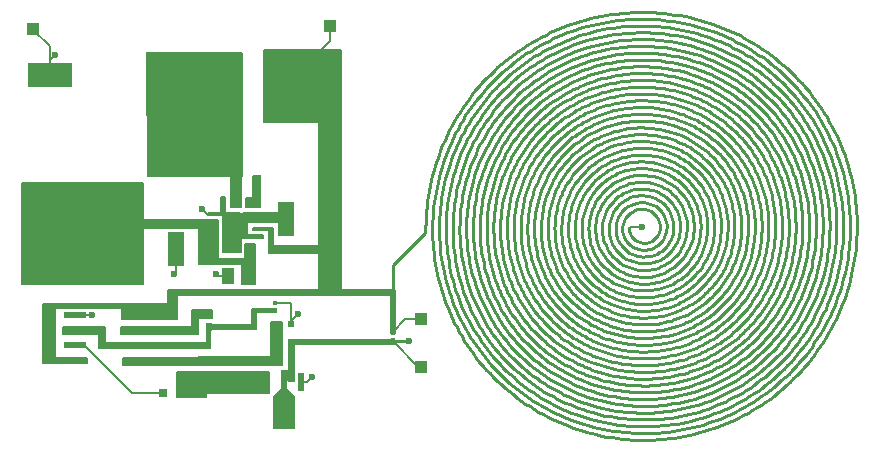
<source format=gbr>
%TF.GenerationSoftware,KiCad,Pcbnew,8.0.0*%
%TF.CreationDate,2024-03-27T14:53:21-02:30*%
%TF.ProjectId,wireless-power,77697265-6c65-4737-932d-706f7765722e,rev?*%
%TF.SameCoordinates,Original*%
%TF.FileFunction,Copper,L1,Top*%
%TF.FilePolarity,Positive*%
%FSLAX46Y46*%
G04 Gerber Fmt 4.6, Leading zero omitted, Abs format (unit mm)*
G04 Created by KiCad (PCBNEW 8.0.0) date 2024-03-27 14:53:21*
%MOMM*%
%LPD*%
G01*
G04 APERTURE LIST*
%TA.AperFunction,Conductor*%
%ADD10C,0.200000*%
%TD*%
%ADD11C,0.230000*%
%TA.AperFunction,Conductor*%
%ADD12C,0.230000*%
%TD*%
%TA.AperFunction,Conductor*%
%ADD13C,0.100000*%
%TD*%
%TA.AperFunction,EtchedComponent*%
%ADD14C,0.000000*%
%TD*%
%TA.AperFunction,SMDPad,CuDef*%
%ADD15R,0.329999X0.433200*%
%TD*%
%TA.AperFunction,SMDPad,CuDef*%
%ADD16R,0.965200X0.381000*%
%TD*%
%TA.AperFunction,SMDPad,CuDef*%
%ADD17R,0.381000X0.965200*%
%TD*%
%TA.AperFunction,SMDPad,CuDef*%
%ADD18R,2.159000X2.159000*%
%TD*%
%TA.AperFunction,SMDPad,CuDef*%
%ADD19R,0.812800X0.762000*%
%TD*%
%TA.AperFunction,SMDPad,CuDef*%
%ADD20R,0.762000X0.812800*%
%TD*%
%TA.AperFunction,SMDPad,CuDef*%
%ADD21R,0.304800X0.558800*%
%TD*%
%TA.AperFunction,SMDPad,CuDef*%
%ADD22R,0.609600X0.508000*%
%TD*%
%TA.AperFunction,ComponentPad*%
%ADD23R,1.000000X1.000000*%
%TD*%
%TA.AperFunction,SMDPad,CuDef*%
%ADD24R,0.508000X0.660400*%
%TD*%
%TA.AperFunction,SMDPad,CuDef*%
%ADD25R,1.100000X1.380000*%
%TD*%
%TA.AperFunction,SMDPad,CuDef*%
%ADD26R,3.800000X2.000000*%
%TD*%
%TA.AperFunction,SMDPad,CuDef*%
%ADD27R,1.981200X0.558800*%
%TD*%
%TA.AperFunction,SMDPad,CuDef*%
%ADD28R,1.397000X2.895600*%
%TD*%
%TA.AperFunction,SMDPad,CuDef*%
%ADD29R,0.755599X0.799998*%
%TD*%
%TA.AperFunction,SMDPad,CuDef*%
%ADD30R,3.860800X5.511800*%
%TD*%
%TA.AperFunction,SMDPad,CuDef*%
%ADD31R,0.482600X1.638300*%
%TD*%
%TA.AperFunction,ViaPad*%
%ADD32C,0.600000*%
%TD*%
G04 APERTURE END LIST*
D10*
%TO.N,/+5V*%
X134980000Y-78720000D02*
X139070000Y-78720000D01*
X139100000Y-79320000D01*
X134660000Y-79300000D01*
X134660000Y-77390000D01*
X133290000Y-77390000D01*
X133270000Y-77160000D01*
X133280000Y-77150000D01*
X134980000Y-77150000D01*
X134980000Y-78720000D01*
%TA.AperFunction,Conductor*%
G36*
X134980000Y-78720000D02*
G01*
X139070000Y-78720000D01*
X139100000Y-79320000D01*
X134660000Y-79300000D01*
X134660000Y-77390000D01*
X133290000Y-77390000D01*
X133270000Y-77160000D01*
X133280000Y-77150000D01*
X134980000Y-77150000D01*
X134980000Y-78720000D01*
G37*
%TD.AperFunction*%
%TO.N,/+9V*%
X132350000Y-80140000D02*
X132810000Y-80140000D01*
X132810000Y-80690000D01*
X132350000Y-80690000D01*
X132350000Y-80140000D01*
%TA.AperFunction,Conductor*%
G36*
X132350000Y-80140000D02*
G01*
X132810000Y-80140000D01*
X132810000Y-80690000D01*
X132350000Y-80690000D01*
X132350000Y-80140000D01*
G37*
%TD.AperFunction*%
X132650000Y-78500000D02*
X133450000Y-78500000D01*
X133450000Y-81900000D01*
X132650000Y-81900000D01*
X132650000Y-78500000D01*
%TA.AperFunction,Conductor*%
G36*
X132650000Y-78500000D02*
G01*
X133450000Y-78500000D01*
X133450000Y-81900000D01*
X132650000Y-81900000D01*
X132650000Y-78500000D01*
G37*
%TD.AperFunction*%
%TO.N,GND*%
X133580000Y-75910000D02*
X136140000Y-75910000D01*
X136140000Y-76720000D01*
X133580000Y-76720000D01*
X133580000Y-75910000D01*
%TA.AperFunction,Conductor*%
G36*
X133580000Y-75910000D02*
G01*
X136140000Y-75910000D01*
X136140000Y-76720000D01*
X133580000Y-76720000D01*
X133580000Y-75910000D01*
G37*
%TD.AperFunction*%
D11*
X159427196Y-74309447D02*
X159323835Y-74563149D01*
X159229931Y-74820623D01*
X159145569Y-75081507D01*
X159070835Y-75345441D01*
X159005815Y-75612063D01*
X158950596Y-75881011D01*
X158905261Y-76151925D01*
X158869898Y-76424442D01*
X158844593Y-76698202D01*
X158829430Y-76972843D01*
X158824999Y-77156249D01*
X175629742Y-73291743D02*
X175534224Y-73062987D01*
X175433040Y-72836630D01*
X175326270Y-72612797D01*
X175213994Y-72391615D01*
X175096290Y-72173210D01*
X174973238Y-71957709D01*
X174844918Y-71745237D01*
X174711409Y-71535921D01*
X174572791Y-71329887D01*
X174429143Y-71127262D01*
X174280545Y-70928171D01*
X174127077Y-70732742D01*
X173968817Y-70541100D01*
X173805845Y-70353372D01*
X173638242Y-70169683D01*
X173466086Y-69990162D01*
X151349999Y-77156249D02*
X151352127Y-77523216D01*
X151363359Y-77890058D01*
X151383656Y-78256559D01*
X151412979Y-78622501D01*
X151451290Y-78987667D01*
X151498549Y-79351838D01*
X151554719Y-79714800D01*
X151619760Y-80076333D01*
X151693633Y-80436220D01*
X151776300Y-80794245D01*
X151867723Y-81150191D01*
X151967861Y-81503839D01*
X152076677Y-81854972D01*
X152194132Y-82203374D01*
X152320187Y-82548828D01*
X152454804Y-82891115D01*
X183837499Y-77156249D02*
X183834622Y-76725777D01*
X183821065Y-76295471D01*
X183796873Y-75865585D01*
X183762093Y-75436374D01*
X183716770Y-75008092D01*
X183660952Y-74580995D01*
X183594685Y-74155336D01*
X183518014Y-73731372D01*
X183430987Y-73309355D01*
X183333649Y-72889542D01*
X183226047Y-72472186D01*
X183108228Y-72057542D01*
X182980237Y-71645866D01*
X182842121Y-71237411D01*
X182693926Y-70832433D01*
X182535699Y-70431187D01*
X161065199Y-71921449D02*
X160873535Y-72115332D01*
X160689128Y-72316286D01*
X160512196Y-72524011D01*
X160342953Y-72738207D01*
X160181618Y-72958575D01*
X160028407Y-73184815D01*
X159883536Y-73416627D01*
X159747221Y-73653713D01*
X159619680Y-73895773D01*
X159501129Y-74142508D01*
X159427196Y-74309447D01*
X163999999Y-77156249D02*
X164005754Y-77439254D01*
X164047144Y-77720571D01*
X164122993Y-77996061D01*
X164232127Y-78261586D01*
X164342611Y-78464049D01*
X164473045Y-78655367D01*
X164622828Y-78833420D01*
X164574999Y-77156249D02*
X164580075Y-77411383D01*
X164623615Y-77664797D01*
X164704285Y-77911019D01*
X164820753Y-78144576D01*
X164971683Y-78359996D01*
X165029421Y-78426827D01*
X174279262Y-69176986D02*
X174082647Y-68981860D01*
X173881219Y-68791643D01*
X173675113Y-68606429D01*
X173464466Y-68426315D01*
X173249413Y-68251396D01*
X173030092Y-68081768D01*
X172806638Y-67917529D01*
X172579188Y-67758772D01*
X172347879Y-67605595D01*
X172112846Y-67458094D01*
X171874226Y-67316364D01*
X171632156Y-67180501D01*
X171386771Y-67050602D01*
X171138208Y-66926761D01*
X170886604Y-66809076D01*
X170632095Y-66697643D01*
X166299999Y-74999999D02*
X166034599Y-75004696D01*
X165770605Y-75042836D01*
X165511914Y-75113344D01*
X165262421Y-75215146D01*
X165026021Y-75347169D01*
X164806610Y-75508338D01*
X164724476Y-75580726D01*
X159845440Y-70701690D02*
X159609690Y-70941286D01*
X159382928Y-71189555D01*
X159165419Y-71446128D01*
X158957425Y-71710632D01*
X158759213Y-71982698D01*
X158571045Y-72261953D01*
X158393186Y-72548027D01*
X158225899Y-72840549D01*
X158069451Y-73139148D01*
X157924104Y-73443454D01*
X157833504Y-73649312D01*
X169091796Y-70416260D02*
X168843017Y-70314832D01*
X168590536Y-70222678D01*
X168334705Y-70139881D01*
X168075879Y-70066526D01*
X167814413Y-70002697D01*
X167550661Y-69948478D01*
X167284977Y-69903953D01*
X167017715Y-69869207D01*
X166749230Y-69844324D01*
X166479876Y-69829388D01*
X166299999Y-69824999D01*
X166299999Y-95124999D02*
X166741054Y-95121990D01*
X167181937Y-95108039D01*
X167622387Y-95083191D01*
X168062142Y-95047496D01*
X168500943Y-95001000D01*
X168938528Y-94943752D01*
X169374636Y-94875800D01*
X169809006Y-94797191D01*
X170241378Y-94707973D01*
X170671490Y-94608195D01*
X171099081Y-94497903D01*
X171523891Y-94377146D01*
X171945658Y-94245972D01*
X172364123Y-94104428D01*
X172779023Y-93952563D01*
X173190098Y-93790424D01*
X166299999Y-71549999D02*
X166024468Y-71551486D01*
X165749311Y-71567077D01*
X165475151Y-71596549D01*
X165202609Y-71639678D01*
X164932310Y-71696241D01*
X164664874Y-71766014D01*
X164400924Y-71848774D01*
X164141083Y-71944299D01*
X163885974Y-72052364D01*
X163636217Y-72172747D01*
X163392437Y-72305224D01*
X163155255Y-72449572D01*
X162925293Y-72605568D01*
X162703175Y-72772988D01*
X162489522Y-72951609D01*
X162284958Y-73141208D01*
X179348359Y-71751444D02*
X179213957Y-71431872D01*
X179071649Y-71115696D01*
X178921546Y-70803091D01*
X178763761Y-70494231D01*
X178598408Y-70189294D01*
X178425597Y-69888454D01*
X178245443Y-69591887D01*
X178058058Y-69299769D01*
X177863555Y-69012275D01*
X177662046Y-68729582D01*
X177453644Y-68451864D01*
X177238462Y-68179298D01*
X177016613Y-67912059D01*
X176788209Y-67650322D01*
X176553362Y-67394264D01*
X176312187Y-67144061D01*
X163838263Y-83099392D02*
X164057490Y-83189198D01*
X164280010Y-83270839D01*
X164505513Y-83344238D01*
X164733685Y-83409319D01*
X164964214Y-83466005D01*
X165196788Y-83514221D01*
X165431095Y-83553891D01*
X165666822Y-83584938D01*
X165903658Y-83607287D01*
X166141289Y-83620861D01*
X166299999Y-83624999D01*
X166299999Y-79024999D02*
X166530188Y-79022416D01*
X166759534Y-78990776D01*
X166984627Y-78930951D01*
X167202058Y-78843814D01*
X167408417Y-78730238D01*
X167600293Y-78591095D01*
X167672225Y-78528475D01*
X169531879Y-69353798D02*
X169243701Y-69236880D01*
X168951273Y-69130710D01*
X168655005Y-69035384D01*
X168355308Y-68950996D01*
X168052592Y-68877642D01*
X167747268Y-68815417D01*
X167439746Y-68764418D01*
X167130437Y-68724739D01*
X166819751Y-68696476D01*
X166508100Y-68679724D01*
X166299999Y-68674999D01*
X156771053Y-73209231D02*
X156674872Y-73443439D01*
X156584515Y-73680006D01*
X156500017Y-73918782D01*
X156421412Y-74159618D01*
X156348732Y-74402366D01*
X156282011Y-74646877D01*
X156221284Y-74893002D01*
X156166583Y-75140593D01*
X156117944Y-75389501D01*
X156075399Y-75639578D01*
X156038981Y-75890674D01*
X156008726Y-76142642D01*
X155984667Y-76395331D01*
X155966836Y-76648595D01*
X155955269Y-76902283D01*
X155949999Y-77156249D01*
X162996486Y-80459762D02*
X163243659Y-80699645D01*
X163508615Y-80920178D01*
X163694303Y-81056048D01*
X163886653Y-81182716D01*
X164085166Y-81299943D01*
X164289347Y-81407486D01*
X164498697Y-81505107D01*
X164712721Y-81592564D01*
X164930922Y-81669618D01*
X165152801Y-81736028D01*
X165377864Y-81791553D01*
X165605611Y-81835953D01*
X165835548Y-81868987D01*
X166067176Y-81890416D01*
X166299999Y-81899999D01*
X159743791Y-83712457D02*
X159987195Y-83951878D01*
X160239407Y-84182167D01*
X160500050Y-84403057D01*
X160768747Y-84614279D01*
X161045121Y-84815565D01*
X161328795Y-85006646D01*
X161619392Y-85187254D01*
X161916536Y-85357121D01*
X162219849Y-85515978D01*
X162528955Y-85663557D01*
X162738058Y-85755546D01*
X156897691Y-86558557D02*
X157129645Y-86788193D01*
X157367257Y-87012032D01*
X157610366Y-87229962D01*
X157858812Y-87441869D01*
X158112432Y-87647642D01*
X158371066Y-87847168D01*
X158634554Y-88040335D01*
X158902733Y-88227030D01*
X159175443Y-88407141D01*
X159452522Y-88580556D01*
X159733811Y-88747162D01*
X160019147Y-88906847D01*
X160308370Y-89059499D01*
X160601318Y-89205004D01*
X160897831Y-89343252D01*
X161197748Y-89474129D01*
X168312499Y-77156249D02*
X168308857Y-76908454D01*
X168273967Y-76661784D01*
X168208802Y-76419892D01*
X168114333Y-76186430D01*
X167991535Y-75965051D01*
X167841378Y-75759407D01*
X167773874Y-75682374D01*
X166299999Y-68099999D02*
X165966527Y-68102670D01*
X165633273Y-68117732D01*
X165300683Y-68145110D01*
X164969201Y-68184729D01*
X164639275Y-68236514D01*
X164311348Y-68300390D01*
X163985868Y-68376284D01*
X163663280Y-68464120D01*
X163344029Y-68563823D01*
X163028561Y-68675320D01*
X162820571Y-68756166D01*
X156173409Y-81350817D02*
X156277261Y-81599032D01*
X156387259Y-81844636D01*
X156503316Y-82087492D01*
X156625345Y-82327462D01*
X156753261Y-82564409D01*
X156886975Y-82798198D01*
X157026402Y-83028690D01*
X157171455Y-83255750D01*
X157322048Y-83479239D01*
X157478094Y-83699022D01*
X157639506Y-83914962D01*
X157806198Y-84126921D01*
X157978083Y-84334762D01*
X158155075Y-84538350D01*
X158337087Y-84737546D01*
X158524033Y-84932215D01*
X180387499Y-77156249D02*
X180385631Y-76810451D01*
X180375182Y-76464763D01*
X180356186Y-76119391D01*
X180328681Y-75774539D01*
X180292705Y-75430412D01*
X180248293Y-75087215D01*
X180195483Y-74745152D01*
X180134312Y-74404429D01*
X180064816Y-74065250D01*
X179987032Y-73727821D01*
X179900998Y-73392345D01*
X179806750Y-73059028D01*
X179704325Y-72728074D01*
X179593761Y-72399689D01*
X179475093Y-72074077D01*
X179348359Y-71751444D01*
X151923619Y-83111168D02*
X152071901Y-83463171D01*
X152228891Y-83811424D01*
X152394464Y-84155733D01*
X152568496Y-84495904D01*
X152750863Y-84831745D01*
X152941440Y-85163062D01*
X153140101Y-85489663D01*
X153346723Y-85811353D01*
X153561182Y-86127939D01*
X153783352Y-86439228D01*
X154013108Y-86745028D01*
X154250328Y-87045144D01*
X154494885Y-87339383D01*
X154746655Y-87627553D01*
X155005514Y-87909459D01*
X155271338Y-88184910D01*
X172551261Y-83407511D02*
X172779661Y-83175536D01*
X172999363Y-82935154D01*
X173210109Y-82686725D01*
X173411643Y-82430606D01*
X173603710Y-82167157D01*
X173786052Y-81896738D01*
X173958414Y-81619707D01*
X174120539Y-81336424D01*
X174272171Y-81047247D01*
X174413055Y-80752536D01*
X174500879Y-80553165D01*
X166299999Y-92249999D02*
X166670493Y-92247826D01*
X167040861Y-92236461D01*
X167410883Y-92215944D01*
X167780340Y-92186314D01*
X168149012Y-92147609D01*
X168516679Y-92099871D01*
X168883124Y-92043137D01*
X169248126Y-91977449D01*
X169611465Y-91902843D01*
X169972924Y-91819362D01*
X170332281Y-91727043D01*
X170689319Y-91625926D01*
X171043817Y-91516051D01*
X171395556Y-91397456D01*
X171744317Y-91270182D01*
X172089881Y-91134269D01*
X170329542Y-86884410D02*
X170568026Y-86784725D01*
X170804005Y-86679135D01*
X171037349Y-86567722D01*
X171267924Y-86450569D01*
X171495599Y-86327760D01*
X171720244Y-86199377D01*
X171941725Y-86065503D01*
X172159913Y-85926222D01*
X172374674Y-85781616D01*
X172585877Y-85631769D01*
X172793392Y-85476764D01*
X172997085Y-85316683D01*
X173196826Y-85151611D01*
X173392484Y-84981629D01*
X173583925Y-84806821D01*
X173771020Y-84627270D01*
X156186163Y-67042413D02*
X155939273Y-67292039D01*
X155698626Y-67547744D01*
X155464341Y-67809357D01*
X155236538Y-68076702D01*
X155015339Y-68349607D01*
X154800864Y-68627899D01*
X154593233Y-68911403D01*
X154392568Y-69199948D01*
X154198988Y-69493358D01*
X154012615Y-69791462D01*
X153833568Y-70094086D01*
X153661969Y-70401055D01*
X153497938Y-70712198D01*
X153341595Y-71027341D01*
X153193062Y-71346310D01*
X153052459Y-71668932D01*
X158930615Y-84525633D02*
X159112082Y-84705968D01*
X159298002Y-84881777D01*
X159488249Y-85052970D01*
X159682697Y-85219459D01*
X159881220Y-85381153D01*
X160083692Y-85537966D01*
X160289988Y-85689807D01*
X160499982Y-85836588D01*
X160713548Y-85978220D01*
X160930560Y-86114614D01*
X161150893Y-86245681D01*
X161374421Y-86371333D01*
X161601018Y-86491481D01*
X161830558Y-86606035D01*
X162062915Y-86714907D01*
X162297965Y-86818008D01*
X169400215Y-74056033D02*
X169168527Y-73830597D01*
X168920099Y-73623282D01*
X168656502Y-73434856D01*
X168379310Y-73266087D01*
X168090095Y-73117743D01*
X167790428Y-72990591D01*
X167481883Y-72885401D01*
X167166031Y-72802939D01*
X166844446Y-72743973D01*
X166518699Y-72709273D01*
X166299999Y-72699999D01*
X163040611Y-69287397D02*
X162751740Y-69409553D01*
X162467504Y-69542404D01*
X162188265Y-69685724D01*
X161914381Y-69839288D01*
X161646216Y-70002873D01*
X161384128Y-70176252D01*
X161128480Y-70359202D01*
X160879631Y-70551499D01*
X160637943Y-70752917D01*
X160403777Y-70963231D01*
X160252023Y-71108273D01*
X171026568Y-72429680D02*
X170851731Y-72256385D01*
X170670492Y-72089628D01*
X170483121Y-71929603D01*
X170289886Y-71776509D01*
X170091058Y-71630541D01*
X169886908Y-71491895D01*
X169677704Y-71360770D01*
X169463718Y-71237361D01*
X169245218Y-71121865D01*
X169022475Y-71014479D01*
X168871756Y-70947491D01*
X159399999Y-77156249D02*
X159401232Y-77410351D01*
X159411910Y-77664348D01*
X159431977Y-77917898D01*
X159461381Y-78170661D01*
X159500067Y-78422297D01*
X159547981Y-78672466D01*
X159605071Y-78920827D01*
X159671282Y-79167040D01*
X159746560Y-79410764D01*
X159830851Y-79651660D01*
X159892027Y-79810518D01*
X175499022Y-67957226D02*
X175272114Y-67732522D01*
X175039669Y-67513487D01*
X174801845Y-67300232D01*
X174558798Y-67092866D01*
X174310686Y-66891500D01*
X174057667Y-66696242D01*
X173799898Y-66507205D01*
X173537537Y-66324496D01*
X173270741Y-66148228D01*
X172999668Y-65978509D01*
X172724475Y-65815450D01*
X172445320Y-65659161D01*
X172162361Y-65509751D01*
X171875754Y-65367332D01*
X171585658Y-65232013D01*
X171292230Y-65103904D01*
X173059504Y-70396744D02*
X172893182Y-70231199D01*
X172722770Y-70069800D01*
X172548383Y-69912628D01*
X172370135Y-69759766D01*
X172188141Y-69611295D01*
X172002517Y-69467296D01*
X171813379Y-69327853D01*
X171620840Y-69193046D01*
X171425017Y-69062958D01*
X171226024Y-68937670D01*
X171023978Y-68817265D01*
X170818991Y-68701823D01*
X170611181Y-68591428D01*
X170400663Y-68486160D01*
X170187550Y-68386102D01*
X169971960Y-68291336D01*
X152521159Y-71448879D02*
X152383028Y-71787905D01*
X152253334Y-72130295D01*
X152132126Y-72475830D01*
X152019449Y-72824298D01*
X151915352Y-73175482D01*
X151819881Y-73529167D01*
X151733084Y-73885139D01*
X151655007Y-74243181D01*
X151585698Y-74603079D01*
X151525205Y-74964617D01*
X151473573Y-75327581D01*
X151430851Y-75691755D01*
X151397085Y-76056924D01*
X151372323Y-76422873D01*
X151356612Y-76789386D01*
X151349999Y-77156249D01*
X155708591Y-72769137D02*
X155601918Y-73029550D01*
X155501724Y-73292572D01*
X155408046Y-73558038D01*
X155320920Y-73825782D01*
X155240385Y-74095639D01*
X155166476Y-74367443D01*
X155099231Y-74641030D01*
X155038687Y-74916234D01*
X154984880Y-75192890D01*
X154937848Y-75470832D01*
X154897628Y-75749896D01*
X154864257Y-76029915D01*
X154837771Y-76310726D01*
X154818208Y-76592162D01*
X154805605Y-76874058D01*
X154799999Y-77156249D01*
X168993633Y-74462615D02*
X168792914Y-74266080D01*
X168577540Y-74085205D01*
X168348874Y-73920670D01*
X168108278Y-73773157D01*
X167857113Y-73643346D01*
X167596744Y-73531918D01*
X167328531Y-73439555D01*
X167053838Y-73366937D01*
X166774026Y-73314744D01*
X166490458Y-73283659D01*
X166299999Y-73274999D01*
X173771020Y-84627270D02*
X173953821Y-84443278D01*
X174132032Y-84254774D01*
X174305563Y-84061885D01*
X174474323Y-83864737D01*
X174638222Y-83663460D01*
X174797171Y-83458179D01*
X174951079Y-83249024D01*
X175099856Y-83036121D01*
X175243413Y-82819597D01*
X175381658Y-82599582D01*
X175514503Y-82376201D01*
X175641857Y-82149583D01*
X175763629Y-81919855D01*
X175879731Y-81687145D01*
X175990071Y-81451580D01*
X176094561Y-81213288D01*
X162183310Y-81272938D02*
X162386843Y-81474041D01*
X162600445Y-81664501D01*
X162823492Y-81844027D01*
X163055364Y-82012326D01*
X163295440Y-82169107D01*
X163543098Y-82314078D01*
X163797717Y-82446947D01*
X164058675Y-82567421D01*
X164325351Y-82675209D01*
X164597124Y-82770020D01*
X164873372Y-82851560D01*
X165153474Y-82919539D01*
X165436810Y-82973664D01*
X165722756Y-83013644D01*
X166010693Y-83039186D01*
X166299999Y-83049999D01*
X162958099Y-85224316D02*
X163256127Y-85345105D01*
X163558541Y-85454779D01*
X163864919Y-85553238D01*
X164174834Y-85640384D01*
X164487862Y-85716120D01*
X164803579Y-85780346D01*
X165121560Y-85832964D01*
X165441380Y-85873876D01*
X165762615Y-85902984D01*
X166084841Y-85920189D01*
X166299999Y-85924999D01*
X167265641Y-78121891D02*
X167429503Y-77951741D01*
X167562796Y-77753462D01*
X167661564Y-77533029D01*
X167721850Y-77296418D01*
X167737499Y-77156249D01*
X174584196Y-85440446D02*
X174786717Y-85236259D01*
X174984141Y-85027078D01*
X175176366Y-84813043D01*
X175363294Y-84594296D01*
X175544825Y-84370979D01*
X175720860Y-84143234D01*
X175891299Y-83911202D01*
X176056042Y-83675025D01*
X176214991Y-83434844D01*
X176368045Y-83190802D01*
X176515106Y-82943039D01*
X176656073Y-82691698D01*
X176790848Y-82436920D01*
X176919331Y-82178847D01*
X177041422Y-81917620D01*
X177157022Y-81653382D01*
D10*
%TO.N,Net-(U1-SW)*%
X132350000Y-72800000D02*
X124450000Y-72800000D01*
X124450000Y-62350000D01*
X132350000Y-62350000D01*
X132350000Y-72800000D01*
%TA.AperFunction,Conductor*%
G36*
X132350000Y-72800000D02*
G01*
X124450000Y-72800000D01*
X124450000Y-62350000D01*
X132350000Y-62350000D01*
X132350000Y-72800000D01*
G37*
%TD.AperFunction*%
D11*
X153517289Y-82451033D02*
X153648913Y-82764116D01*
X153788284Y-83073875D01*
X153935290Y-83380139D01*
X154089822Y-83682735D01*
X154251770Y-83981492D01*
X154421023Y-84276236D01*
X154597471Y-84566796D01*
X154781003Y-84853000D01*
X154971511Y-85134676D01*
X155168883Y-85411651D01*
X155373009Y-85683753D01*
X155583779Y-85950811D01*
X155801083Y-86212651D01*
X156024811Y-86469103D01*
X156254852Y-86719993D01*
X156491097Y-86965151D01*
X166299999Y-87074999D02*
X166543484Y-87074345D01*
X166786925Y-87067649D01*
X167030177Y-87054934D01*
X167273095Y-87036226D01*
X167515535Y-87011549D01*
X167757352Y-86980927D01*
X167998402Y-86944386D01*
X168238540Y-86901949D01*
X168477623Y-86853642D01*
X168715504Y-86799489D01*
X168952040Y-86739514D01*
X169187087Y-86673742D01*
X169420500Y-86602198D01*
X169652134Y-86524906D01*
X169881845Y-86441892D01*
X170109489Y-86353179D01*
X172529963Y-92196754D02*
X172898184Y-92041501D01*
X173262476Y-91877144D01*
X173622638Y-91703814D01*
X173978467Y-91521641D01*
X174329762Y-91330754D01*
X174676319Y-91131284D01*
X175017938Y-90923361D01*
X175354416Y-90707115D01*
X175685550Y-90482678D01*
X176011140Y-90250177D01*
X176330982Y-90009745D01*
X176644875Y-89761512D01*
X176952617Y-89505606D01*
X177254005Y-89242160D01*
X177548838Y-88971302D01*
X177836914Y-88693164D01*
X170769623Y-87946872D02*
X171034056Y-87836076D01*
X171295699Y-87718736D01*
X171554407Y-87594941D01*
X171810033Y-87464787D01*
X172062433Y-87328363D01*
X172311461Y-87185764D01*
X172556970Y-87037081D01*
X172798815Y-86882408D01*
X173036851Y-86721836D01*
X173270931Y-86555458D01*
X173500911Y-86383367D01*
X173726644Y-86205655D01*
X173947984Y-86022414D01*
X174164787Y-85833737D01*
X174376906Y-85639717D01*
X174584196Y-85440446D01*
X162600530Y-68224935D02*
X162381503Y-68316284D01*
X162164769Y-68413060D01*
X161950447Y-68515186D01*
X161738658Y-68622586D01*
X161529524Y-68735184D01*
X161323166Y-68852904D01*
X161119704Y-68975671D01*
X160919259Y-69103408D01*
X160721954Y-69236039D01*
X160527907Y-69373488D01*
X160337242Y-69515679D01*
X160150077Y-69662536D01*
X159966536Y-69813984D01*
X159786738Y-69969945D01*
X159610804Y-70130345D01*
X159438857Y-70295107D01*
X166299999Y-73849999D02*
X166056140Y-73851673D01*
X165812759Y-73871971D01*
X165571116Y-73910486D01*
X165332473Y-73966813D01*
X165098092Y-74040546D01*
X164869232Y-74131278D01*
X164647157Y-74238605D01*
X164433126Y-74362120D01*
X164228401Y-74501417D01*
X164034244Y-74656091D01*
X163911300Y-74767550D01*
X167672225Y-78528475D02*
X167839020Y-78357283D01*
X167983797Y-78165466D01*
X168104711Y-77956171D01*
X168199918Y-77732549D01*
X168267575Y-77497750D01*
X168305837Y-77254922D01*
X168312499Y-77156249D01*
X178751739Y-64704509D02*
X178444046Y-64400936D01*
X178128887Y-64105063D01*
X177806478Y-63817038D01*
X177477030Y-63537009D01*
X177140759Y-63265122D01*
X176797878Y-63001527D01*
X176448601Y-62746371D01*
X176093141Y-62499800D01*
X175731714Y-62261964D01*
X175364531Y-62033010D01*
X174991808Y-61813086D01*
X174613759Y-61602339D01*
X174230596Y-61400917D01*
X173842534Y-61208967D01*
X173449787Y-61026639D01*
X173052569Y-60854079D01*
X149049999Y-77156249D02*
X149052789Y-77579664D01*
X149066087Y-78002918D01*
X149089849Y-78425761D01*
X149124026Y-78847942D01*
X149168574Y-79269211D01*
X149223446Y-79689316D01*
X149288596Y-80108008D01*
X149363977Y-80525037D01*
X149449544Y-80940150D01*
X149545251Y-81353098D01*
X149651051Y-81763631D01*
X149766898Y-82171497D01*
X149892746Y-82576447D01*
X150028548Y-82978229D01*
X150174260Y-83376594D01*
X150329834Y-83771290D01*
X182535699Y-70431187D02*
X182367963Y-70033774D01*
X182190401Y-69640610D01*
X182003154Y-69251914D01*
X181806363Y-68867903D01*
X181600169Y-68488794D01*
X181384712Y-68114807D01*
X181160134Y-67746158D01*
X180926575Y-67383066D01*
X180684178Y-67025748D01*
X180433082Y-66674422D01*
X180173429Y-66329307D01*
X179905359Y-65990619D01*
X179629014Y-65658578D01*
X179344535Y-65333401D01*
X179052063Y-65015305D01*
X178751739Y-64704509D01*
X166299999Y-86499999D02*
X166644053Y-86497136D01*
X166987875Y-86481489D01*
X167331004Y-86453137D01*
X167672981Y-86412157D01*
X168013347Y-86358625D01*
X168351640Y-86292620D01*
X168687403Y-86214219D01*
X169020174Y-86123500D01*
X169240133Y-86056215D01*
X169458423Y-85983513D01*
X169674906Y-85905416D01*
X169889448Y-85821948D01*
X158829564Y-80250600D02*
X158945381Y-80524916D01*
X159071356Y-80794843D01*
X159207277Y-81060039D01*
X159352930Y-81320159D01*
X159508104Y-81574861D01*
X159672584Y-81823802D01*
X159846158Y-82066640D01*
X160028615Y-82303030D01*
X160219740Y-82532631D01*
X160419321Y-82755099D01*
X160556968Y-82899280D01*
X153074999Y-77156249D02*
X153076622Y-77480879D01*
X153086300Y-77805412D01*
X153103999Y-78129657D01*
X153129685Y-78453419D01*
X153163322Y-78776508D01*
X153204879Y-79098730D01*
X153254320Y-79419894D01*
X153311611Y-79739807D01*
X153376719Y-80058276D01*
X153449609Y-80375110D01*
X153530247Y-80690116D01*
X153618600Y-81003101D01*
X153714633Y-81313874D01*
X153818312Y-81622241D01*
X153929604Y-81928011D01*
X154048474Y-82230992D01*
X158117450Y-85338798D02*
X158319112Y-85538854D01*
X158525710Y-85733875D01*
X158737102Y-85923764D01*
X158953149Y-86108421D01*
X159173712Y-86287748D01*
X159398649Y-86461647D01*
X159627821Y-86630020D01*
X159861089Y-86792769D01*
X160098313Y-86949794D01*
X160339352Y-87100998D01*
X160584067Y-87246282D01*
X160832318Y-87385549D01*
X161083964Y-87518699D01*
X161338867Y-87645635D01*
X161596887Y-87766258D01*
X161857883Y-87880470D01*
X162518006Y-86286777D02*
X162742389Y-86379024D01*
X162969036Y-86465691D01*
X163197803Y-86546746D01*
X163428550Y-86622157D01*
X163661132Y-86691891D01*
X163895408Y-86755915D01*
X164131236Y-86814197D01*
X164368473Y-86866705D01*
X164606976Y-86913406D01*
X164846603Y-86954268D01*
X165087212Y-86989258D01*
X165328661Y-87018344D01*
X165570806Y-87041494D01*
X165813505Y-87058674D01*
X166056617Y-87069853D01*
X166299999Y-87074999D01*
X174177614Y-85033864D02*
X174370273Y-84839773D01*
X174558089Y-84640928D01*
X174740966Y-84437465D01*
X174918809Y-84229517D01*
X175091524Y-84017219D01*
X175259016Y-83800705D01*
X175421189Y-83580111D01*
X175577950Y-83355571D01*
X175729203Y-83127219D01*
X175874853Y-82895189D01*
X176014806Y-82659617D01*
X176148966Y-82420637D01*
X176277240Y-82178384D01*
X176399532Y-81932992D01*
X176515747Y-81684595D01*
X176625791Y-81433329D01*
X157304274Y-86151974D02*
X157526132Y-86371748D01*
X157753407Y-86585981D01*
X157985945Y-86794563D01*
X158223591Y-86997387D01*
X158466193Y-87194346D01*
X158713595Y-87385332D01*
X158965645Y-87570236D01*
X159222187Y-87748952D01*
X159483069Y-87921370D01*
X159748135Y-88087385D01*
X160017233Y-88246887D01*
X160290208Y-88399769D01*
X160566906Y-88545924D01*
X160847173Y-88685243D01*
X161130856Y-88817619D01*
X161417800Y-88942944D01*
X166299999Y-73274999D02*
X166013806Y-73278138D01*
X165728357Y-73303115D01*
X165445122Y-73349438D01*
X165165573Y-73416613D01*
X164891181Y-73504147D01*
X164623417Y-73611549D01*
X164363753Y-73738325D01*
X164113658Y-73883983D01*
X163874605Y-74048029D01*
X163648065Y-74229972D01*
X163504717Y-74360967D01*
X148474999Y-77156249D02*
X148477962Y-77593775D01*
X148491781Y-78031131D01*
X148516409Y-78468059D01*
X148551797Y-78904299D01*
X148597899Y-79339594D01*
X148654668Y-79773682D01*
X148722056Y-80206307D01*
X148800017Y-80637209D01*
X148888503Y-81066129D01*
X148987467Y-81492808D01*
X149096862Y-81916988D01*
X149216641Y-82338409D01*
X149346756Y-82756813D01*
X149487160Y-83171940D01*
X149637807Y-83583532D01*
X149798649Y-83991331D01*
X166299999Y-60624999D02*
X165894224Y-60627588D01*
X165488598Y-60640245D01*
X165083362Y-60662925D01*
X164678755Y-60695585D01*
X164275019Y-60738182D01*
X163872392Y-60790673D01*
X163471116Y-60853015D01*
X163071430Y-60925163D01*
X162673574Y-61007075D01*
X162277789Y-61098708D01*
X161884315Y-61200017D01*
X161493392Y-61310961D01*
X161105261Y-61431495D01*
X160720160Y-61561577D01*
X160338331Y-61701162D01*
X159960015Y-61850209D01*
X166299999Y-84199999D02*
X166559393Y-84198669D01*
X166818673Y-84187699D01*
X167077493Y-84167144D01*
X167335503Y-84137058D01*
X167592358Y-84097498D01*
X167847710Y-84048518D01*
X168101211Y-83990174D01*
X168352515Y-83922522D01*
X168601273Y-83845615D01*
X168847139Y-83759510D01*
X169009272Y-83697024D01*
X172172393Y-62979049D02*
X171823540Y-62836966D01*
X171471231Y-62703571D01*
X171115688Y-62578910D01*
X170757130Y-62463031D01*
X170395781Y-62355983D01*
X170031861Y-62257813D01*
X169665593Y-62168570D01*
X169297196Y-62088302D01*
X168926893Y-62017056D01*
X168554905Y-61954880D01*
X168181454Y-61901823D01*
X167806761Y-61857933D01*
X167431048Y-61823258D01*
X167054535Y-61797845D01*
X166677445Y-61781742D01*
X166299999Y-61774999D01*
X158219099Y-69075349D02*
X158021508Y-69274486D01*
X157828888Y-69478498D01*
X157641337Y-69687246D01*
X157458951Y-69900592D01*
X157281827Y-70118399D01*
X157110063Y-70340527D01*
X156943757Y-70566839D01*
X156783004Y-70797197D01*
X156627903Y-71031463D01*
X156478550Y-71269498D01*
X156335042Y-71511165D01*
X156197478Y-71756325D01*
X156065953Y-72004840D01*
X155940566Y-72256572D01*
X155821412Y-72511384D01*
X155708591Y-72769137D01*
X154458219Y-88998029D02*
X154750751Y-89286825D01*
X155050388Y-89568303D01*
X155356928Y-89842322D01*
X155670167Y-90108740D01*
X155989900Y-90367416D01*
X156315926Y-90618210D01*
X156648040Y-90860980D01*
X156986040Y-91095585D01*
X157329721Y-91321885D01*
X157678880Y-91539739D01*
X158033314Y-91749004D01*
X158392820Y-91949541D01*
X158757194Y-92141209D01*
X159126233Y-92323866D01*
X159499733Y-92497371D01*
X159877491Y-92661584D01*
X169311838Y-69885029D02*
X169043358Y-69775856D01*
X168770902Y-69676694D01*
X168494852Y-69587632D01*
X168215591Y-69508760D01*
X167933500Y-69440167D01*
X167648963Y-69381945D01*
X167362360Y-69334183D01*
X167074076Y-69296971D01*
X166784491Y-69270398D01*
X166493988Y-69254555D01*
X166299999Y-69249999D01*
X151989974Y-71228838D02*
X151846594Y-71580967D01*
X151711979Y-71936583D01*
X151586179Y-72295464D01*
X151469241Y-72657385D01*
X151361215Y-73022123D01*
X151262148Y-73389454D01*
X151172091Y-73759156D01*
X151091090Y-74131004D01*
X151019196Y-74504775D01*
X150956457Y-74880246D01*
X150902921Y-75257193D01*
X150858638Y-75635392D01*
X150823655Y-76014621D01*
X150798022Y-76394656D01*
X150781787Y-76775273D01*
X150774999Y-77156249D01*
X157099999Y-77156249D02*
X157102766Y-77495013D01*
X157118121Y-77833551D01*
X157145986Y-78171412D01*
X157186286Y-78508141D01*
X157238944Y-78843287D01*
X157303885Y-79176397D01*
X157381032Y-79507018D01*
X157470308Y-79834699D01*
X157571638Y-80158985D01*
X157684946Y-80479426D01*
X157767102Y-80690693D01*
X154799999Y-77156249D02*
X154801117Y-77438542D01*
X154809241Y-77720766D01*
X154824340Y-78002753D01*
X154846386Y-78284336D01*
X154875349Y-78565347D01*
X154911201Y-78845619D01*
X154953912Y-79124984D01*
X155003454Y-79403275D01*
X155059796Y-79680325D01*
X155122911Y-79955967D01*
X155192768Y-80230032D01*
X155269339Y-80502353D01*
X155352594Y-80772764D01*
X155442505Y-81041097D01*
X155539043Y-81307184D01*
X155642178Y-81570858D01*
X166299999Y-64649999D02*
X165993008Y-64651404D01*
X165686104Y-64660429D01*
X165379467Y-64677042D01*
X165073280Y-64701209D01*
X164767724Y-64732900D01*
X164462981Y-64772080D01*
X164159234Y-64818718D01*
X163856664Y-64872782D01*
X163555453Y-64934239D01*
X163255783Y-65003057D01*
X162957836Y-65079204D01*
X162661794Y-65162647D01*
X162367839Y-65253354D01*
X162076152Y-65351292D01*
X161786916Y-65456429D01*
X161500313Y-65568734D01*
X161124999Y-77156249D02*
X161126025Y-77410597D01*
X161140074Y-77664637D01*
X161166941Y-77917792D01*
X161206423Y-78169488D01*
X161258315Y-78419148D01*
X161322414Y-78666197D01*
X161398516Y-78910057D01*
X161486416Y-79150155D01*
X161585911Y-79385912D01*
X161696797Y-79616755D01*
X161818870Y-79842107D01*
X161951926Y-80061392D01*
X162095761Y-80274034D01*
X162250172Y-80479457D01*
X162414953Y-80677086D01*
X162589903Y-80866345D01*
X179056604Y-89912854D02*
X179367585Y-89597601D01*
X179670674Y-89274700D01*
X179965720Y-88944370D01*
X180252571Y-88606832D01*
X180531076Y-88262303D01*
X180801084Y-87911004D01*
X181062443Y-87553153D01*
X181315002Y-87188970D01*
X181558610Y-86818673D01*
X181793116Y-86442483D01*
X182018368Y-86060619D01*
X182234215Y-85673300D01*
X182440506Y-85280744D01*
X182637089Y-84883172D01*
X182823814Y-84480803D01*
X183000529Y-84073856D01*
X168078819Y-78935069D02*
X168251941Y-78758098D01*
X168406783Y-78563940D01*
X168542193Y-78354707D01*
X168657021Y-78132507D01*
X168750116Y-77899451D01*
X168820328Y-77657649D01*
X168866506Y-77409212D01*
X168887499Y-77156249D01*
X168871756Y-70947491D02*
X168642678Y-70853811D01*
X168410170Y-70768666D01*
X168174558Y-70692134D01*
X167936168Y-70624295D01*
X167695327Y-70565227D01*
X167452360Y-70515010D01*
X167207594Y-70473721D01*
X166961355Y-70441440D01*
X166713970Y-70418247D01*
X166465764Y-70404219D01*
X166299999Y-70399999D01*
X154579774Y-82010951D02*
X154700283Y-82298087D01*
X154827899Y-82582184D01*
X154962521Y-82863085D01*
X155104047Y-83140630D01*
X155252378Y-83414662D01*
X155407412Y-83685024D01*
X155569049Y-83951556D01*
X155737188Y-84214101D01*
X155911728Y-84472502D01*
X156092568Y-84726599D01*
X156279608Y-84976236D01*
X156472747Y-85221253D01*
X156671883Y-85461494D01*
X156876917Y-85696799D01*
X157087747Y-85927012D01*
X157304274Y-86151974D01*
X150774999Y-77156249D02*
X150777283Y-77537327D01*
X150789024Y-77918272D01*
X150810183Y-78298857D01*
X150840717Y-78678859D01*
X150880587Y-79058050D01*
X150929751Y-79436205D01*
X150988169Y-79813099D01*
X151055800Y-80188507D01*
X151132603Y-80562202D01*
X151218537Y-80933958D01*
X151313562Y-81303551D01*
X151417636Y-81670755D01*
X151530720Y-82035345D01*
X151652772Y-82397093D01*
X151783752Y-82755776D01*
X151923619Y-83111168D01*
X154051579Y-89404669D02*
X154354218Y-89703323D01*
X154664204Y-89994403D01*
X154981324Y-90277764D01*
X155305368Y-90553260D01*
X155636127Y-90820745D01*
X155973389Y-91080075D01*
X156316945Y-91331103D01*
X156666584Y-91573684D01*
X157022096Y-91807672D01*
X157383270Y-92032922D01*
X157749897Y-92249288D01*
X158121765Y-92456625D01*
X158498665Y-92654787D01*
X158880386Y-92843629D01*
X159266717Y-93023004D01*
X159657450Y-93192769D01*
X172089881Y-91134269D02*
X172432155Y-90990141D01*
X172770786Y-90837546D01*
X173105584Y-90676607D01*
X173436362Y-90507442D01*
X173762932Y-90330175D01*
X174085106Y-90144924D01*
X174402696Y-89951811D01*
X174715515Y-89750958D01*
X175023373Y-89542484D01*
X175326083Y-89326512D01*
X175623458Y-89103161D01*
X175915308Y-88872552D01*
X176201447Y-88634808D01*
X176481686Y-88390047D01*
X176755838Y-88138392D01*
X177023714Y-87879964D01*
X183066999Y-70211146D02*
X182893691Y-69800759D01*
X182710241Y-69394764D01*
X182516793Y-68993386D01*
X182313493Y-68596850D01*
X182100486Y-68205380D01*
X181877917Y-67819203D01*
X181645931Y-67438543D01*
X181404674Y-67063624D01*
X181154290Y-66694673D01*
X180894925Y-66331913D01*
X180626724Y-65975570D01*
X180349832Y-65625869D01*
X180064395Y-65283035D01*
X179770558Y-64947293D01*
X179468466Y-64618867D01*
X179158264Y-64297984D01*
X159960015Y-61850209D02*
X159585305Y-62008217D01*
X159214596Y-62175491D01*
X158848092Y-62351898D01*
X158485999Y-62537307D01*
X158128523Y-62731583D01*
X157775869Y-62934595D01*
X157428243Y-63146211D01*
X157085850Y-63366297D01*
X156748895Y-63594720D01*
X156417585Y-63831350D01*
X156092125Y-64076052D01*
X155772720Y-64328694D01*
X155459575Y-64589144D01*
X155152898Y-64857269D01*
X154852892Y-65132936D01*
X154559764Y-65416014D01*
X170192013Y-67760105D02*
X169961078Y-67665235D01*
X169727817Y-67576109D01*
X169492377Y-67492759D01*
X169254904Y-67415218D01*
X169015544Y-67343520D01*
X168774445Y-67277699D01*
X168531752Y-67217787D01*
X168287613Y-67163818D01*
X168042173Y-67115825D01*
X167795579Y-67073841D01*
X167547979Y-67037900D01*
X167299517Y-67008035D01*
X167050342Y-66984279D01*
X166800600Y-66966665D01*
X166550436Y-66955227D01*
X166299999Y-66949999D01*
D10*
%TO.N,/+5V*%
X122900000Y-83950000D02*
X116500000Y-83950000D01*
X116500000Y-88200000D01*
X119250000Y-88200000D01*
X119250000Y-88650000D01*
X115500000Y-88650000D01*
X115500000Y-83650000D01*
X122900000Y-83650000D01*
X122900000Y-83950000D01*
%TA.AperFunction,Conductor*%
G36*
X122900000Y-83950000D02*
G01*
X116500000Y-83950000D01*
X116500000Y-88200000D01*
X119250000Y-88200000D01*
X119250000Y-88650000D01*
X115500000Y-88650000D01*
X115500000Y-83650000D01*
X122900000Y-83650000D01*
X122900000Y-83950000D01*
G37*
%TD.AperFunction*%
D11*
X171649799Y-90071784D02*
X171966125Y-89938761D01*
X172279091Y-89797915D01*
X172588525Y-89649356D01*
X172894252Y-89493195D01*
X173196098Y-89329543D01*
X173493889Y-89158512D01*
X173787452Y-88980213D01*
X174076612Y-88794756D01*
X174361196Y-88602254D01*
X174641029Y-88402816D01*
X174915939Y-88196556D01*
X175185750Y-87983582D01*
X175450289Y-87764008D01*
X175709383Y-87537943D01*
X175962857Y-87305499D01*
X176210538Y-87066788D01*
X163920787Y-71412321D02*
X163639854Y-71531857D01*
X163364986Y-71665229D01*
X163096811Y-71812055D01*
X162835958Y-71971953D01*
X162583059Y-72144540D01*
X162338742Y-72329436D01*
X162103637Y-72526258D01*
X161933733Y-72681471D01*
X161878375Y-72734625D01*
X162284958Y-73141208D02*
X162088739Y-73339640D01*
X161902892Y-73547900D01*
X161727703Y-73765383D01*
X161563457Y-73991482D01*
X161410440Y-74225592D01*
X161268937Y-74467107D01*
X161139234Y-74715421D01*
X161021616Y-74969928D01*
X160916369Y-75230022D01*
X160823777Y-75495099D01*
X160744128Y-75764551D01*
X160677706Y-76037773D01*
X160624796Y-76314160D01*
X160585685Y-76593105D01*
X160560657Y-76874003D01*
X160549999Y-77156249D01*
X171738096Y-82594346D02*
X171937106Y-82392843D01*
X172128570Y-82184002D01*
X172312265Y-81968135D01*
X172487965Y-81745554D01*
X172655446Y-81516569D01*
X172814483Y-81281492D01*
X172964852Y-81040635D01*
X173106328Y-80794309D01*
X173238688Y-80542825D01*
X173361705Y-80286496D01*
X173438417Y-80113071D01*
X156704640Y-81130775D02*
X156802936Y-81366016D01*
X156907057Y-81598788D01*
X157016923Y-81828962D01*
X157132451Y-82056407D01*
X157253558Y-82280993D01*
X157380164Y-82502590D01*
X157512187Y-82721070D01*
X157649543Y-82936301D01*
X157792153Y-83148154D01*
X157939933Y-83356499D01*
X158092802Y-83561206D01*
X158250678Y-83762146D01*
X158413479Y-83959188D01*
X158581123Y-84152203D01*
X158753529Y-84341061D01*
X158930615Y-84525633D01*
X159739974Y-61318909D02*
X159352290Y-61482490D01*
X158968749Y-61655656D01*
X158589563Y-61838269D01*
X158214946Y-62030192D01*
X157845109Y-62231289D01*
X157480265Y-62441421D01*
X157120627Y-62660451D01*
X156766408Y-62888242D01*
X156417820Y-63124656D01*
X156075076Y-63369557D01*
X155738388Y-63622807D01*
X155407969Y-63884269D01*
X155084032Y-64153806D01*
X154766790Y-64431279D01*
X154456454Y-64716552D01*
X154153239Y-65009489D01*
X166299999Y-93974999D02*
X166712830Y-93972321D01*
X167125507Y-93959403D01*
X167537786Y-93936288D01*
X167949423Y-93903019D01*
X168360172Y-93859642D01*
X168769790Y-93806201D01*
X169178033Y-93742738D01*
X169584656Y-93669300D01*
X169989414Y-93585929D01*
X170392064Y-93492670D01*
X170792361Y-93389567D01*
X171190061Y-93276665D01*
X171584920Y-93154006D01*
X171976692Y-93021636D01*
X172365135Y-92879599D01*
X172750004Y-92727939D01*
X160423257Y-79590477D02*
X160513712Y-79806571D01*
X160612183Y-80019260D01*
X160718503Y-80228274D01*
X160832507Y-80433340D01*
X160954031Y-80634187D01*
X161082909Y-80830544D01*
X161218976Y-81022138D01*
X161362067Y-81208699D01*
X161512017Y-81389955D01*
X161668660Y-81565634D01*
X161776727Y-81679521D01*
X176937499Y-77156249D02*
X176936636Y-76895122D01*
X176929293Y-76634052D01*
X176915496Y-76373193D01*
X176895271Y-76112700D01*
X176868646Y-75852727D01*
X176835647Y-75593430D01*
X176796301Y-75334964D01*
X176750634Y-75077483D01*
X176698673Y-74821142D01*
X176640446Y-74566097D01*
X176575978Y-74312502D01*
X176505297Y-74060512D01*
X176428429Y-73810282D01*
X176345401Y-73561967D01*
X176256240Y-73315722D01*
X176160973Y-73071702D01*
X176692204Y-72851661D02*
X176585575Y-72596957D01*
X176472640Y-72344936D01*
X176353489Y-72095739D01*
X176228209Y-71849505D01*
X176096891Y-71606376D01*
X175959622Y-71366492D01*
X175816493Y-71129993D01*
X175667591Y-70897019D01*
X175513006Y-70667710D01*
X175352827Y-70442208D01*
X175187144Y-70220653D01*
X175016044Y-70003184D01*
X174839616Y-69789942D01*
X174657951Y-69581069D01*
X174471136Y-69376703D01*
X174279262Y-69176986D01*
X155271338Y-88184910D02*
X155543684Y-88453981D01*
X155822654Y-88716240D01*
X156108056Y-88971557D01*
X156399701Y-89219798D01*
X156697401Y-89460834D01*
X157000967Y-89694533D01*
X157310208Y-89920764D01*
X157624937Y-90139395D01*
X157944962Y-90350295D01*
X158270097Y-90553332D01*
X158600150Y-90748377D01*
X158934934Y-90935296D01*
X159274258Y-91113959D01*
X159617934Y-91284235D01*
X159965772Y-91445992D01*
X160317584Y-91599099D01*
X166299999Y-93399999D02*
X166698717Y-93397496D01*
X167097291Y-93385102D01*
X167495484Y-93362858D01*
X167893061Y-93330806D01*
X168289784Y-93288991D01*
X168685419Y-93237453D01*
X169079729Y-93176236D01*
X169472479Y-93105383D01*
X169863431Y-93024936D01*
X170252351Y-92934937D01*
X170639002Y-92835430D01*
X171023148Y-92726456D01*
X171404553Y-92608059D01*
X171782981Y-92480281D01*
X172158196Y-92343165D01*
X172529963Y-92196754D01*
X155642178Y-81570858D02*
X155751584Y-81832047D01*
X155867457Y-82090483D01*
X155989704Y-82346020D01*
X156118235Y-82598515D01*
X156252957Y-82847825D01*
X156393780Y-83093804D01*
X156540612Y-83336310D01*
X156693362Y-83575198D01*
X156851939Y-83810324D01*
X157016251Y-84041545D01*
X157186207Y-84268717D01*
X157361715Y-84491695D01*
X157542685Y-84710336D01*
X157729025Y-84924496D01*
X157920644Y-85134031D01*
X158117450Y-85338798D01*
X165131058Y-75987308D02*
X164961159Y-76163304D01*
X164818401Y-76364344D01*
X164705622Y-76585824D01*
X164625660Y-76823142D01*
X164581353Y-77071696D01*
X164574999Y-77156249D01*
X160400096Y-62912579D02*
X160051335Y-63059502D01*
X159706289Y-63215050D01*
X159365150Y-63379097D01*
X159028110Y-63551521D01*
X158695358Y-63732200D01*
X158367088Y-63921009D01*
X158043491Y-64117827D01*
X157724758Y-64322529D01*
X157411080Y-64534993D01*
X157102650Y-64755096D01*
X156799659Y-64982715D01*
X156502298Y-65217726D01*
X156210758Y-65460007D01*
X155925232Y-65709434D01*
X155645911Y-65965885D01*
X155372987Y-66229237D01*
X177512499Y-77156249D02*
X177511467Y-76881011D01*
X177503605Y-76605839D01*
X177488941Y-76330895D01*
X177467503Y-76056342D01*
X177439319Y-75782344D01*
X177404418Y-75509064D01*
X177362828Y-75236665D01*
X177314578Y-74965310D01*
X177259695Y-74695163D01*
X177198209Y-74426387D01*
X177130148Y-74159145D01*
X177055540Y-73893600D01*
X176974413Y-73629916D01*
X176886795Y-73368256D01*
X176792716Y-73108783D01*
X176692204Y-72851661D01*
X150927489Y-70788757D02*
X150773611Y-71167090D01*
X150629154Y-71549162D01*
X150494170Y-71934732D01*
X150368711Y-72323560D01*
X150252828Y-72715407D01*
X150146573Y-73110032D01*
X150049998Y-73507194D01*
X149963156Y-73906655D01*
X149886098Y-74308173D01*
X149818875Y-74711509D01*
X149761540Y-75116422D01*
X149714145Y-75522673D01*
X149676741Y-75930021D01*
X149649381Y-76338226D01*
X149632116Y-76747049D01*
X149624999Y-77156249D01*
X172337499Y-77156249D02*
X172335550Y-76859537D01*
X172318416Y-76563264D01*
X172286340Y-76268100D01*
X172239564Y-75974714D01*
X172178331Y-75683774D01*
X172102883Y-75395950D01*
X172013463Y-75111911D01*
X171910314Y-74832326D01*
X171793678Y-74557863D01*
X171663798Y-74289193D01*
X171520916Y-74026984D01*
X171365275Y-73771905D01*
X171197117Y-73524626D01*
X171016686Y-73285814D01*
X170824224Y-73056141D01*
X170619974Y-72836274D01*
X166299999Y-90524999D02*
X166628156Y-90523332D01*
X166956215Y-90513524D01*
X167283980Y-90495610D01*
X167611257Y-90469624D01*
X167937852Y-90435600D01*
X168263570Y-90393572D01*
X168588217Y-90343574D01*
X168911598Y-90285640D01*
X169233519Y-90219806D01*
X169553785Y-90146104D01*
X169872203Y-90064569D01*
X170188576Y-89975236D01*
X170502712Y-89878138D01*
X170814415Y-89773309D01*
X171123491Y-89660785D01*
X171429747Y-89540599D01*
X168887499Y-77156249D02*
X168884445Y-76901643D01*
X168855604Y-76647887D01*
X168801680Y-76397349D01*
X168723378Y-76152396D01*
X168621400Y-75915396D01*
X168496451Y-75688716D01*
X168349235Y-75474726D01*
X168180456Y-75275792D01*
X172375955Y-79672990D02*
X172467698Y-79448838D01*
X172551090Y-79221325D01*
X172626055Y-78990769D01*
X172692515Y-78757488D01*
X172750391Y-78521803D01*
X172799607Y-78284033D01*
X172840085Y-78044497D01*
X172871749Y-77803515D01*
X172894519Y-77561404D01*
X172908320Y-77318486D01*
X172912499Y-77156249D01*
X171433150Y-72023098D02*
X171243076Y-71835108D01*
X171046066Y-71654231D01*
X170842413Y-71480680D01*
X170632409Y-71314667D01*
X170416350Y-71156405D01*
X170194528Y-71006107D01*
X169967237Y-70863985D01*
X169734771Y-70730251D01*
X169497424Y-70605120D01*
X169255489Y-70488802D01*
X169091796Y-70416260D01*
X176625791Y-81433329D02*
X176729841Y-81179468D01*
X176827576Y-80923061D01*
X176918959Y-80664269D01*
X177003954Y-80403254D01*
X177082526Y-80140175D01*
X177154638Y-79875195D01*
X177220253Y-79608474D01*
X177279336Y-79340173D01*
X177331851Y-79070455D01*
X177377761Y-78799479D01*
X177417030Y-78527407D01*
X177449622Y-78254401D01*
X177475501Y-77980620D01*
X177494631Y-77706227D01*
X177506976Y-77431383D01*
X177512499Y-77156249D01*
X155110948Y-81790898D02*
X155225911Y-82065062D01*
X155347659Y-82336330D01*
X155476098Y-82604550D01*
X155611130Y-82869571D01*
X155752659Y-83131243D01*
X155900591Y-83389414D01*
X156054827Y-83643934D01*
X156215273Y-83894652D01*
X156381832Y-84141416D01*
X156554409Y-84384076D01*
X156732907Y-84622481D01*
X156917230Y-84856479D01*
X157107283Y-85085920D01*
X157302969Y-85310653D01*
X157504191Y-85530527D01*
X157710856Y-85745392D01*
X160537625Y-91067799D02*
X160879926Y-91207266D01*
X161225621Y-91338210D01*
X161574493Y-91460583D01*
X161926323Y-91574338D01*
X162280895Y-91679427D01*
X162637992Y-91775803D01*
X162997396Y-91863420D01*
X163358890Y-91942230D01*
X163722256Y-92012185D01*
X164087277Y-92073240D01*
X164453737Y-92125346D01*
X164821417Y-92168456D01*
X165190100Y-92202524D01*
X165559570Y-92227502D01*
X165929609Y-92243342D01*
X166299999Y-92249999D01*
X176210538Y-87066788D02*
X176452498Y-86822210D01*
X176688346Y-86571674D01*
X176917962Y-86315348D01*
X177141228Y-86053402D01*
X177358025Y-85786006D01*
X177568235Y-85513331D01*
X177771740Y-85235546D01*
X177968421Y-84952820D01*
X178158159Y-84665324D01*
X178340838Y-84373227D01*
X178516337Y-84076700D01*
X178684539Y-83775911D01*
X178845324Y-83471032D01*
X178998576Y-83162231D01*
X179144175Y-82849679D01*
X179282004Y-82533546D01*
X175212499Y-77156249D02*
X175209922Y-76828067D01*
X175195152Y-76500097D01*
X175168261Y-76172775D01*
X175129323Y-75846541D01*
X175078411Y-75521834D01*
X175015599Y-75199091D01*
X174940960Y-74878752D01*
X174854566Y-74561254D01*
X174756493Y-74247038D01*
X174646812Y-73936540D01*
X174567280Y-73731825D01*
X177531945Y-65924303D02*
X177254551Y-65650305D01*
X176970414Y-65383244D01*
X176679728Y-65123254D01*
X176382684Y-64870469D01*
X176079475Y-64625021D01*
X175770295Y-64387047D01*
X175455335Y-64156678D01*
X175134789Y-63934050D01*
X174808849Y-63719296D01*
X174477708Y-63512551D01*
X174141558Y-63313947D01*
X173800594Y-63123620D01*
X173455006Y-62941702D01*
X173104989Y-62768328D01*
X172750734Y-62603632D01*
X172392435Y-62447749D01*
X170412054Y-67228874D02*
X170168017Y-67128759D01*
X169921529Y-67034715D01*
X169672744Y-66946775D01*
X169421817Y-66864976D01*
X169168904Y-66789351D01*
X168914158Y-66719935D01*
X168657735Y-66656765D01*
X168399789Y-66599874D01*
X168140476Y-66549297D01*
X167879950Y-66505070D01*
X167618366Y-66467227D01*
X167355880Y-66435803D01*
X167092645Y-66410833D01*
X166828816Y-66392353D01*
X166564549Y-66380396D01*
X166299999Y-66374999D01*
X166299999Y-83049999D02*
X166589650Y-83048204D01*
X166878884Y-83031585D01*
X167167047Y-83000378D01*
X167453485Y-82954818D01*
X167737544Y-82895142D01*
X168018572Y-82821586D01*
X168295915Y-82734386D01*
X168568919Y-82633779D01*
X168836931Y-82520000D01*
X169099297Y-82393286D01*
X169355364Y-82253873D01*
X169604478Y-82101997D01*
X169845986Y-81937894D01*
X170079234Y-81761800D01*
X170303569Y-81573953D01*
X170518337Y-81374587D01*
X174685845Y-68770403D02*
X174479133Y-68565417D01*
X174267366Y-68365593D01*
X174050687Y-68171032D01*
X173829240Y-67981834D01*
X173603168Y-67798099D01*
X173372615Y-67619928D01*
X173137723Y-67447423D01*
X172898637Y-67280684D01*
X172655499Y-67119810D01*
X172408452Y-66964904D01*
X172157642Y-66816065D01*
X171903210Y-66673395D01*
X171645300Y-66536994D01*
X171384055Y-66406963D01*
X171119619Y-66283402D01*
X170852136Y-66166412D01*
X163700746Y-70881090D02*
X163470094Y-70977885D01*
X163243094Y-71083230D01*
X163020034Y-71196949D01*
X162801204Y-71318864D01*
X162586892Y-71448799D01*
X162377388Y-71586576D01*
X162172982Y-71732019D01*
X161973963Y-71884950D01*
X161780620Y-72045193D01*
X161593242Y-72212570D01*
X161471781Y-72328031D01*
X161699999Y-77156249D02*
X161704970Y-77495358D01*
X161735797Y-77833391D01*
X161791879Y-78168616D01*
X161872615Y-78499297D01*
X161977403Y-78823703D01*
X162105641Y-79140098D01*
X162256728Y-79446750D01*
X162430063Y-79741924D01*
X162625045Y-80023888D01*
X162841073Y-80290907D01*
X162996486Y-80459762D01*
X157710856Y-85745392D02*
X157922616Y-85955306D01*
X158139553Y-86159932D01*
X158361518Y-86359166D01*
X158588365Y-86552906D01*
X158819948Y-86741048D01*
X159056118Y-86923489D01*
X159296729Y-87100127D01*
X159541635Y-87270858D01*
X159790688Y-87435579D01*
X160043741Y-87594187D01*
X160300648Y-87746580D01*
X160561261Y-87892654D01*
X160825434Y-88032306D01*
X161093020Y-88165433D01*
X161363871Y-88291932D01*
X161637841Y-88411701D01*
X173052569Y-60854079D02*
X172651307Y-60691021D01*
X172246087Y-60537959D01*
X171837163Y-60394945D01*
X171424790Y-60262035D01*
X171009222Y-60139283D01*
X170590715Y-60026744D01*
X170169523Y-59924471D01*
X169745900Y-59832519D01*
X169320102Y-59750943D01*
X168892384Y-59679797D01*
X168462999Y-59619136D01*
X168032202Y-59569013D01*
X167600250Y-59529483D01*
X167167395Y-59500601D01*
X166733893Y-59482422D01*
X166299999Y-59474999D01*
X153746599Y-64602849D02*
X153440556Y-64913069D01*
X153142276Y-65230814D01*
X152851909Y-65555869D01*
X152569604Y-65888018D01*
X152295509Y-66227045D01*
X152029774Y-66572736D01*
X151772548Y-66924873D01*
X151523979Y-67283243D01*
X151284218Y-67647628D01*
X151053412Y-68017814D01*
X150831711Y-68393586D01*
X150619265Y-68774727D01*
X150416222Y-69161021D01*
X150222731Y-69552255D01*
X150038942Y-69948211D01*
X149865004Y-70348675D01*
X165029421Y-78426827D02*
X165221419Y-78610562D01*
X165440337Y-78764610D01*
X165681153Y-78885957D01*
X165938843Y-78971588D01*
X166208385Y-79018491D01*
X166299999Y-79024999D01*
X156592745Y-67448995D02*
X156355715Y-67688523D01*
X156124673Y-67933891D01*
X155899734Y-68184930D01*
X155681014Y-68441477D01*
X155468629Y-68703362D01*
X155262694Y-68970422D01*
X155063327Y-69242489D01*
X154870642Y-69519396D01*
X154684755Y-69800979D01*
X154505783Y-70087069D01*
X154333841Y-70377502D01*
X154169045Y-70672110D01*
X154011512Y-70970727D01*
X153861356Y-71273188D01*
X153718695Y-71579325D01*
X153583644Y-71888973D01*
X162297965Y-86818008D02*
X162535450Y-86915500D01*
X162775324Y-87007085D01*
X163017437Y-87092729D01*
X163261636Y-87172399D01*
X163507773Y-87246060D01*
X163755696Y-87313678D01*
X164005253Y-87375219D01*
X164256296Y-87430649D01*
X164508672Y-87479933D01*
X164762232Y-87523039D01*
X165016824Y-87559931D01*
X165272298Y-87590576D01*
X165528503Y-87614939D01*
X165785289Y-87632986D01*
X166042504Y-87644684D01*
X166299999Y-87649999D01*
X169806809Y-73649439D02*
X169633882Y-73477639D01*
X169452324Y-73314859D01*
X169262664Y-73161354D01*
X169065430Y-73017377D01*
X168861149Y-72883180D01*
X168650349Y-72759018D01*
X168433559Y-72645143D01*
X168211306Y-72541809D01*
X167984119Y-72449268D01*
X167752525Y-72367776D01*
X167517053Y-72297583D01*
X167278231Y-72238945D01*
X167036586Y-72192114D01*
X166792647Y-72157344D01*
X166546942Y-72134888D01*
X166299999Y-72124999D01*
X173364438Y-84220688D02*
X173537379Y-84046794D01*
X173705983Y-83868629D01*
X173870167Y-83686312D01*
X174029842Y-83499965D01*
X174184926Y-83309707D01*
X174335332Y-83115660D01*
X174480974Y-82917943D01*
X174621768Y-82716677D01*
X174757628Y-82511983D01*
X174888469Y-82303980D01*
X175014205Y-82092791D01*
X175134751Y-81878534D01*
X175250022Y-81661331D01*
X175359932Y-81441301D01*
X175464397Y-81218566D01*
X175563330Y-80993247D01*
X171762499Y-77156249D02*
X171761165Y-76887778D01*
X171746088Y-76619660D01*
X171717484Y-76352501D01*
X171675571Y-76086908D01*
X171620565Y-75823489D01*
X171552682Y-75562849D01*
X171472141Y-75305596D01*
X171379157Y-75052336D01*
X171273948Y-74803677D01*
X171156731Y-74560226D01*
X171027722Y-74322589D01*
X170887138Y-74091372D01*
X170735196Y-73867184D01*
X170572113Y-73650631D01*
X170398106Y-73442319D01*
X170213392Y-73242856D01*
X171512270Y-64572719D02*
X171202722Y-64446383D01*
X170890094Y-64327751D01*
X170574584Y-64216865D01*
X170256387Y-64113770D01*
X169935701Y-64018507D01*
X169612720Y-63931122D01*
X169287643Y-63851656D01*
X168960665Y-63780153D01*
X168631983Y-63716657D01*
X168301794Y-63661210D01*
X167970293Y-63613856D01*
X167637678Y-63574639D01*
X167304144Y-63543601D01*
X166969889Y-63520786D01*
X166635108Y-63506238D01*
X166299999Y-63499999D01*
X166299999Y-70399999D02*
X166051187Y-70401137D01*
X165802474Y-70411522D01*
X165554194Y-70431103D01*
X165306679Y-70459826D01*
X165060262Y-70497640D01*
X164815278Y-70544491D01*
X164572059Y-70600328D01*
X164330938Y-70665097D01*
X164092250Y-70738747D01*
X163856327Y-70821225D01*
X163700746Y-70881090D01*
X166299999Y-81899999D02*
X166533166Y-81899433D01*
X166766090Y-81886926D01*
X166998242Y-81862662D01*
X167229092Y-81826827D01*
X167458112Y-81779605D01*
X167684772Y-81721180D01*
X167908544Y-81651737D01*
X168128897Y-81571461D01*
X168345302Y-81480536D01*
X168557231Y-81379147D01*
X168764154Y-81267479D01*
X168965542Y-81145716D01*
X169160866Y-81014043D01*
X169349596Y-80872645D01*
X169531204Y-80721705D01*
X169705160Y-80561410D01*
X171187499Y-77156249D02*
X171186780Y-76916021D01*
X171173760Y-76676058D01*
X171148630Y-76436905D01*
X171111579Y-76199106D01*
X171062801Y-75963206D01*
X171002485Y-75729750D01*
X170930823Y-75499282D01*
X170848005Y-75272348D01*
X170754224Y-75049491D01*
X170649669Y-74831257D01*
X170534533Y-74618191D01*
X170409005Y-74410837D01*
X170273278Y-74209740D01*
X170127542Y-74015445D01*
X169971989Y-73828496D01*
X169806809Y-73649439D01*
X159438857Y-70295107D02*
X159270844Y-70463951D01*
X159107042Y-70636947D01*
X158947532Y-70813977D01*
X158792397Y-70994925D01*
X158641721Y-71179673D01*
X158495587Y-71368104D01*
X158354077Y-71560102D01*
X158217274Y-71755549D01*
X158085262Y-71954329D01*
X157958124Y-72156324D01*
X157835941Y-72361418D01*
X157718799Y-72569493D01*
X157606779Y-72780433D01*
X157499964Y-72994121D01*
X157398438Y-73210439D01*
X157302284Y-73429271D01*
X157302284Y-73429271D02*
X157211348Y-73650377D01*
X157125910Y-73873716D01*
X157046002Y-74099147D01*
X156971656Y-74326529D01*
X156902904Y-74555722D01*
X156839778Y-74786586D01*
X156782310Y-75018981D01*
X156730532Y-75252765D01*
X156684476Y-75487800D01*
X156644175Y-75723944D01*
X156609660Y-75961057D01*
X156580963Y-76198999D01*
X156558116Y-76437629D01*
X156541152Y-76676808D01*
X156530102Y-76916394D01*
X156524999Y-77156249D01*
%TO.N,Net-(U3-BASE)*%
D10*
X127000000Y-89400000D02*
X134650000Y-89400000D01*
X134650000Y-91150000D01*
X127000000Y-91150000D01*
X127000000Y-89400000D01*
%TA.AperFunction,Conductor*%
G36*
X127000000Y-89400000D02*
G01*
X134650000Y-89400000D01*
X134650000Y-91150000D01*
X127000000Y-91150000D01*
X127000000Y-89400000D01*
G37*
%TD.AperFunction*%
D11*
X151458789Y-71008798D02*
X151310140Y-71374029D01*
X151170586Y-71742873D01*
X151040179Y-72115099D01*
X150918968Y-72490474D01*
X150807003Y-72868766D01*
X150704334Y-73249745D01*
X150611012Y-73633177D01*
X150527087Y-74018832D01*
X150452609Y-74406476D01*
X150387629Y-74795880D01*
X150332195Y-75186810D01*
X150286360Y-75579035D01*
X150250172Y-75972323D01*
X150223683Y-76366443D01*
X150206941Y-76761162D01*
X150199999Y-77156249D01*
X151392319Y-83331209D02*
X151546172Y-83696187D01*
X151709051Y-84057271D01*
X151880825Y-84414263D01*
X152061365Y-84766960D01*
X152250544Y-85115164D01*
X152448231Y-85458672D01*
X152654299Y-85797286D01*
X152868618Y-86130805D01*
X153091060Y-86459029D01*
X153321495Y-86781756D01*
X153559795Y-87098788D01*
X153805830Y-87409923D01*
X154059473Y-87714961D01*
X154320594Y-88013702D01*
X154589065Y-88305946D01*
X154864756Y-88591492D01*
X154114944Y-72109014D02*
X153992520Y-72408734D01*
X153877558Y-72711439D01*
X153770101Y-73016940D01*
X153670188Y-73325045D01*
X153577863Y-73635566D01*
X153493167Y-73948310D01*
X153416142Y-74263089D01*
X153346830Y-74579712D01*
X153285272Y-74897989D01*
X153231510Y-75217729D01*
X153185586Y-75538742D01*
X153147542Y-75860838D01*
X153117419Y-76183827D01*
X153095260Y-76507519D01*
X153081106Y-76831723D01*
X153074999Y-77156249D01*
X155374999Y-77156249D02*
X155375946Y-77424431D01*
X155383550Y-77692553D01*
X155397781Y-77960455D01*
X155418613Y-78227979D01*
X155446017Y-78494964D01*
X155479967Y-78761253D01*
X155520435Y-79026685D01*
X155567394Y-79291103D01*
X155620815Y-79554347D01*
X155680671Y-79816257D01*
X155746935Y-80076675D01*
X155819580Y-80335442D01*
X155898577Y-80592399D01*
X155983899Y-80847386D01*
X156075519Y-81100245D01*
X156173409Y-81350817D01*
X184412499Y-77156249D02*
X184409447Y-76711666D01*
X184395366Y-76267258D01*
X184370304Y-75823287D01*
X184334307Y-75380016D01*
X184287425Y-74937709D01*
X184229706Y-74496628D01*
X184161196Y-74057037D01*
X184081945Y-73619199D01*
X183992001Y-73183376D01*
X183891410Y-72749832D01*
X183780222Y-72318829D01*
X183658485Y-71890631D01*
X183526246Y-71465500D01*
X183383553Y-71043701D01*
X183230454Y-70625495D01*
X183066999Y-70211146D01*
X171072177Y-65635204D02*
X170788835Y-65519347D01*
X170502665Y-65410543D01*
X170213846Y-65308831D01*
X169922559Y-65214251D01*
X169628982Y-65126843D01*
X169333296Y-65046646D01*
X169035680Y-64973700D01*
X168736315Y-64908044D01*
X168435381Y-64849718D01*
X168133057Y-64798762D01*
X167829522Y-64755214D01*
X167524958Y-64719115D01*
X167219544Y-64690505D01*
X166913459Y-64669422D01*
X166606884Y-64655907D01*
X166299999Y-64649999D01*
X150396304Y-70568715D02*
X150237177Y-70960150D01*
X150087799Y-71355450D01*
X149948223Y-71754366D01*
X149818502Y-72156648D01*
X149698690Y-72562050D01*
X149588840Y-72970321D01*
X149489005Y-73381215D01*
X149399239Y-73794482D01*
X149319595Y-74209874D01*
X149250127Y-74627142D01*
X149190889Y-75046039D01*
X149141932Y-75466315D01*
X149103311Y-75887723D01*
X149075080Y-76310013D01*
X149057291Y-76732938D01*
X149049999Y-77156249D01*
X173504818Y-74171918D02*
X173393227Y-73907304D01*
X173271836Y-73646916D01*
X173140849Y-73391085D01*
X173000471Y-73140141D01*
X172850906Y-72894415D01*
X172692359Y-72654239D01*
X172525035Y-72419943D01*
X172349139Y-72191858D01*
X172164876Y-71970315D01*
X171972450Y-71755646D01*
X171839733Y-71616515D01*
X166299999Y-58899999D02*
X165851887Y-58903094D01*
X165403952Y-58917308D01*
X164956459Y-58942590D01*
X164509673Y-58978894D01*
X164063860Y-59026169D01*
X163619283Y-59084368D01*
X163176209Y-59153441D01*
X162734902Y-59233340D01*
X162295628Y-59324017D01*
X161858651Y-59425422D01*
X161424236Y-59537506D01*
X160992649Y-59660222D01*
X160564155Y-59793521D01*
X160139019Y-59937353D01*
X159717505Y-60091670D01*
X159299880Y-60256424D01*
X154048474Y-82230992D02*
X154174546Y-82531102D01*
X154308044Y-82828032D01*
X154448864Y-83121614D01*
X154596898Y-83411686D01*
X154752043Y-83698081D01*
X154914191Y-83980634D01*
X155083238Y-84259180D01*
X155259079Y-84533554D01*
X155441606Y-84803592D01*
X155630716Y-85069128D01*
X155826303Y-85329996D01*
X156028260Y-85586033D01*
X156236483Y-85837072D01*
X156450866Y-86082949D01*
X156671304Y-86323499D01*
X156897691Y-86558557D01*
X166299999Y-88224999D02*
X166571708Y-88224009D01*
X166843355Y-88216276D01*
X167114779Y-88201829D01*
X167385817Y-88180694D01*
X167656308Y-88152900D01*
X167926093Y-88118475D01*
X168195009Y-88077446D01*
X168462895Y-88029842D01*
X168729591Y-87975690D01*
X168994935Y-87915019D01*
X169258765Y-87847855D01*
X169520922Y-87774228D01*
X169781243Y-87694166D01*
X170039567Y-87607695D01*
X170295734Y-87514844D01*
X170549583Y-87415641D01*
X166299999Y-61774999D02*
X165922448Y-61777240D01*
X165545028Y-61788852D01*
X165167963Y-61809795D01*
X164791476Y-61840027D01*
X164415792Y-61879509D01*
X164041132Y-61928199D01*
X163667721Y-61986056D01*
X163295783Y-62053040D01*
X162925540Y-62129109D01*
X162557217Y-62214224D01*
X162191036Y-62308344D01*
X161827222Y-62411426D01*
X161465997Y-62523432D01*
X161107585Y-62644320D01*
X160752210Y-62774049D01*
X160400096Y-62912579D01*
X169298578Y-80154828D02*
X169516787Y-79930880D01*
X169717490Y-79690714D01*
X169899942Y-79435849D01*
X170063395Y-79167805D01*
X170207105Y-78888102D01*
X170330324Y-78598259D01*
X170432307Y-78299797D01*
X170512307Y-77994235D01*
X170569579Y-77683092D01*
X170603377Y-77367889D01*
X170612499Y-77156249D01*
X153645054Y-89811194D02*
X153957779Y-90119725D01*
X154278093Y-90420425D01*
X154605777Y-90713144D01*
X154940614Y-90997731D01*
X155282387Y-91274037D01*
X155630877Y-91541912D01*
X155985868Y-91801205D01*
X156347142Y-92051767D01*
X156714481Y-92293448D01*
X157087668Y-92526099D01*
X157466485Y-92749568D01*
X157850715Y-92963706D01*
X158240139Y-93168364D01*
X158634542Y-93363391D01*
X159033704Y-93548638D01*
X159437409Y-93723954D01*
X180875674Y-83193680D02*
X181021687Y-82834999D01*
X181158767Y-82472769D01*
X181286865Y-82107215D01*
X181405933Y-81738567D01*
X181515921Y-81367052D01*
X181616780Y-80992896D01*
X181708461Y-80616329D01*
X181790915Y-80237577D01*
X181864094Y-79856869D01*
X181927947Y-79474432D01*
X181982427Y-79090493D01*
X182027483Y-78705281D01*
X182063067Y-78319023D01*
X182089131Y-77931946D01*
X182105624Y-77544279D01*
X182112499Y-77156249D01*
X172309922Y-91665454D02*
X172665170Y-91515774D01*
X173016633Y-91357309D01*
X173364114Y-91190184D01*
X173707418Y-91014525D01*
X174046350Y-90830456D01*
X174380716Y-90638104D01*
X174710320Y-90437593D01*
X175034968Y-90229049D01*
X175354463Y-90012597D01*
X175668612Y-89788363D01*
X175977218Y-89556471D01*
X176280088Y-89317048D01*
X176577026Y-89070219D01*
X176867836Y-88816109D01*
X177152325Y-88554843D01*
X177430297Y-88286547D01*
X156491097Y-86965151D02*
X156733150Y-87204645D01*
X156981103Y-87438088D01*
X157234786Y-87665363D01*
X157494032Y-87886352D01*
X157758673Y-88100939D01*
X158028541Y-88309007D01*
X158303466Y-88510440D01*
X158583283Y-88705119D01*
X158867822Y-88892929D01*
X159156915Y-89073753D01*
X159450395Y-89247472D01*
X159748093Y-89413972D01*
X160049841Y-89573134D01*
X160355471Y-89724842D01*
X160664816Y-89868979D01*
X160977707Y-90005429D01*
X171839733Y-71616515D02*
X171634422Y-71413827D01*
X171421640Y-71218830D01*
X171201704Y-71031753D01*
X170974932Y-70852823D01*
X170741641Y-70682268D01*
X170502148Y-70520318D01*
X170256770Y-70367201D01*
X170005826Y-70223144D01*
X169749632Y-70088377D01*
X169488505Y-69963128D01*
X169311838Y-69885029D01*
X162274999Y-77156249D02*
X162278505Y-77453024D01*
X162304653Y-77748991D01*
X162352928Y-78042623D01*
X162422816Y-78332399D01*
X162513801Y-78616794D01*
X162625370Y-78894284D01*
X162757008Y-79163347D01*
X162908200Y-79422457D01*
X163078433Y-79670093D01*
X163267191Y-79904729D01*
X163403068Y-80053180D01*
X171331502Y-82187752D02*
X171515819Y-82001489D01*
X171693168Y-81808423D01*
X171863339Y-81608841D01*
X172026123Y-81403031D01*
X172181312Y-81191280D01*
X172328697Y-80973876D01*
X172468071Y-80751107D01*
X172599223Y-80523260D01*
X172721946Y-80290622D01*
X172836031Y-80053482D01*
X172907186Y-79893030D01*
X156239822Y-72989190D02*
X156138396Y-73236501D01*
X156043121Y-73486295D01*
X155954034Y-73738415D01*
X155871169Y-73992705D01*
X155794562Y-74249007D01*
X155724248Y-74507164D01*
X155660262Y-74767020D01*
X155602639Y-75028417D01*
X155551416Y-75291198D01*
X155506628Y-75555207D01*
X155468309Y-75820286D01*
X155436495Y-76086279D01*
X155411222Y-76353029D01*
X155392524Y-76620378D01*
X155380438Y-76888171D01*
X155374999Y-77156249D01*
X166299999Y-91099999D02*
X166642269Y-91098176D01*
X166984431Y-91087859D01*
X167326283Y-91069083D01*
X167667620Y-91041886D01*
X168008241Y-91006303D01*
X168347942Y-90962370D01*
X168686522Y-90910124D01*
X169023776Y-90849600D01*
X169359504Y-90780836D01*
X169693501Y-90703867D01*
X170025565Y-90618730D01*
X170355494Y-90525460D01*
X170683084Y-90424095D01*
X171008134Y-90314669D01*
X171330439Y-90197220D01*
X171649799Y-90071784D01*
X166299999Y-72124999D02*
X166052711Y-72125871D01*
X165805709Y-72139406D01*
X165559555Y-72165405D01*
X165314807Y-72203671D01*
X165072027Y-72254007D01*
X164831775Y-72316214D01*
X164594610Y-72390096D01*
X164361094Y-72475455D01*
X164131787Y-72572093D01*
X163907248Y-72679813D01*
X163688039Y-72798418D01*
X163474719Y-72927709D01*
X163267849Y-73067489D01*
X163067989Y-73217561D01*
X162875699Y-73377728D01*
X162691541Y-73547791D01*
X166299999Y-64074999D02*
X165978897Y-64076579D01*
X165657891Y-64086128D01*
X165337169Y-64103612D01*
X165016922Y-64128996D01*
X164697341Y-64162248D01*
X164378615Y-64203332D01*
X164060935Y-64252216D01*
X163744492Y-64308865D01*
X163429474Y-64373246D01*
X163116073Y-64445324D01*
X162804479Y-64525066D01*
X162494882Y-64612438D01*
X162187473Y-64707406D01*
X161882441Y-64809937D01*
X161579977Y-64919995D01*
X161280272Y-65037549D01*
X151924999Y-77156249D02*
X151926953Y-77509103D01*
X151937665Y-77861842D01*
X151957096Y-78214257D01*
X151985208Y-78566139D01*
X152021965Y-78917279D01*
X152067327Y-79267468D01*
X152121258Y-79616497D01*
X152183720Y-79964156D01*
X152254674Y-80310238D01*
X152334084Y-80654533D01*
X152421911Y-80996832D01*
X152518118Y-81336926D01*
X152622667Y-81674606D01*
X152735520Y-82009663D01*
X152856640Y-82341889D01*
X152985989Y-82671074D01*
X157405922Y-68262172D02*
X157188611Y-68481505D01*
X156976779Y-68706194D01*
X156770533Y-68936088D01*
X156569980Y-69171035D01*
X156375226Y-69410881D01*
X156186377Y-69655476D01*
X156003540Y-69904665D01*
X155826822Y-70158299D01*
X155656329Y-70416223D01*
X155492167Y-70678286D01*
X155334444Y-70944335D01*
X155183265Y-71214219D01*
X155038738Y-71487785D01*
X154900968Y-71764882D01*
X154770063Y-72045355D01*
X154646129Y-72329055D01*
X174990779Y-85847029D02*
X175203160Y-85632744D01*
X175410190Y-85413224D01*
X175611763Y-85188617D01*
X175807775Y-84959071D01*
X175998122Y-84724734D01*
X176182699Y-84485757D01*
X176361404Y-84242287D01*
X176534130Y-83994473D01*
X176700775Y-83742464D01*
X176861235Y-83486408D01*
X177015404Y-83226455D01*
X177163179Y-82962752D01*
X177304455Y-82695448D01*
X177439129Y-82424693D01*
X177567096Y-82150634D01*
X177688253Y-81873422D01*
D12*
%TO.N,/+5V*%
X147900000Y-77050000D02*
X147900000Y-77550000D01*
D11*
X163618222Y-83630622D02*
X163857149Y-83728174D01*
X164099644Y-83816823D01*
X164345366Y-83896488D01*
X164593973Y-83967085D01*
X164845127Y-84028535D01*
X165098487Y-84080754D01*
X165353712Y-84123661D01*
X165610462Y-84157175D01*
X165868397Y-84181213D01*
X166127177Y-84195694D01*
X166299999Y-84199999D01*
X172970056Y-93259124D02*
X173364223Y-93092787D01*
X173754178Y-92916703D01*
X174139703Y-92731012D01*
X174520582Y-92535854D01*
X174896600Y-92331368D01*
X175267539Y-92117694D01*
X175633184Y-91894972D01*
X175993319Y-91663340D01*
X176347727Y-91422940D01*
X176696192Y-91173910D01*
X177038498Y-90916390D01*
X177374429Y-90650519D01*
X177703769Y-90376438D01*
X178026301Y-90094286D01*
X178341810Y-89804203D01*
X178650079Y-89506329D01*
X170924920Y-81781170D02*
X171094541Y-81610141D01*
X171257771Y-81432845D01*
X171414414Y-81249544D01*
X171564280Y-81060503D01*
X171707175Y-80865984D01*
X171842908Y-80666252D01*
X171971284Y-80461571D01*
X172092112Y-80252204D01*
X172205200Y-80038415D01*
X172310354Y-79820468D01*
X172375955Y-79672990D01*
X164216245Y-79240003D02*
X164424539Y-79441621D01*
X164652707Y-79621637D01*
X164898266Y-79778746D01*
X165158732Y-79911641D01*
X165431621Y-80019019D01*
X165714451Y-80099575D01*
X166004738Y-80152003D01*
X166299999Y-80174999D01*
X176312187Y-67144061D02*
X176065086Y-66899635D01*
X175811965Y-66661387D01*
X175552996Y-66429436D01*
X175288351Y-66203902D01*
X175018201Y-65984905D01*
X174742718Y-65772564D01*
X174462073Y-65566998D01*
X174176438Y-65368327D01*
X173885984Y-65176671D01*
X173590884Y-64992150D01*
X173291308Y-64814882D01*
X172987429Y-64644987D01*
X172679419Y-64482586D01*
X172367447Y-64327796D01*
X172051687Y-64180739D01*
X171732311Y-64041534D01*
X156524999Y-77156249D02*
X156525610Y-77396205D01*
X156532177Y-77636120D01*
X156544675Y-77875850D01*
X156563080Y-78115252D01*
X156587368Y-78354186D01*
X156617515Y-78592507D01*
X156653495Y-78830074D01*
X156695286Y-79066745D01*
X156742863Y-79302376D01*
X156796201Y-79536826D01*
X156855277Y-79769951D01*
X156920066Y-80001610D01*
X156990544Y-80231661D01*
X157066687Y-80459960D01*
X157148471Y-80686365D01*
X157235871Y-80910734D01*
X163403068Y-80053180D02*
X163619272Y-80264163D01*
X163851174Y-80458257D01*
X164097306Y-80634736D01*
X164356201Y-80792877D01*
X164626391Y-80931954D01*
X164906409Y-81051243D01*
X165194788Y-81150019D01*
X165490061Y-81227559D01*
X165790760Y-81283138D01*
X166095418Y-81316031D01*
X166299999Y-81324999D01*
X168789232Y-83165792D02*
X169010177Y-83073224D01*
X169227636Y-82972463D01*
X169441332Y-82863677D01*
X169650986Y-82747037D01*
X169856322Y-82622710D01*
X170057061Y-82490867D01*
X170252927Y-82351675D01*
X170443641Y-82205304D01*
X170628927Y-82051923D01*
X170808507Y-81891701D01*
X170924920Y-81781170D01*
X162077923Y-87349239D02*
X162328510Y-87451975D01*
X162581613Y-87548479D01*
X162837070Y-87638713D01*
X163094725Y-87722643D01*
X163354416Y-87800232D01*
X163615986Y-87871444D01*
X163879275Y-87936245D01*
X164144124Y-87994597D01*
X164410374Y-88046466D01*
X164677866Y-88091815D01*
X164946442Y-88130609D01*
X165215941Y-88162812D01*
X165486206Y-88188388D01*
X165757076Y-88207302D01*
X166028393Y-88219517D01*
X166299999Y-88224999D01*
X159958427Y-74529488D02*
X159862811Y-74763489D01*
X159775914Y-75000989D01*
X159697817Y-75241654D01*
X159628599Y-75485152D01*
X159568341Y-75731149D01*
X159517124Y-75979312D01*
X159475026Y-76229307D01*
X159442130Y-76480802D01*
X159418515Y-76733462D01*
X159404261Y-76986955D01*
X159399999Y-77156249D01*
X159892027Y-79810518D02*
X159990937Y-80046020D01*
X160098575Y-80277789D01*
X160214762Y-80505530D01*
X160339315Y-80728947D01*
X160472055Y-80947745D01*
X160612799Y-81161629D01*
X160761369Y-81370304D01*
X160917582Y-81573474D01*
X161081258Y-81770843D01*
X161252216Y-81962118D01*
X161370145Y-82086103D01*
X161370145Y-82086103D02*
X161552599Y-82266746D01*
X161741723Y-82440564D01*
X161937234Y-82607352D01*
X162138852Y-82766906D01*
X162346294Y-82919021D01*
X162559279Y-83063493D01*
X162777526Y-83200117D01*
X163000751Y-83328688D01*
X163228675Y-83449002D01*
X163461014Y-83560855D01*
X163618222Y-83630622D01*
D10*
X122200000Y-83650000D02*
X126900000Y-83650000D01*
X126900000Y-84900000D01*
X122200000Y-84900000D01*
X122200000Y-83650000D01*
%TA.AperFunction,Conductor*%
G36*
X122200000Y-83650000D02*
G01*
X126900000Y-83650000D01*
X126900000Y-84900000D01*
X122200000Y-84900000D01*
X122200000Y-83650000D01*
G37*
%TD.AperFunction*%
D11*
X173190098Y-93790424D02*
X173597239Y-93618514D01*
X174000025Y-93436538D01*
X174398232Y-93244642D01*
X174791636Y-93042968D01*
X175180014Y-92831663D01*
X175563142Y-92610869D01*
X175940799Y-92380732D01*
X176312760Y-92141395D01*
X176678801Y-91893004D01*
X177038701Y-91635702D01*
X177392234Y-91369634D01*
X177739179Y-91094944D01*
X178079312Y-90811777D01*
X178412409Y-90520276D01*
X178738247Y-90220587D01*
X179056604Y-89912854D01*
X162820571Y-68756166D02*
X162512291Y-68886777D01*
X162208975Y-69028797D01*
X161911007Y-69181984D01*
X161618772Y-69346099D01*
X161332654Y-69520900D01*
X161053038Y-69706147D01*
X160780309Y-69901600D01*
X160514852Y-70107018D01*
X160257050Y-70322161D01*
X160007290Y-70546788D01*
X159845440Y-70701690D01*
D10*
%TO.N,/+9V*%
X130300000Y-78100000D02*
X130300000Y-78500000D01*
X128700000Y-78500000D01*
X128700000Y-77200000D01*
X123800000Y-77200000D01*
X123800000Y-76500000D01*
X130300000Y-76500000D01*
X130300000Y-78100000D01*
%TA.AperFunction,Conductor*%
G36*
X130300000Y-78100000D02*
G01*
X130300000Y-78500000D01*
X128700000Y-78500000D01*
X128700000Y-77200000D01*
X123800000Y-77200000D01*
X123800000Y-76500000D01*
X130300000Y-76500000D01*
X130300000Y-78100000D01*
G37*
%TD.AperFunction*%
D11*
X181537499Y-77156249D02*
X181535283Y-76782227D01*
X181523789Y-76408334D01*
X181503057Y-76034791D01*
X181473125Y-75661820D01*
X181434035Y-75289642D01*
X181385825Y-74918478D01*
X181328534Y-74548550D01*
X181262203Y-74180080D01*
X181186871Y-73813289D01*
X181102577Y-73448398D01*
X181009362Y-73085629D01*
X180907264Y-72725204D01*
X180796324Y-72367343D01*
X180676581Y-72012268D01*
X180548074Y-71660201D01*
X180410844Y-71311363D01*
X166299999Y-63499999D02*
X165964784Y-63501753D01*
X165629674Y-63511822D01*
X165294866Y-63530172D01*
X164960558Y-63556767D01*
X164626950Y-63591573D01*
X164294241Y-63634555D01*
X163962628Y-63685677D01*
X163632310Y-63744905D01*
X163303486Y-63812205D01*
X162976355Y-63887541D01*
X162651115Y-63970878D01*
X162327964Y-64062181D01*
X162007102Y-64161417D01*
X161688727Y-64268549D01*
X161373037Y-64383543D01*
X161060231Y-64506364D01*
X166299999Y-91674999D02*
X166656380Y-91673001D01*
X167012644Y-91662160D01*
X167368580Y-91642514D01*
X167723977Y-91614101D01*
X168078623Y-91576958D01*
X168432308Y-91531123D01*
X168784820Y-91476635D01*
X169135949Y-91413532D01*
X169485483Y-91341850D01*
X169833211Y-91261629D01*
X170178922Y-91172905D01*
X170522405Y-91075717D01*
X170863450Y-90970103D01*
X171201845Y-90856101D01*
X171537378Y-90733749D01*
X171869840Y-90603084D01*
X180344374Y-82973639D02*
X180485139Y-82628061D01*
X180617302Y-82279058D01*
X180740814Y-81926850D01*
X180855628Y-81571656D01*
X180961695Y-81213695D01*
X181058968Y-80853186D01*
X181147400Y-80490350D01*
X181226941Y-80125405D01*
X181297545Y-79758570D01*
X181359163Y-79390066D01*
X181411748Y-79020110D01*
X181455252Y-78648923D01*
X181489627Y-78276724D01*
X181514825Y-77903733D01*
X181530798Y-77530168D01*
X181537499Y-77156249D01*
X178662499Y-77156249D02*
X178661137Y-76852788D01*
X178652245Y-76549410D01*
X178635852Y-76246295D01*
X178611992Y-75943623D01*
X178580695Y-75641573D01*
X178541993Y-75340326D01*
X178495917Y-75040062D01*
X178442501Y-74740960D01*
X178381774Y-74443199D01*
X178313769Y-74146961D01*
X178238517Y-73852425D01*
X178156050Y-73559770D01*
X178066400Y-73269177D01*
X177969598Y-72980826D01*
X177865676Y-72694896D01*
X177754666Y-72411567D01*
X150329834Y-83771290D02*
X150494812Y-84162214D01*
X150669453Y-84548961D01*
X150853617Y-84931315D01*
X151047168Y-85309063D01*
X151249965Y-85681990D01*
X151461873Y-86049881D01*
X151682752Y-86412522D01*
X151912464Y-86769699D01*
X152150871Y-87121197D01*
X152397834Y-87466802D01*
X152653217Y-87806300D01*
X152916881Y-88139475D01*
X153188687Y-88466114D01*
X153468497Y-88786002D01*
X153756174Y-89098925D01*
X154051579Y-89404669D01*
X172912499Y-77156249D02*
X172911456Y-76912728D01*
X172901363Y-76669299D01*
X172882270Y-76426288D01*
X172854228Y-76184020D01*
X172817289Y-75942823D01*
X172771502Y-75703022D01*
X172716920Y-75464944D01*
X172653593Y-75228914D01*
X172581572Y-74995260D01*
X172500908Y-74764307D01*
X172442356Y-74612001D01*
X166299999Y-85349999D02*
X166601723Y-85347902D01*
X166903275Y-85334594D01*
X167204250Y-85310139D01*
X167504244Y-85274606D01*
X167802855Y-85228059D01*
X168099679Y-85170567D01*
X168394311Y-85102194D01*
X168686350Y-85023008D01*
X168975390Y-84933075D01*
X169261029Y-84832461D01*
X169449366Y-84759485D01*
X164317894Y-75174144D02*
X164125773Y-75371995D01*
X163954147Y-75588825D01*
X163804271Y-75822275D01*
X163677396Y-76069985D01*
X163574778Y-76329596D01*
X163497670Y-76598750D01*
X163447326Y-76875087D01*
X163424999Y-77156249D01*
X170612499Y-77156249D02*
X170608261Y-76838305D01*
X170579774Y-76521305D01*
X170527596Y-76206877D01*
X170452284Y-75896648D01*
X170354397Y-75592249D01*
X170234493Y-75295306D01*
X170093129Y-75007450D01*
X169930864Y-74730308D01*
X169748255Y-74465510D01*
X169545861Y-74214684D01*
X169400215Y-74056033D01*
X166299999Y-69824999D02*
X166030021Y-69826519D01*
X165760172Y-69838073D01*
X165490813Y-69859603D01*
X165222305Y-69891051D01*
X164955010Y-69932357D01*
X164689290Y-69983465D01*
X164425504Y-70044317D01*
X164164016Y-70114853D01*
X163905187Y-70195017D01*
X163649377Y-70284749D01*
X163480694Y-70349859D01*
X180962499Y-77156249D02*
X180960456Y-76796338D01*
X180949483Y-76436547D01*
X180929616Y-76077089D01*
X180900894Y-75718177D01*
X180863356Y-75360024D01*
X180817041Y-75002844D01*
X180761985Y-74646849D01*
X180698229Y-74292253D01*
X180625809Y-73939268D01*
X180544765Y-73588108D01*
X180455136Y-73238986D01*
X180356959Y-72892115D01*
X180250273Y-72547708D01*
X180135116Y-72205979D01*
X180011527Y-71867139D01*
X179879544Y-71531404D01*
X160977707Y-90005429D02*
X161293806Y-90134378D01*
X161613047Y-90255462D01*
X161935229Y-90368636D01*
X162260153Y-90473856D01*
X162587616Y-90571077D01*
X162917420Y-90660256D01*
X163249362Y-90741348D01*
X163583243Y-90814310D01*
X163918862Y-90879096D01*
X164256017Y-90935664D01*
X164594510Y-90983968D01*
X164934138Y-91023966D01*
X165274702Y-91055611D01*
X165616000Y-91078861D01*
X165957833Y-91093672D01*
X166299999Y-91099999D01*
X171732311Y-64041534D02*
X171409660Y-63909949D01*
X171083806Y-63786396D01*
X170754951Y-63670918D01*
X170423301Y-63563561D01*
X170089060Y-63464370D01*
X169752433Y-63373388D01*
X169413626Y-63290662D01*
X169072842Y-63216236D01*
X168730287Y-63150154D01*
X168386165Y-63092462D01*
X168040681Y-63043205D01*
X167694040Y-63002426D01*
X167346446Y-62970171D01*
X166998105Y-62946485D01*
X166649221Y-62931413D01*
X166299999Y-62924999D01*
X161720354Y-66100011D02*
X161449434Y-66213584D01*
X161181376Y-66333862D01*
X160916328Y-66460752D01*
X160654439Y-66594158D01*
X160395859Y-66733985D01*
X160140736Y-66880138D01*
X159889221Y-67032523D01*
X159641461Y-67191044D01*
X159397607Y-67355607D01*
X159157807Y-67526118D01*
X158922210Y-67702480D01*
X158690967Y-67884600D01*
X158464225Y-68072382D01*
X158242135Y-68265731D01*
X158024845Y-68464554D01*
X157812505Y-68668755D01*
X169751919Y-68822567D02*
X169444040Y-68697904D01*
X169131639Y-68584726D01*
X168815152Y-68483134D01*
X168495019Y-68393229D01*
X168171679Y-68315112D01*
X167845570Y-68248885D01*
X167517130Y-68194648D01*
X167186798Y-68152502D01*
X166855013Y-68122550D01*
X166522212Y-68104891D01*
X166299999Y-68099999D01*
X160317584Y-91599099D02*
X160672987Y-91743795D01*
X161031910Y-91879642D01*
X161394126Y-92006592D01*
X161759410Y-92124595D01*
X162127536Y-92233602D01*
X162498279Y-92333564D01*
X162871413Y-92424434D01*
X163246712Y-92506161D01*
X163623952Y-92578697D01*
X164002906Y-92641994D01*
X164383348Y-92696001D01*
X164765054Y-92740671D01*
X165147798Y-92775955D01*
X165531353Y-92801803D01*
X165915496Y-92818167D01*
X166299999Y-92824999D01*
X164724476Y-75580726D02*
X164534279Y-75778311D01*
X164369600Y-75999226D01*
X164232484Y-76239833D01*
X164124975Y-76496497D01*
X164049121Y-76765582D01*
X164006966Y-77043454D01*
X163999999Y-77156249D01*
X174637499Y-77156249D02*
X174635307Y-76849232D01*
X174621707Y-76542397D01*
X174596766Y-76236153D01*
X174560552Y-75930910D01*
X174513133Y-75627081D01*
X174454577Y-75325074D01*
X174384951Y-75025301D01*
X174304324Y-74728172D01*
X174212763Y-74434098D01*
X174110336Y-74143489D01*
X174036049Y-73951878D01*
X175803956Y-86660206D02*
X176036055Y-86425726D01*
X176262293Y-86185528D01*
X176482557Y-85939775D01*
X176696733Y-85688630D01*
X176904708Y-85432254D01*
X177106367Y-85170811D01*
X177301599Y-84904464D01*
X177490289Y-84633376D01*
X177672324Y-84357709D01*
X177847591Y-84077625D01*
X178015976Y-83793289D01*
X178177365Y-83504862D01*
X178331646Y-83212507D01*
X178478705Y-82916387D01*
X178618429Y-82616665D01*
X178750704Y-82313504D01*
X175787499Y-77156249D02*
X175786972Y-76923346D01*
X175780665Y-76690482D01*
X175768601Y-76457794D01*
X175750803Y-76225421D01*
X175727295Y-75993500D01*
X175698099Y-75762170D01*
X175663240Y-75531569D01*
X175622741Y-75301836D01*
X175576625Y-75073108D01*
X175524916Y-74845525D01*
X175467636Y-74619223D01*
X175404810Y-74394341D01*
X175336462Y-74171018D01*
X175262613Y-73949392D01*
X175183288Y-73729601D01*
X175098511Y-73511784D01*
X170109489Y-86353179D02*
X170335001Y-86259051D01*
X170558151Y-86159337D01*
X170778814Y-86054115D01*
X170996865Y-85943464D01*
X171212180Y-85827462D01*
X171424634Y-85706188D01*
X171634104Y-85579719D01*
X171840463Y-85448134D01*
X172043588Y-85311512D01*
X172243354Y-85169930D01*
X172439637Y-85023468D01*
X172632311Y-84872203D01*
X172821253Y-84716214D01*
X173006338Y-84555580D01*
X173187441Y-84390378D01*
X173364438Y-84220688D01*
X166299999Y-89949999D02*
X166614045Y-89948505D01*
X166928001Y-89939218D01*
X167241681Y-89922170D01*
X167554898Y-89897393D01*
X167867467Y-89864922D01*
X168179201Y-89824788D01*
X168489914Y-89777025D01*
X168799421Y-89721666D01*
X169107535Y-89658744D01*
X169414070Y-89588292D01*
X169718840Y-89510343D01*
X170021659Y-89424930D01*
X170322341Y-89332086D01*
X170620700Y-89231844D01*
X170916550Y-89124237D01*
X171209705Y-89009299D01*
X166299999Y-80749999D02*
X166565024Y-80747590D01*
X166829439Y-80724952D01*
X167091878Y-80682533D01*
X167350973Y-80620782D01*
X167605360Y-80540148D01*
X167853671Y-80441081D01*
X168094541Y-80324029D01*
X168326603Y-80189443D01*
X168548490Y-80037770D01*
X168758838Y-79869461D01*
X168891984Y-79748234D01*
X178817174Y-71971485D02*
X178688305Y-71664888D01*
X178551855Y-71361544D01*
X178407930Y-71061621D01*
X178256637Y-70765287D01*
X178098084Y-70472712D01*
X177932379Y-70184064D01*
X177759629Y-69899511D01*
X177579942Y-69619222D01*
X177393424Y-69343365D01*
X177200185Y-69072110D01*
X177000331Y-68805625D01*
X176793970Y-68544078D01*
X176581209Y-68287637D01*
X176362156Y-68036472D01*
X176136918Y-67790752D01*
X175905604Y-67550644D01*
X178285874Y-72191526D02*
X178162580Y-71897903D01*
X178032020Y-71607390D01*
X177894299Y-71320149D01*
X177749517Y-71036341D01*
X177597779Y-70756128D01*
X177439188Y-70479670D01*
X177273847Y-70207131D01*
X177101858Y-69938670D01*
X176923325Y-69674450D01*
X176738352Y-69414633D01*
X176547040Y-69159380D01*
X176349494Y-68908852D01*
X176145816Y-68663211D01*
X175936109Y-68422618D01*
X175720476Y-68187236D01*
X175499022Y-67957226D01*
X183262499Y-77156249D02*
X183259777Y-76739890D01*
X183246726Y-76323687D01*
X183223390Y-75907887D01*
X183189815Y-75492736D01*
X183146044Y-75078480D01*
X183092124Y-74665366D01*
X183028098Y-74253640D01*
X182954011Y-73843548D01*
X182869909Y-73435338D01*
X182775835Y-73029254D01*
X182671836Y-72625545D01*
X182557955Y-72224456D01*
X182434237Y-71826233D01*
X182300728Y-71431123D01*
X182157472Y-71039372D01*
X182004514Y-70651228D01*
X155949999Y-77156249D02*
X155950777Y-77410318D01*
X155957862Y-77664337D01*
X155971226Y-77918153D01*
X155990844Y-78171616D01*
X156016690Y-78424576D01*
X156048739Y-78676882D01*
X156086963Y-78928382D01*
X156131338Y-79178926D01*
X156181837Y-79428364D01*
X156238434Y-79676544D01*
X156301105Y-79923316D01*
X156369822Y-80168529D01*
X156444560Y-80412032D01*
X156525292Y-80653674D01*
X156611994Y-80893305D01*
X156704640Y-81130775D01*
X161280272Y-65037549D02*
X160983404Y-65162233D01*
X160689682Y-65294263D01*
X160399270Y-65433534D01*
X160112330Y-65579943D01*
X159829025Y-65733384D01*
X159549520Y-65893755D01*
X159273977Y-66060949D01*
X159002560Y-66234864D01*
X158735432Y-66415394D01*
X158472756Y-66602436D01*
X158214695Y-66795885D01*
X157961413Y-66995638D01*
X157713073Y-67201588D01*
X157469839Y-67413633D01*
X157231873Y-67631669D01*
X156999340Y-67855590D01*
X169705160Y-80561410D02*
X169872077Y-80393584D01*
X170030243Y-80217368D01*
X170179412Y-80033273D01*
X170319336Y-79841811D01*
X170449768Y-79643496D01*
X170570462Y-79438839D01*
X170681171Y-79228354D01*
X170781648Y-79012552D01*
X170871646Y-78791947D01*
X170950919Y-78567050D01*
X171019219Y-78338374D01*
X171076301Y-78106432D01*
X171121916Y-77871736D01*
X171155819Y-77634798D01*
X171177762Y-77396132D01*
X171187499Y-77156249D01*
X163809663Y-79646585D02*
X163994892Y-79828673D01*
X164193735Y-79996333D01*
X164404935Y-80148925D01*
X164627232Y-80285812D01*
X164859371Y-80406357D01*
X165100093Y-80509923D01*
X165348140Y-80595873D01*
X165602256Y-80663568D01*
X165861181Y-80712372D01*
X166123660Y-80741646D01*
X166299999Y-80749999D01*
X162849999Y-77156249D02*
X162852040Y-77410691D01*
X162873509Y-77664589D01*
X162913977Y-77916629D01*
X162973016Y-78165498D01*
X163050200Y-78409882D01*
X163145101Y-78648467D01*
X163257291Y-78879939D01*
X163386342Y-79102984D01*
X163531828Y-79316289D01*
X163693320Y-79518540D01*
X163809663Y-79646585D01*
X173872668Y-69583580D02*
X173686151Y-69398312D01*
X173495062Y-69217699D01*
X173299529Y-69041832D01*
X173099682Y-68870801D01*
X172895649Y-68704697D01*
X172687561Y-68543613D01*
X172475546Y-68387639D01*
X172259734Y-68236866D01*
X172040254Y-68091385D01*
X171817235Y-67951288D01*
X171590808Y-67816667D01*
X171361100Y-67687611D01*
X171128241Y-67564213D01*
X170892361Y-67446563D01*
X170653589Y-67334753D01*
X170412054Y-67228874D01*
X160620138Y-63443879D02*
X160284351Y-63585229D01*
X159952137Y-63734885D01*
X159623681Y-63892726D01*
X159299166Y-64058636D01*
X158978777Y-64232496D01*
X158662699Y-64414188D01*
X158351116Y-64603592D01*
X158044212Y-64800593D01*
X157742172Y-65005069D01*
X157445181Y-65216905D01*
X157153423Y-65435981D01*
X156867082Y-65662180D01*
X156586343Y-65895382D01*
X156311390Y-66135470D01*
X156042407Y-66382326D01*
X155779581Y-66635831D01*
X172832528Y-61385379D02*
X172444366Y-61227569D01*
X172052373Y-61079424D01*
X171656793Y-60940997D01*
X171257873Y-60812341D01*
X170855860Y-60693509D01*
X170451000Y-60584555D01*
X170043539Y-60485532D01*
X169633724Y-60396494D01*
X169221800Y-60317492D01*
X168808015Y-60248581D01*
X168392614Y-60189814D01*
X167975844Y-60141244D01*
X167557951Y-60102924D01*
X167139181Y-60074908D01*
X166719782Y-60057248D01*
X166299999Y-60049999D01*
X177023714Y-87879964D02*
X177285390Y-87615191D01*
X177540445Y-87343977D01*
X177788751Y-87066506D01*
X178030180Y-86782961D01*
X178264603Y-86493526D01*
X178491894Y-86198386D01*
X178711923Y-85897724D01*
X178924565Y-85591724D01*
X179129690Y-85280571D01*
X179327171Y-84964447D01*
X179516880Y-84643538D01*
X179698689Y-84318026D01*
X179872471Y-83988096D01*
X180038098Y-83653933D01*
X180195441Y-83315719D01*
X180344374Y-82973639D01*
X173466086Y-69990162D02*
X173289667Y-69814757D01*
X173108916Y-69643751D01*
X172923955Y-69477232D01*
X172734907Y-69315286D01*
X172541894Y-69157999D01*
X172345038Y-69005457D01*
X172144461Y-68857748D01*
X171940286Y-68714958D01*
X171732634Y-68577173D01*
X171521629Y-68444481D01*
X171307392Y-68316967D01*
X171090046Y-68194718D01*
X170869712Y-68077821D01*
X170646514Y-67966362D01*
X170420573Y-67860427D01*
X170192013Y-67760105D01*
%TO.N,GND*%
D10*
X132250000Y-77800000D02*
X134150000Y-77800000D01*
X134150000Y-78050000D01*
X132250000Y-78050000D01*
X132250000Y-77800000D01*
%TA.AperFunction,Conductor*%
G36*
X132250000Y-77800000D02*
G01*
X134150000Y-77800000D01*
X134150000Y-78050000D01*
X132250000Y-78050000D01*
X132250000Y-77800000D01*
G37*
%TD.AperFunction*%
%TO.N,Net-(U1-PG)*%
X133900000Y-75400000D02*
X132700000Y-75400000D01*
X132700000Y-74650000D01*
X133300000Y-74650000D01*
X133300000Y-72800000D01*
X133900000Y-72800000D01*
X133900000Y-75400000D01*
%TA.AperFunction,Conductor*%
G36*
X133900000Y-75400000D02*
G01*
X132700000Y-75400000D01*
X132700000Y-74650000D01*
X133300000Y-74650000D01*
X133300000Y-72800000D01*
X133900000Y-72800000D01*
X133900000Y-75400000D01*
G37*
%TD.AperFunction*%
%TO.N,GND*%
X130550000Y-74550000D02*
X130950000Y-74550000D01*
X130950000Y-75800000D01*
X130550000Y-75800000D01*
X130550000Y-74550000D01*
%TA.AperFunction,Conductor*%
G36*
X130550000Y-74550000D02*
G01*
X130950000Y-74550000D01*
X130950000Y-75800000D01*
X130550000Y-75800000D01*
X130550000Y-74550000D01*
G37*
%TD.AperFunction*%
D11*
X172957855Y-83814105D02*
X173120936Y-83650307D01*
X173279934Y-83482479D01*
X173434770Y-83310734D01*
X173585362Y-83135185D01*
X173731630Y-82955947D01*
X173873492Y-82773131D01*
X174010869Y-82586853D01*
X174143680Y-82397224D01*
X174271844Y-82204359D01*
X174395280Y-82008370D01*
X174513908Y-81809372D01*
X174627646Y-81607478D01*
X174736415Y-81402801D01*
X174840134Y-81195454D01*
X174938722Y-80985551D01*
X175032099Y-80773206D01*
X166299999Y-62349999D02*
X165936560Y-62352084D01*
X165573244Y-62363186D01*
X165210265Y-62383268D01*
X164847839Y-62412291D01*
X164486180Y-62450215D01*
X164125503Y-62497003D01*
X163766025Y-62552615D01*
X163407960Y-62617014D01*
X163051523Y-62690160D01*
X162696930Y-62772016D01*
X162344396Y-62862542D01*
X161994135Y-62961700D01*
X161646364Y-63069451D01*
X161301297Y-63185757D01*
X160959150Y-63310579D01*
X160620138Y-63443879D01*
D10*
%TO.N,Net-(U1-SW)*%
X132250000Y-75450000D02*
X131400000Y-75450000D01*
X131400000Y-72800000D01*
X132250000Y-72800000D01*
X132250000Y-75450000D01*
%TA.AperFunction,Conductor*%
G36*
X132250000Y-75450000D02*
G01*
X131400000Y-75450000D01*
X131400000Y-72800000D01*
X132250000Y-72800000D01*
X132250000Y-75450000D01*
G37*
%TD.AperFunction*%
D11*
X163504717Y-74360967D02*
X163300956Y-74569428D01*
X163113470Y-74793066D01*
X162942962Y-75030465D01*
X162790135Y-75280210D01*
X162655690Y-75540887D01*
X162540332Y-75811081D01*
X162444762Y-76089377D01*
X162369684Y-76374360D01*
X162315799Y-76664616D01*
X162283812Y-76958729D01*
X162274999Y-77156249D01*
X175032099Y-80773206D02*
X175120412Y-80558650D01*
X175203390Y-80341925D01*
X175281003Y-80123166D01*
X175353219Y-79902511D01*
X175420007Y-79680095D01*
X175481336Y-79456054D01*
X175537174Y-79230525D01*
X175587490Y-79003643D01*
X175632254Y-78775545D01*
X175671434Y-78546368D01*
X175704998Y-78316246D01*
X175732916Y-78085317D01*
X175755156Y-77853717D01*
X175771687Y-77621581D01*
X175782478Y-77389046D01*
X175787499Y-77156249D01*
X170989664Y-88478103D02*
X171267071Y-88361751D01*
X171541546Y-88238534D01*
X171812936Y-88108549D01*
X172081088Y-87971892D01*
X172345849Y-87828661D01*
X172607067Y-87678953D01*
X172864590Y-87522866D01*
X173118264Y-87360496D01*
X173367936Y-87191941D01*
X173613454Y-87017298D01*
X173854666Y-86836663D01*
X174091418Y-86650135D01*
X174323558Y-86457810D01*
X174550934Y-86259786D01*
X174773391Y-86056160D01*
X174990779Y-85847029D01*
X182004514Y-70651228D02*
X181842331Y-70266789D01*
X181670643Y-69886457D01*
X181489586Y-69510443D01*
X181299296Y-69138958D01*
X181099908Y-68772212D01*
X180891559Y-68410417D01*
X180674384Y-68053783D01*
X180448520Y-67702521D01*
X180214103Y-67356843D01*
X179971267Y-67016959D01*
X179720150Y-66683080D01*
X179460888Y-66355418D01*
X179193615Y-66034183D01*
X178918469Y-65719585D01*
X178635585Y-65411837D01*
X178345099Y-65111149D01*
X160556968Y-82899280D02*
X160769897Y-83109313D01*
X160990565Y-83311368D01*
X161218643Y-83505207D01*
X161453801Y-83690595D01*
X161695709Y-83867296D01*
X161944039Y-84035072D01*
X162198461Y-84193687D01*
X162458646Y-84342906D01*
X162724264Y-84482491D01*
X162994985Y-84612207D01*
X163178140Y-84693085D01*
D10*
%TO.N,/+5V*%
X140750000Y-82850000D02*
X126900000Y-82850000D01*
X126900000Y-84000000D01*
X126100000Y-84000000D01*
X126100000Y-82400000D01*
X138850000Y-82400000D01*
X138850000Y-77300000D01*
X140750000Y-77300000D01*
X140750000Y-82850000D01*
%TA.AperFunction,Conductor*%
G36*
X140750000Y-82850000D02*
G01*
X126900000Y-82850000D01*
X126900000Y-84000000D01*
X126100000Y-84000000D01*
X126100000Y-82400000D01*
X138850000Y-82400000D01*
X138850000Y-77300000D01*
X140750000Y-77300000D01*
X140750000Y-82850000D01*
G37*
%TD.AperFunction*%
D11*
X169889448Y-85821948D02*
X170101987Y-85733376D01*
X170312307Y-85639538D01*
X170520288Y-85540508D01*
X170725814Y-85436359D01*
X170928767Y-85327164D01*
X171129029Y-85212998D01*
X171326484Y-85093934D01*
X171521014Y-84970046D01*
X171712501Y-84841407D01*
X171900828Y-84708091D01*
X172085878Y-84570172D01*
X172267533Y-84427723D01*
X172445675Y-84280818D01*
X172620188Y-84129531D01*
X172790954Y-83973935D01*
X172957855Y-83814105D01*
%TO.N,Net-(U2-THRES)*%
D10*
X129390000Y-85360000D02*
X133530000Y-85360000D01*
X133530000Y-85720000D01*
X129390000Y-85720000D01*
X129390000Y-85360000D01*
%TA.AperFunction,Conductor*%
G36*
X129390000Y-85360000D02*
G01*
X133530000Y-85360000D01*
X133530000Y-85720000D01*
X129390000Y-85720000D01*
X129390000Y-85360000D01*
G37*
%TD.AperFunction*%
D11*
X160549999Y-77156249D02*
X160551640Y-77438840D01*
X160567746Y-77721035D01*
X160598087Y-78002197D01*
X160642432Y-78281686D01*
X160700552Y-78558866D01*
X160772216Y-78833098D01*
X160857197Y-79103744D01*
X160955263Y-79370167D01*
X161066185Y-79631727D01*
X161189733Y-79887789D01*
X161325678Y-80137712D01*
X161473790Y-80380860D01*
X161633838Y-80616595D01*
X161805594Y-80844278D01*
X161988828Y-81063271D01*
X162183310Y-81272938D01*
X154864756Y-88591492D02*
X155147200Y-88870430D01*
X155436507Y-89142301D01*
X155732482Y-89406967D01*
X156034927Y-89664294D01*
X156343646Y-89914145D01*
X156658443Y-90156384D01*
X156979123Y-90390876D01*
X157305488Y-90617486D01*
X157637342Y-90836076D01*
X157974490Y-91046513D01*
X158316734Y-91248658D01*
X158663879Y-91442378D01*
X159015729Y-91627537D01*
X159372087Y-91803997D01*
X159732757Y-91971625D01*
X160097543Y-92130284D01*
X173438417Y-80113071D02*
X173545650Y-79849518D01*
X173643058Y-79582057D01*
X173730553Y-79311063D01*
X173808045Y-79036911D01*
X173875446Y-78759977D01*
X173932667Y-78480637D01*
X173979621Y-78199264D01*
X174016217Y-77916235D01*
X174042367Y-77631925D01*
X174057984Y-77346710D01*
X174062499Y-77156249D01*
X172392435Y-62447749D02*
X172030480Y-62300438D01*
X171664943Y-62162139D01*
X171296055Y-62032901D01*
X170924044Y-61912774D01*
X170549141Y-61801808D01*
X170171575Y-61700052D01*
X169791575Y-61607556D01*
X169409373Y-61524370D01*
X169025197Y-61450544D01*
X168639277Y-61386127D01*
X168251842Y-61331168D01*
X167863124Y-61285718D01*
X167473350Y-61249827D01*
X167082752Y-61223543D01*
X166691558Y-61206917D01*
X166299999Y-61199999D01*
X166299999Y-74424999D02*
X166031294Y-74428718D01*
X165763589Y-74459642D01*
X165499374Y-74517014D01*
X165241143Y-74600079D01*
X164991387Y-74708080D01*
X164752599Y-74840262D01*
X164527270Y-74995868D01*
X164317894Y-75174144D01*
X171429747Y-89540599D02*
X171733100Y-89413128D01*
X172033237Y-89278154D01*
X172329991Y-89135781D01*
X172623193Y-88986117D01*
X172912679Y-88829268D01*
X173198280Y-88665341D01*
X173479830Y-88494442D01*
X173757162Y-88316678D01*
X174030110Y-88132155D01*
X174298506Y-87940981D01*
X174562183Y-87743260D01*
X174820975Y-87539101D01*
X175074716Y-87328610D01*
X175323237Y-87111892D01*
X175566372Y-86889055D01*
X175803956Y-86660206D01*
X153583644Y-71888973D02*
X153455991Y-72201795D01*
X153336126Y-72517728D01*
X153224092Y-72836574D01*
X153119931Y-73158133D01*
X153023688Y-73482207D01*
X152935406Y-73808598D01*
X152855128Y-74137107D01*
X152782899Y-74467536D01*
X152718760Y-74799686D01*
X152662756Y-75133358D01*
X152614931Y-75468354D01*
X152575327Y-75804476D01*
X152543989Y-76141525D01*
X152520959Y-76479302D01*
X152506281Y-76817610D01*
X152499999Y-77156249D01*
X163260653Y-69818628D02*
X162991190Y-69932330D01*
X162726034Y-70056012D01*
X162465521Y-70189466D01*
X162209989Y-70332481D01*
X161959775Y-70484850D01*
X161715216Y-70646364D01*
X161476648Y-70816813D01*
X161244410Y-70995989D01*
X161018839Y-71183682D01*
X160800270Y-71379684D01*
X160658616Y-71514866D01*
X166299999Y-72699999D02*
X165971473Y-72704603D01*
X165643956Y-72734261D01*
X165319129Y-72788391D01*
X164998674Y-72866415D01*
X164684272Y-72967753D01*
X164377603Y-73091825D01*
X164080349Y-73238051D01*
X163794191Y-73405851D01*
X163520810Y-73594646D01*
X163261887Y-73803856D01*
X163098135Y-73954385D01*
X155177360Y-72549096D02*
X155065446Y-72822611D01*
X154960337Y-73098862D01*
X154862072Y-73377673D01*
X154770689Y-73658871D01*
X154686228Y-73942282D01*
X154608726Y-74227734D01*
X154538222Y-74515051D01*
X154474756Y-74804062D01*
X154418365Y-75094591D01*
X154369088Y-75386466D01*
X154326965Y-75679513D01*
X154292033Y-75973558D01*
X154264332Y-76268428D01*
X154243900Y-76563949D01*
X154230776Y-76859947D01*
X154224999Y-77156249D01*
X166299999Y-66374999D02*
X166035345Y-66375904D01*
X165770750Y-66383378D01*
X165506369Y-66397393D01*
X165242361Y-66417921D01*
X164978882Y-66444936D01*
X164716089Y-66478410D01*
X164454140Y-66518317D01*
X164193190Y-66564629D01*
X163933397Y-66617320D01*
X163674919Y-66676361D01*
X163417911Y-66741727D01*
X163162532Y-66813390D01*
X162908938Y-66891324D01*
X162657286Y-66975500D01*
X162407732Y-67065892D01*
X162160436Y-67162473D01*
X163098135Y-73954385D02*
X162865473Y-74193815D01*
X162651549Y-74450507D01*
X162457151Y-74722835D01*
X162283069Y-75009175D01*
X162130092Y-75307903D01*
X161999010Y-75617393D01*
X161890613Y-75936021D01*
X161805691Y-76262162D01*
X161745032Y-76594192D01*
X161709427Y-76930486D01*
X161699999Y-77156249D01*
X153340074Y-64196324D02*
X153024153Y-64516629D01*
X152716254Y-64844703D01*
X152416529Y-65180322D01*
X152125133Y-65523263D01*
X151842217Y-65873304D01*
X151567937Y-66230221D01*
X151302445Y-66593793D01*
X151045895Y-66963796D01*
X150798441Y-67340007D01*
X150560235Y-67722205D01*
X150331431Y-68110166D01*
X150112183Y-68503667D01*
X149902645Y-68902486D01*
X149702969Y-69306400D01*
X149513309Y-69715186D01*
X149333819Y-70128622D01*
X170632095Y-66697643D02*
X170374958Y-66592283D01*
X170115243Y-66493320D01*
X169853114Y-66400791D01*
X169588734Y-66314731D01*
X169322266Y-66235179D01*
X169053873Y-66162169D01*
X168783719Y-66095739D01*
X168511966Y-66035925D01*
X168238778Y-65982764D01*
X167964319Y-65936293D01*
X167688751Y-65896549D01*
X167412238Y-65863567D01*
X167134943Y-65837384D01*
X166857030Y-65818037D01*
X166578660Y-65805563D01*
X166299999Y-65799999D01*
X162380489Y-67693704D02*
X162148488Y-67790610D01*
X161918922Y-67893262D01*
X161691918Y-68001579D01*
X161467604Y-68115481D01*
X161246108Y-68234886D01*
X161027558Y-68359715D01*
X160812082Y-68489886D01*
X160599809Y-68625319D01*
X160390866Y-68765932D01*
X160185381Y-68911646D01*
X159983482Y-69062379D01*
X159785298Y-69218051D01*
X159590956Y-69378581D01*
X159400584Y-69543889D01*
X159214310Y-69713893D01*
X159032263Y-69888513D01*
X166299999Y-80174999D02*
X166596901Y-80169941D01*
X166892506Y-80134849D01*
X167184073Y-80070581D01*
X167468861Y-79977995D01*
X167744129Y-79857950D01*
X168007135Y-79711306D01*
X168255140Y-79538920D01*
X168485402Y-79341652D01*
X166299999Y-87649999D02*
X166557595Y-87649178D01*
X166815139Y-87641964D01*
X167072476Y-87628384D01*
X167329455Y-87608463D01*
X167585921Y-87582227D01*
X167841722Y-87549704D01*
X168096706Y-87510919D01*
X168350719Y-87465898D01*
X168603609Y-87414668D01*
X168855222Y-87357256D01*
X169105407Y-87293686D01*
X169354009Y-87223986D01*
X169600877Y-87148183D01*
X169845856Y-87066301D01*
X170088796Y-86978368D01*
X170329542Y-86884410D01*
X166299999Y-62924999D02*
X165950672Y-62926909D01*
X165601458Y-62937488D01*
X165252564Y-62956698D01*
X164904196Y-62984504D01*
X164556563Y-63020867D01*
X164209870Y-63065750D01*
X163864324Y-63119117D01*
X163520132Y-63180931D01*
X163177502Y-63251154D01*
X162836640Y-63329749D01*
X162497752Y-63416680D01*
X162161046Y-63511908D01*
X161826729Y-63615398D01*
X161495007Y-63727112D01*
X161166088Y-63847013D01*
X160840178Y-63975064D01*
X162589903Y-80866345D02*
X162773030Y-81047914D01*
X162965268Y-81219921D01*
X163166056Y-81382100D01*
X163374836Y-81534186D01*
X163591048Y-81675911D01*
X163814133Y-81807010D01*
X164043532Y-81927216D01*
X164278686Y-82036264D01*
X164519036Y-82133887D01*
X164764023Y-82219819D01*
X165013087Y-82293794D01*
X165265669Y-82355546D01*
X165521210Y-82404808D01*
X165779152Y-82441316D01*
X166038934Y-82464801D01*
X166299999Y-82474999D01*
D10*
%TO.N,Net-(U2-DISCH)*%
X129800000Y-84800000D02*
X128600000Y-84800000D01*
X128600000Y-86200000D01*
X122150000Y-86200000D01*
X122150000Y-85550000D01*
X126050000Y-85550000D01*
X128150000Y-85550000D01*
X128150000Y-84150000D01*
X129800000Y-84150000D01*
X129800000Y-84800000D01*
%TA.AperFunction,Conductor*%
G36*
X129800000Y-84800000D02*
G01*
X128600000Y-84800000D01*
X128600000Y-86200000D01*
X122150000Y-86200000D01*
X122150000Y-85550000D01*
X126050000Y-85550000D01*
X128150000Y-85550000D01*
X128150000Y-84150000D01*
X129800000Y-84150000D01*
X129800000Y-84800000D01*
G37*
%TD.AperFunction*%
D11*
X176362499Y-77156249D02*
X176361803Y-76909235D01*
X176354977Y-76662269D01*
X176342046Y-76415496D01*
X176323034Y-76169063D01*
X176297967Y-75923117D01*
X176266870Y-75677804D01*
X176229768Y-75433271D01*
X176186685Y-75189664D01*
X176137647Y-74947129D01*
X176082679Y-74705815D01*
X176021806Y-74465866D01*
X175955053Y-74227430D01*
X175882445Y-73990653D01*
X175804007Y-73755681D01*
X175719764Y-73522663D01*
X175629742Y-73291743D01*
X161417800Y-88942944D02*
X161707692Y-89061416D01*
X162000476Y-89172675D01*
X162295967Y-89276680D01*
X162593982Y-89373390D01*
X162894336Y-89462764D01*
X163196845Y-89544762D01*
X163501325Y-89619341D01*
X163807593Y-89686462D01*
X164115465Y-89746083D01*
X164424755Y-89798163D01*
X164735281Y-89842661D01*
X165046858Y-89879538D01*
X165359302Y-89908750D01*
X165672430Y-89930259D01*
X165986056Y-89944022D01*
X166299999Y-89949999D01*
X172973587Y-74391959D02*
X172870449Y-74146753D01*
X172758225Y-73905445D01*
X172637105Y-73668341D01*
X172507277Y-73435747D01*
X172368929Y-73207973D01*
X172222251Y-72985324D01*
X172067431Y-72768108D01*
X171904658Y-72556633D01*
X171734120Y-72351204D01*
X171556007Y-72152131D01*
X171433150Y-72023098D01*
D10*
%TO.N,/+5V*%
X140750000Y-78450000D02*
X138850000Y-78450000D01*
X138850000Y-68200000D01*
X134250000Y-68200000D01*
X134250000Y-67600000D01*
X134200000Y-62150000D01*
X140750000Y-62150000D01*
X140750000Y-78450000D01*
%TA.AperFunction,Conductor*%
G36*
X140750000Y-78450000D02*
G01*
X138850000Y-78450000D01*
X138850000Y-68200000D01*
X134250000Y-68200000D01*
X134250000Y-67600000D01*
X134200000Y-62150000D01*
X140750000Y-62150000D01*
X140750000Y-78450000D01*
G37*
%TD.AperFunction*%
D11*
X154559764Y-65416014D02*
X154273438Y-65706040D01*
X153994370Y-66003110D01*
X153722699Y-66307021D01*
X153458565Y-66617572D01*
X153202106Y-66934561D01*
X152953462Y-67257787D01*
X152712772Y-67587048D01*
X152480175Y-67922144D01*
X152255812Y-68262872D01*
X152039820Y-68609031D01*
X151832340Y-68960420D01*
X151633511Y-69316837D01*
X151443472Y-69678080D01*
X151262362Y-70043949D01*
X151090321Y-70414242D01*
X150927489Y-70788757D01*
%TO.N,/+9V*%
D10*
X132350000Y-80500000D02*
X133150000Y-80500000D01*
X133150000Y-81900000D01*
X132350000Y-81900000D01*
X132350000Y-80500000D01*
D11*
X177688253Y-81873422D02*
X177802787Y-81593355D01*
X177910353Y-81310491D01*
X178010911Y-81025008D01*
X178104421Y-80737083D01*
X178190846Y-80446894D01*
X178270143Y-80154620D01*
X178342276Y-79860437D01*
X178407203Y-79564524D01*
X178464885Y-79267058D01*
X178515284Y-78968216D01*
X178558359Y-78668178D01*
X178594070Y-78367120D01*
X178622380Y-78065220D01*
X178643247Y-77762657D01*
X178656633Y-77459607D01*
X178662499Y-77156249D01*
X176160973Y-73071702D02*
X176059898Y-72829972D01*
X175952838Y-72590783D01*
X175839877Y-72354268D01*
X175721099Y-72120561D01*
X175596587Y-71889795D01*
X175466427Y-71662102D01*
X175330702Y-71437617D01*
X175189497Y-71216473D01*
X175042896Y-70998802D01*
X174890982Y-70784739D01*
X174733841Y-70574416D01*
X174571557Y-70367968D01*
X174404213Y-70165527D01*
X174231894Y-69967226D01*
X174054684Y-69773199D01*
X173872668Y-69583580D01*
X166299999Y-59474999D02*
X165866000Y-59477919D01*
X165432168Y-59491609D01*
X164998761Y-59516021D01*
X164566035Y-59551109D01*
X164134247Y-59596825D01*
X163703654Y-59653122D01*
X163274512Y-59719953D01*
X162847079Y-59797272D01*
X162421610Y-59885031D01*
X161998363Y-59983183D01*
X161577595Y-60091681D01*
X161159562Y-60210479D01*
X160744522Y-60339529D01*
X160332730Y-60478785D01*
X159924444Y-60628198D01*
X159519921Y-60787724D01*
X168891984Y-79748234D02*
X169081295Y-79555258D01*
X169255562Y-79348149D01*
X169414126Y-79128216D01*
X169556326Y-78896769D01*
X169681504Y-78655118D01*
X169789001Y-78404572D01*
X169878157Y-78146443D01*
X169948314Y-77882039D01*
X169998812Y-77612670D01*
X170028992Y-77339647D01*
X170037499Y-77156249D01*
X179282004Y-82533546D02*
X179412270Y-82214172D01*
X179534587Y-81891625D01*
X179648910Y-81566107D01*
X179755194Y-81237822D01*
X179853396Y-80906970D01*
X179943472Y-80573756D01*
X180025376Y-80238382D01*
X180099064Y-79901050D01*
X180164493Y-79561964D01*
X180221618Y-79221325D01*
X180270394Y-78879337D01*
X180310777Y-78536202D01*
X180342724Y-78192123D01*
X180366189Y-77847303D01*
X180381129Y-77501944D01*
X180387499Y-77156249D01*
X160489659Y-74749529D02*
X160401788Y-74963829D01*
X160321899Y-75181355D01*
X160250067Y-75401802D01*
X160186366Y-75624864D01*
X160130871Y-75850237D01*
X160083656Y-76077614D01*
X160044797Y-76306691D01*
X160014367Y-76537162D01*
X159992441Y-76768723D01*
X159979094Y-77001067D01*
X159974999Y-77156249D01*
X169669407Y-85290716D02*
X169967983Y-85164331D01*
X170261759Y-85026896D01*
X170550364Y-84878642D01*
X170833423Y-84719803D01*
X171110564Y-84550610D01*
X171381414Y-84371296D01*
X171645602Y-84182094D01*
X171902754Y-83983236D01*
X172152497Y-83774955D01*
X172394459Y-83557483D01*
X172551261Y-83407511D01*
X171869840Y-90603084D02*
X172199140Y-90464507D01*
X172524939Y-90317784D01*
X172847055Y-90163029D01*
X173165308Y-90000360D01*
X173479517Y-89829893D01*
X173789500Y-89651744D01*
X174095077Y-89466030D01*
X174396066Y-89272867D01*
X174692288Y-89072372D01*
X174983560Y-88864661D01*
X175269703Y-88649850D01*
X175550534Y-88428057D01*
X175825874Y-88199397D01*
X176095540Y-87963987D01*
X176359353Y-87721943D01*
X176617132Y-87473382D01*
X178087499Y-77156249D02*
X178086292Y-76866898D01*
X178077906Y-76577623D01*
X178062369Y-76288593D01*
X178039713Y-75999980D01*
X178009967Y-75711956D01*
X177973162Y-75424693D01*
X177929327Y-75138361D01*
X177878492Y-74853133D01*
X177820687Y-74569180D01*
X177755944Y-74286674D01*
X177684290Y-74005786D01*
X177605758Y-73726687D01*
X177520376Y-73449549D01*
X177428175Y-73174545D01*
X177329184Y-72901844D01*
X177223435Y-72631620D01*
X158524033Y-84932215D02*
X158715598Y-85122411D01*
X158911856Y-85307826D01*
X159112676Y-85488367D01*
X159317923Y-85663940D01*
X159527465Y-85834452D01*
X159741169Y-85999808D01*
X159958903Y-86159915D01*
X160180534Y-86314680D01*
X160405928Y-86464009D01*
X160634953Y-86607808D01*
X160867477Y-86745984D01*
X161103366Y-86878443D01*
X161342488Y-87005092D01*
X161584710Y-87125836D01*
X161829899Y-87240583D01*
X162077923Y-87349239D01*
X172246327Y-71209921D02*
X172025778Y-70992541D01*
X171797224Y-70783428D01*
X171561006Y-70582826D01*
X171317463Y-70390980D01*
X171066938Y-70208134D01*
X170809772Y-70034532D01*
X170546307Y-69870419D01*
X170276882Y-69716038D01*
X170001839Y-69571635D01*
X169721521Y-69437453D01*
X169531879Y-69353798D01*
X160658616Y-71514866D02*
X160452256Y-71723984D01*
X160253732Y-71940708D01*
X160063273Y-72164714D01*
X159881114Y-72395678D01*
X159707486Y-72633277D01*
X159542622Y-72877188D01*
X159386755Y-73127088D01*
X159240116Y-73382652D01*
X159102938Y-73643558D01*
X158975454Y-73909483D01*
X158895965Y-74089394D01*
D10*
%TO.N,/+5V*%
X145300000Y-86100000D02*
X144950000Y-86100000D01*
X144950000Y-82850000D01*
X140050000Y-82850000D01*
X140050000Y-82400000D01*
X145300000Y-82400000D01*
X145300000Y-86100000D01*
%TA.AperFunction,Conductor*%
G36*
X145300000Y-86100000D02*
G01*
X144950000Y-86100000D01*
X144950000Y-82850000D01*
X140050000Y-82850000D01*
X140050000Y-82400000D01*
X145300000Y-82400000D01*
X145300000Y-86100000D01*
G37*
%TD.AperFunction*%
D11*
X157674999Y-77156249D02*
X157677384Y-77473847D01*
X157691570Y-77791250D01*
X157717486Y-78108033D01*
X157755062Y-78423771D01*
X157804227Y-78738039D01*
X157864911Y-79050414D01*
X157937043Y-79360469D01*
X158020552Y-79667782D01*
X158115369Y-79971926D01*
X158221422Y-80272478D01*
X158298333Y-80470641D01*
X169971960Y-68291336D02*
X169754129Y-68201711D01*
X169534098Y-68117503D01*
X169312004Y-68038743D01*
X169087986Y-67965462D01*
X168862181Y-67897693D01*
X168634729Y-67835466D01*
X168405767Y-67778813D01*
X168175434Y-67727767D01*
X167943868Y-67682357D01*
X167711207Y-67642617D01*
X167477590Y-67608578D01*
X167243155Y-67580271D01*
X167008040Y-67557728D01*
X166772383Y-67540981D01*
X166536323Y-67530060D01*
X166299999Y-67524999D01*
X166299999Y-83624999D02*
X166538227Y-83624051D01*
X166776373Y-83614250D01*
X167014115Y-83595644D01*
X167251134Y-83568282D01*
X167487112Y-83532215D01*
X167721729Y-83487493D01*
X167954666Y-83434163D01*
X168185603Y-83372277D01*
X168414221Y-83301884D01*
X168640201Y-83223033D01*
X168789232Y-83165792D01*
X166299999Y-89374999D02*
X166599932Y-89373680D01*
X166899785Y-89364917D01*
X167199379Y-89348740D01*
X167498536Y-89325180D01*
X167797079Y-89294269D01*
X168094830Y-89256040D01*
X168391611Y-89210522D01*
X168687245Y-89157748D01*
X168981553Y-89097749D01*
X169274357Y-89030556D01*
X169565481Y-88956202D01*
X169854746Y-88874717D01*
X170141975Y-88786133D01*
X170426989Y-88690482D01*
X170709611Y-88587794D01*
X170989664Y-88478103D01*
X169462499Y-77156249D02*
X169461191Y-76922974D01*
X169442063Y-76690109D01*
X169405499Y-76458865D01*
X169351883Y-76230449D01*
X169281600Y-76006070D01*
X169195034Y-75786937D01*
X169092569Y-75574259D01*
X168974590Y-75369244D01*
X168841480Y-75173102D01*
X168693623Y-74987041D01*
X168587050Y-74869198D01*
%TO.N,Net-(U2-THRES)*%
D10*
X133180000Y-84040000D02*
X135240000Y-84040000D01*
X135240000Y-84310000D01*
X133180000Y-84310000D01*
X133180000Y-84040000D01*
%TA.AperFunction,Conductor*%
G36*
X133180000Y-84040000D02*
G01*
X135240000Y-84040000D01*
X135240000Y-84310000D01*
X133180000Y-84310000D01*
X133180000Y-84040000D01*
G37*
%TD.AperFunction*%
D11*
X160180055Y-62381394D02*
X159818320Y-62533850D01*
X159460442Y-62695254D01*
X159106621Y-62865476D01*
X158757055Y-63044390D01*
X158411942Y-63231867D01*
X158071481Y-63427779D01*
X157735871Y-63631997D01*
X157405309Y-63844395D01*
X157079995Y-64064843D01*
X156760127Y-64293215D01*
X156445903Y-64529381D01*
X156137523Y-64773214D01*
X155835184Y-65024586D01*
X155539086Y-65283368D01*
X155249426Y-65549433D01*
X154966404Y-65822654D01*
X158895965Y-74089394D02*
X158784859Y-74362800D01*
X158683947Y-74640250D01*
X158593320Y-74921355D01*
X158513069Y-75205727D01*
X158443286Y-75492974D01*
X158384063Y-75782709D01*
X158335491Y-76074541D01*
X158297662Y-76368082D01*
X158270667Y-76662942D01*
X158254597Y-76958731D01*
X158249999Y-77156249D01*
X174567280Y-73731825D02*
X174438780Y-73428400D01*
X174299051Y-73129856D01*
X174148329Y-72836572D01*
X173986850Y-72548926D01*
X173814852Y-72267297D01*
X173632571Y-71992065D01*
X173440243Y-71723606D01*
X173238105Y-71462301D01*
X173026393Y-71208528D01*
X172805345Y-70962665D01*
X172652909Y-70803339D01*
%TO.N,GND*%
D10*
X132450000Y-75900000D02*
X134150000Y-75900000D01*
X134150000Y-76700000D01*
X132450000Y-76700000D01*
X132450000Y-75900000D01*
%TA.AperFunction,Conductor*%
G36*
X132450000Y-75900000D02*
G01*
X134150000Y-75900000D01*
X134150000Y-76700000D01*
X132450000Y-76700000D01*
X132450000Y-75900000D01*
G37*
%TD.AperFunction*%
D11*
X177836914Y-88693164D02*
X178118301Y-88408192D01*
X178392563Y-88116297D01*
X178659560Y-87817676D01*
X178919155Y-87512529D01*
X179171211Y-87201053D01*
X179415590Y-86883446D01*
X179652154Y-86559905D01*
X179880765Y-86230630D01*
X180101287Y-85895817D01*
X180313581Y-85555665D01*
X180517510Y-85210373D01*
X180712936Y-84860136D01*
X180899721Y-84505155D01*
X181077729Y-84145627D01*
X181246820Y-83781749D01*
X181406859Y-83413721D01*
X156999340Y-67855590D02*
X156772168Y-68085020D01*
X156550730Y-68320048D01*
X156335136Y-68560515D01*
X156125498Y-68806261D01*
X155921927Y-69057126D01*
X155724534Y-69312953D01*
X155533432Y-69573580D01*
X155348731Y-69838850D01*
X155170543Y-70108603D01*
X154998979Y-70382679D01*
X154834151Y-70660920D01*
X154676170Y-70943165D01*
X154525147Y-71229257D01*
X154381194Y-71519035D01*
X154244423Y-71812340D01*
X154114944Y-72109014D01*
X158824999Y-77156249D02*
X158826617Y-77431517D01*
X158838465Y-77706650D01*
X158860482Y-77981278D01*
X158892610Y-78255033D01*
X158934789Y-78527547D01*
X158986960Y-78798452D01*
X159049063Y-79067378D01*
X159121039Y-79333957D01*
X159202830Y-79597820D01*
X159294375Y-79858600D01*
X159360795Y-80030559D01*
X180942029Y-71091310D02*
X180790950Y-70732820D01*
X180631007Y-70378151D01*
X180462326Y-70027502D01*
X180285034Y-69681067D01*
X180099256Y-69339045D01*
X179905121Y-69001632D01*
X179702754Y-68669025D01*
X179492282Y-68341421D01*
X179273833Y-68019016D01*
X179047532Y-67702007D01*
X178813507Y-67390592D01*
X178571883Y-67084967D01*
X178322789Y-66785328D01*
X178066349Y-66491874D01*
X177802693Y-66204799D01*
X177531945Y-65924303D01*
X152985989Y-82671074D02*
X153123185Y-82997131D01*
X153268445Y-83319722D01*
X153421653Y-83638668D01*
X153582694Y-83953790D01*
X153751455Y-84264908D01*
X153927821Y-84571843D01*
X154111676Y-84874416D01*
X154302907Y-85172449D01*
X154501398Y-85465761D01*
X154707036Y-85754174D01*
X154919705Y-86037508D01*
X155139292Y-86315585D01*
X155365680Y-86588225D01*
X155598757Y-86855249D01*
X155838406Y-87116478D01*
X156084515Y-87371733D01*
X166299999Y-84774999D02*
X166580558Y-84773284D01*
X166860975Y-84761144D01*
X167140873Y-84738639D01*
X167419876Y-84705830D01*
X167697610Y-84662776D01*
X167973698Y-84609541D01*
X168247766Y-84546183D01*
X168519437Y-84472764D01*
X168788337Y-84389344D01*
X169054090Y-84295985D01*
X169229325Y-84228254D01*
X160252023Y-71108273D02*
X160030971Y-71332631D01*
X159818330Y-71565129D01*
X159614348Y-71805418D01*
X159419272Y-72053153D01*
X159233353Y-72307985D01*
X159056837Y-72569568D01*
X158889974Y-72837555D01*
X158733011Y-73111599D01*
X158586197Y-73391352D01*
X158449780Y-73676468D01*
X158364735Y-73869354D01*
X171292230Y-65103904D02*
X170995784Y-64982817D01*
X170696384Y-64869106D01*
X170394219Y-64762812D01*
X170089477Y-64663978D01*
X169782345Y-64572645D01*
X169473011Y-64488855D01*
X169161665Y-64412649D01*
X168848494Y-64344070D01*
X168533685Y-64283159D01*
X168217428Y-64229957D01*
X167899911Y-64184508D01*
X167581321Y-64146852D01*
X167261846Y-64117031D01*
X166941676Y-64095088D01*
X166620997Y-64081063D01*
X166299999Y-64074999D01*
X154646129Y-72329055D02*
X154528974Y-72615672D01*
X154418951Y-72905150D01*
X154316100Y-73197305D01*
X154220461Y-73491957D01*
X154132075Y-73788922D01*
X154050981Y-74088020D01*
X153977220Y-74389068D01*
X153910833Y-74691884D01*
X153851859Y-74996287D01*
X153800338Y-75302095D01*
X153756312Y-75609125D01*
X153719820Y-75917195D01*
X153690902Y-76226125D01*
X153669599Y-76535732D01*
X153655951Y-76845834D01*
X153649999Y-77156249D01*
X160840178Y-63975064D02*
X160517365Y-64110862D01*
X160197983Y-64254647D01*
X159882209Y-64406302D01*
X159570219Y-64565716D01*
X159262192Y-64732773D01*
X158958305Y-64907362D01*
X158658735Y-65089367D01*
X158363660Y-65278675D01*
X158073257Y-65475172D01*
X157787704Y-65678746D01*
X157507178Y-65889281D01*
X157231856Y-66106665D01*
X156961916Y-66330784D01*
X156697535Y-66561524D01*
X156438892Y-66798771D01*
X156186163Y-67042413D01*
X170037499Y-77156249D02*
X170034726Y-76880640D01*
X170010918Y-76605707D01*
X169966547Y-76332871D01*
X169902084Y-76063549D01*
X169817999Y-75799159D01*
X169714764Y-75541122D01*
X169592849Y-75290854D01*
X169452727Y-75049776D01*
X169294868Y-74819306D01*
X169119742Y-74600862D01*
X168993633Y-74462615D01*
X162691541Y-73547791D02*
X162514856Y-73725819D01*
X162347463Y-73912717D01*
X162189621Y-74107942D01*
X162041590Y-74310950D01*
X161903629Y-74521197D01*
X161775999Y-74738139D01*
X161658959Y-74961234D01*
X161552768Y-75189938D01*
X161457687Y-75423707D01*
X161373975Y-75661997D01*
X161301892Y-75904265D01*
X161241697Y-76149967D01*
X161193651Y-76398560D01*
X161158013Y-76649501D01*
X161135042Y-76902245D01*
X161124999Y-77156249D01*
X178650079Y-89506329D02*
X178951201Y-89201163D01*
X179244685Y-88888592D01*
X179530383Y-88568827D01*
X179808148Y-88242081D01*
X180077835Y-87908566D01*
X180339298Y-87568494D01*
X180592388Y-87222076D01*
X180836962Y-86869526D01*
X181072871Y-86511056D01*
X181299969Y-86146877D01*
X181518111Y-85777201D01*
X181727150Y-85402241D01*
X181926939Y-85022209D01*
X182117331Y-84637317D01*
X182298182Y-84247778D01*
X182469344Y-83853803D01*
X156084515Y-87371733D02*
X156336666Y-87621090D01*
X156594957Y-87864143D01*
X156859213Y-88100770D01*
X157129258Y-88330849D01*
X157404918Y-88554257D01*
X157686018Y-88770873D01*
X157972381Y-88980575D01*
X158263835Y-89183240D01*
X158560202Y-89378747D01*
X158861308Y-89566974D01*
X159166979Y-89747798D01*
X159477039Y-89921098D01*
X159791312Y-90086752D01*
X160109625Y-90244637D01*
X160431801Y-90394631D01*
X160757666Y-90536614D01*
X179158264Y-64297984D02*
X178840483Y-63984532D01*
X178514995Y-63679036D01*
X178182021Y-63381648D01*
X177841781Y-63092521D01*
X177494496Y-62811808D01*
X177140387Y-62539660D01*
X176779676Y-62276231D01*
X176412583Y-62021674D01*
X176039329Y-61776140D01*
X175660135Y-61539783D01*
X175275222Y-61312755D01*
X174884812Y-61095208D01*
X174489124Y-60887296D01*
X174088381Y-60689172D01*
X173682802Y-60500986D01*
X173272610Y-60322894D01*
X160963551Y-82492697D02*
X161161242Y-82688032D01*
X161366138Y-82875967D01*
X161577933Y-83056280D01*
X161796321Y-83228751D01*
X162020997Y-83393159D01*
X162251655Y-83549284D01*
X162487989Y-83696904D01*
X162729695Y-83835799D01*
X162976467Y-83965749D01*
X163227999Y-84086532D01*
X163398181Y-84161854D01*
X154224999Y-77156249D02*
X154226272Y-77452655D01*
X154234903Y-77748982D01*
X154250860Y-78045055D01*
X154274112Y-78340698D01*
X154304629Y-78635734D01*
X154342379Y-78929989D01*
X154387333Y-79223287D01*
X154439458Y-79515452D01*
X154498724Y-79806307D01*
X154565100Y-80095679D01*
X154638556Y-80383390D01*
X154719061Y-80669266D01*
X154806583Y-80953130D01*
X154901092Y-81234807D01*
X155002557Y-81514122D01*
X155110948Y-81790898D01*
X166299999Y-66949999D02*
X166049456Y-66950735D01*
X165798963Y-66957690D01*
X165548668Y-66970838D01*
X165298719Y-66990153D01*
X165049266Y-67015609D01*
X164800456Y-67047181D01*
X164552439Y-67084845D01*
X164305364Y-67128573D01*
X164059378Y-67178342D01*
X163814631Y-67234125D01*
X163571272Y-67295897D01*
X163329448Y-67363633D01*
X163089310Y-67437307D01*
X162851004Y-67516894D01*
X162614681Y-67602368D01*
X162380489Y-67693704D01*
X172750004Y-92727939D02*
X173131199Y-92567134D01*
X173508323Y-92396907D01*
X173881167Y-92217392D01*
X174249521Y-92028722D01*
X174613176Y-91831034D01*
X174971923Y-91624461D01*
X175325553Y-91409138D01*
X175673857Y-91185199D01*
X176016625Y-90952780D01*
X176353649Y-90712014D01*
X176684718Y-90463037D01*
X177009625Y-90205983D01*
X177328160Y-89940987D01*
X177640113Y-89668182D01*
X177945275Y-89387705D01*
X178243439Y-89099689D01*
X173272610Y-60322894D02*
X172858246Y-60154586D01*
X172439798Y-59996599D01*
X172017529Y-59848988D01*
X171591703Y-59711810D01*
X171162581Y-59585122D01*
X170730428Y-59468980D01*
X170295505Y-59363440D01*
X169858077Y-59268559D01*
X169418406Y-59184393D01*
X168976754Y-59110999D01*
X168533386Y-59048433D01*
X168088565Y-58996751D01*
X167642552Y-58956011D01*
X167195611Y-58926267D01*
X166748006Y-58907578D01*
X166299999Y-58899999D01*
X178750704Y-82313504D02*
X178875741Y-82007232D01*
X178993155Y-81697913D01*
X179102901Y-81385740D01*
X179204937Y-81070907D01*
X179299221Y-80753610D01*
X179385710Y-80434042D01*
X179464362Y-80112398D01*
X179535133Y-79788873D01*
X179597981Y-79463659D01*
X179652864Y-79136953D01*
X179699739Y-78808948D01*
X179738562Y-78479839D01*
X179769293Y-78149821D01*
X179791888Y-77819086D01*
X179806304Y-77487831D01*
X179812499Y-77156249D01*
X166299999Y-75574999D02*
X166065964Y-75578538D01*
X165833174Y-75617415D01*
X165606680Y-75690468D01*
X165391534Y-75796535D01*
X165192788Y-75934456D01*
X165131058Y-75987308D01*
X183000529Y-84073856D02*
X183167519Y-83662766D01*
X183324274Y-83247625D01*
X183470735Y-82828692D01*
X183606848Y-82406228D01*
X183732555Y-81980495D01*
X183847801Y-81551753D01*
X183952529Y-81120263D01*
X184046684Y-80686286D01*
X184130207Y-80250083D01*
X184203044Y-79811915D01*
X184265139Y-79372042D01*
X184316434Y-78930727D01*
X184356874Y-78488228D01*
X184386402Y-78044809D01*
X184404962Y-77600728D01*
X184412499Y-77156249D01*
X159299880Y-60256424D02*
X158886251Y-60431109D01*
X158477050Y-60616020D01*
X158072503Y-60811009D01*
X157672836Y-61015930D01*
X157278276Y-61230637D01*
X156889051Y-61454982D01*
X156505386Y-61688819D01*
X156127510Y-61932002D01*
X155755647Y-62184384D01*
X155390027Y-62445819D01*
X155030874Y-62716160D01*
X154678417Y-62995260D01*
X154332881Y-63282973D01*
X153994494Y-63579152D01*
X153663483Y-63883651D01*
X153340074Y-64196324D01*
X182112499Y-77156249D02*
X182110127Y-76768114D01*
X182098123Y-76380117D01*
X182076529Y-75992488D01*
X182045387Y-75605457D01*
X182004738Y-75219253D01*
X181954623Y-74834106D01*
X181895084Y-74450246D01*
X181826163Y-74067902D01*
X181747901Y-73687304D01*
X181660341Y-73308682D01*
X181563523Y-72932266D01*
X181457489Y-72558285D01*
X181342281Y-72186969D01*
X181217941Y-71818548D01*
X181084509Y-71453252D01*
X180942029Y-71091310D01*
X176617132Y-87473382D02*
X176868960Y-87218707D01*
X177114418Y-86957831D01*
X177353383Y-86690932D01*
X177585733Y-86418187D01*
X177811344Y-86139771D01*
X178030093Y-85855863D01*
X178241859Y-85566638D01*
X178446517Y-85272275D01*
X178643945Y-84972949D01*
X178834021Y-84668838D01*
X179016621Y-84360119D01*
X179191623Y-84046968D01*
X179358903Y-83729562D01*
X179518340Y-83408079D01*
X179669809Y-83082695D01*
X179813189Y-82753587D01*
X172442356Y-74612001D02*
X172347672Y-74386203D01*
X172244617Y-74163974D01*
X172133364Y-73945597D01*
X172014085Y-73731354D01*
X171886953Y-73521531D01*
X171752142Y-73316409D01*
X171609824Y-73116273D01*
X171460173Y-72921407D01*
X171303361Y-72732093D01*
X171139563Y-72548616D01*
X171026568Y-72429680D01*
X179237499Y-77156249D02*
X179235962Y-76838675D01*
X179226546Y-76521193D01*
X179209282Y-76203992D01*
X179184205Y-75887260D01*
X179151347Y-75571185D01*
X179110741Y-75255955D01*
X179062421Y-74941758D01*
X179006420Y-74628783D01*
X178942771Y-74317217D01*
X178871508Y-74007249D01*
X178792662Y-73699066D01*
X178706269Y-73392857D01*
X178612360Y-73088811D01*
X178510969Y-72787115D01*
X178402129Y-72487957D01*
X178285874Y-72191526D01*
D12*
%TO.N,/+5V*%
X146500000Y-86750000D02*
X145100000Y-86750000D01*
D11*
X166299999Y-92824999D02*
X166684606Y-92822670D01*
X167069077Y-92810796D01*
X167453185Y-92789417D01*
X167836701Y-92758575D01*
X168219399Y-92718312D01*
X168601050Y-92668669D01*
X168981427Y-92609687D01*
X169360302Y-92541409D01*
X169737448Y-92463874D01*
X170112636Y-92377125D01*
X170485640Y-92281204D01*
X170856232Y-92176151D01*
X171224183Y-92062008D01*
X171589267Y-91938816D01*
X171951256Y-91806618D01*
X172309922Y-91665454D01*
X161500313Y-65568734D02*
X161216419Y-65687871D01*
X160935529Y-65814033D01*
X160657798Y-65947120D01*
X160383384Y-66087033D01*
X160112441Y-66233672D01*
X159845127Y-66386937D01*
X159581597Y-66546730D01*
X159322008Y-66712950D01*
X159066517Y-66885499D01*
X158815278Y-67064276D01*
X158568450Y-67249182D01*
X158326187Y-67440118D01*
X158088647Y-67636985D01*
X157855985Y-67839682D01*
X157628358Y-68048111D01*
X157405922Y-68262172D01*
D10*
%TO.N,Net-(U2-CONT)*%
X135750000Y-88750000D02*
X122300000Y-88800000D01*
X122300000Y-88250000D01*
X122450000Y-88200000D01*
X122300000Y-88200000D01*
X134800000Y-88150000D01*
X134800000Y-85150000D01*
X135763000Y-85140800D01*
X135750000Y-88750000D01*
%TA.AperFunction,Conductor*%
G36*
X135750000Y-88750000D02*
G01*
X122300000Y-88800000D01*
X122300000Y-88250000D01*
X122450000Y-88200000D01*
X122300000Y-88200000D01*
X134800000Y-88150000D01*
X134800000Y-85150000D01*
X135763000Y-85140800D01*
X135750000Y-88750000D01*
G37*
%TD.AperFunction*%
D11*
X166299999Y-70974999D02*
X165996470Y-70977886D01*
X165693245Y-70995790D01*
X165391047Y-71028598D01*
X165090600Y-71076200D01*
X164792626Y-71138484D01*
X164497851Y-71215340D01*
X164206996Y-71306656D01*
X163920787Y-71412321D01*
X161637841Y-88411701D02*
X161914631Y-88524933D01*
X162194187Y-88631276D01*
X162476333Y-88730692D01*
X162760893Y-88823141D01*
X163047692Y-88908585D01*
X163336555Y-88986984D01*
X163627304Y-89058300D01*
X163919766Y-89122494D01*
X164213763Y-89179528D01*
X164509121Y-89229362D01*
X164805663Y-89271957D01*
X165103215Y-89307275D01*
X165401600Y-89335277D01*
X165700643Y-89355924D01*
X166000167Y-89369178D01*
X166299999Y-89374999D01*
X175563330Y-80993247D02*
X175656888Y-80765589D01*
X175744785Y-80535636D01*
X175826987Y-80303533D01*
X175903463Y-80069424D01*
X175974179Y-79833454D01*
X176039103Y-79595767D01*
X176098200Y-79356507D01*
X176151439Y-79115820D01*
X176198787Y-78873849D01*
X176240210Y-78630739D01*
X176275676Y-78386634D01*
X176305153Y-78141679D01*
X176328606Y-77896019D01*
X176346003Y-77649797D01*
X176357312Y-77403159D01*
X176362499Y-77156249D01*
%TO.N,Net-(U2-THRES)*%
D10*
X129390000Y-85360000D02*
X129690000Y-85360000D01*
X129690000Y-87320000D01*
X129390000Y-87320000D01*
X129390000Y-85360000D01*
%TA.AperFunction,Conductor*%
G36*
X129390000Y-85360000D02*
G01*
X129690000Y-85360000D01*
X129690000Y-87320000D01*
X129390000Y-87320000D01*
X129390000Y-85360000D01*
G37*
%TD.AperFunction*%
D11*
X174500879Y-80553165D02*
X174623602Y-80250210D01*
X174735026Y-79942800D01*
X174835050Y-79631366D01*
X174923575Y-79316341D01*
X175000501Y-78998156D01*
X175065727Y-78677242D01*
X175119155Y-78354031D01*
X175160685Y-78028955D01*
X175190215Y-77702445D01*
X175207648Y-77374933D01*
X175212499Y-77156249D01*
X160097543Y-92130284D02*
X160466048Y-92280230D01*
X160838199Y-92421002D01*
X161213760Y-92552549D01*
X161592498Y-92674819D01*
X161974179Y-92787763D01*
X162358569Y-92891328D01*
X162745434Y-92985464D01*
X163134540Y-93070121D01*
X163525653Y-93145247D01*
X163918540Y-93210792D01*
X164312966Y-93266704D01*
X164708697Y-93312933D01*
X165105500Y-93349428D01*
X165503140Y-93376137D01*
X165901385Y-93393011D01*
X166299999Y-93399999D01*
X166299999Y-67524999D02*
X166063569Y-67525568D01*
X165827180Y-67532006D01*
X165590971Y-67544287D01*
X165355083Y-67562389D01*
X165119656Y-67586287D01*
X164884830Y-67615958D01*
X164650747Y-67651377D01*
X164417545Y-67692522D01*
X164185366Y-67739368D01*
X163954349Y-67791892D01*
X163724636Y-67850069D01*
X163496366Y-67913877D01*
X163269681Y-67983291D01*
X163044719Y-68058288D01*
X162821622Y-68138844D01*
X162600530Y-68224935D01*
X170619974Y-72836274D02*
X170406238Y-72625401D01*
X170181957Y-72425712D01*
X169947781Y-72237511D01*
X169704364Y-72061103D01*
X169452357Y-71896793D01*
X169192414Y-71744885D01*
X168925187Y-71605685D01*
X168651327Y-71479497D01*
X168371488Y-71366625D01*
X168086322Y-71267375D01*
X167796482Y-71182052D01*
X167502620Y-71110959D01*
X167205388Y-71054403D01*
X166905439Y-71012688D01*
X166603425Y-70986118D01*
X166299999Y-70974999D01*
X166299999Y-85924999D02*
X166622889Y-85922518D01*
X166945576Y-85908040D01*
X167267628Y-85881637D01*
X167588614Y-85843380D01*
X167908102Y-85793342D01*
X168225660Y-85731594D01*
X168540858Y-85658207D01*
X168853262Y-85573255D01*
X169162443Y-85476808D01*
X169467967Y-85368939D01*
X169669407Y-85290716D01*
X149865004Y-70348675D02*
X149700647Y-70753210D01*
X149546362Y-71161736D01*
X149402204Y-71573996D01*
X149268229Y-71989731D01*
X149144492Y-72408686D01*
X149031048Y-72830604D01*
X148927954Y-73255228D01*
X148835265Y-73682301D01*
X148753036Y-74111567D01*
X148681323Y-74542769D01*
X148620182Y-74975649D01*
X148569669Y-75409952D01*
X148529838Y-75845420D01*
X148500745Y-76281796D01*
X148482447Y-76718825D01*
X148474999Y-77156249D01*
X178345099Y-65111149D02*
X178047513Y-64817414D01*
X177742702Y-64531130D01*
X177430873Y-64252438D01*
X177112231Y-63981482D01*
X176786985Y-63718404D01*
X176455340Y-63463348D01*
X176117505Y-63216455D01*
X175773685Y-62977870D01*
X175424088Y-62747734D01*
X175068921Y-62526191D01*
X174708391Y-62313384D01*
X174342703Y-62109454D01*
X173972066Y-61914547D01*
X173596687Y-61728803D01*
X173216772Y-61552366D01*
X172832528Y-61385379D01*
D10*
X133180000Y-84040000D02*
X133530000Y-84040000D01*
X133530000Y-85720000D01*
X133180000Y-85720000D01*
X133180000Y-84040000D01*
%TA.AperFunction,Conductor*%
G36*
X133180000Y-84040000D02*
G01*
X133530000Y-84040000D01*
X133530000Y-85720000D01*
X133180000Y-85720000D01*
X133180000Y-84040000D01*
G37*
%TD.AperFunction*%
D11*
X168485402Y-79341652D02*
X168696515Y-79122915D01*
X168884920Y-78883408D01*
X169049260Y-78625741D01*
X169188178Y-78352519D01*
X169274867Y-78138964D01*
X169345921Y-77919227D01*
X169400767Y-77694409D01*
X169438834Y-77465608D01*
X169459549Y-77233926D01*
X169462499Y-77156249D01*
X155372987Y-66229237D02*
X155106386Y-66499058D01*
X154846531Y-66775442D01*
X154593553Y-67058200D01*
X154347582Y-67347145D01*
X154108749Y-67642090D01*
X153877184Y-67942847D01*
X153653017Y-68249229D01*
X153436379Y-68561048D01*
X153227400Y-68878116D01*
X153026212Y-69200247D01*
X152832943Y-69527253D01*
X152647726Y-69858945D01*
X152470690Y-70195137D01*
X152301965Y-70535642D01*
X152141683Y-70880271D01*
X151989974Y-71228838D01*
X159519921Y-60787724D02*
X159119267Y-60956856D01*
X158722897Y-61135893D01*
X158331032Y-61324691D01*
X157943891Y-61523109D01*
X157561693Y-61731005D01*
X157184658Y-61948237D01*
X156813005Y-62174664D01*
X156446955Y-62410144D01*
X156086727Y-62654533D01*
X155732541Y-62907692D01*
X155384616Y-63169478D01*
X155043172Y-63439749D01*
X154708429Y-63718364D01*
X154380606Y-64005180D01*
X154059922Y-64300055D01*
X153746599Y-64602849D01*
X157812505Y-68668755D02*
X157605054Y-68877992D01*
X157402828Y-69092344D01*
X157205930Y-69311666D01*
X157014460Y-69535813D01*
X156828522Y-69764640D01*
X156648216Y-69998001D01*
X156473645Y-70235752D01*
X156304910Y-70477747D01*
X156142113Y-70723842D01*
X155985357Y-70973890D01*
X155834742Y-71227748D01*
X155690371Y-71485270D01*
X155552345Y-71746311D01*
X155420767Y-72010726D01*
X155295738Y-72278369D01*
X155177360Y-72549096D01*
X165149999Y-77156249D02*
X165158169Y-77412654D01*
X165213917Y-77637732D01*
X165313722Y-77850774D01*
X165436003Y-78020245D01*
X155779581Y-66635831D02*
X155522826Y-66895554D01*
X155272567Y-67161598D01*
X155028928Y-67433783D01*
X154792034Y-67711927D01*
X154562012Y-67995852D01*
X154338987Y-68285375D01*
X154123084Y-68580317D01*
X153914428Y-68880498D01*
X153713146Y-69185736D01*
X153519362Y-69495853D01*
X153333202Y-69810666D01*
X153154793Y-70129996D01*
X152984258Y-70453663D01*
X152821723Y-70781486D01*
X152667315Y-71113285D01*
X152521159Y-71448879D01*
X166299999Y-68674999D02*
X165987691Y-68677288D01*
X165675572Y-68691182D01*
X165364058Y-68716611D01*
X165053568Y-68753505D01*
X164744519Y-68801797D01*
X164437328Y-68861416D01*
X164132413Y-68932295D01*
X163830191Y-69014364D01*
X163531080Y-69107554D01*
X163235499Y-69211796D01*
X163040611Y-69287397D01*
X158298333Y-80470641D02*
X158422605Y-80764366D01*
X158557749Y-81053373D01*
X158703537Y-81337297D01*
X158859741Y-81615769D01*
X159026130Y-81888424D01*
X159202477Y-82154894D01*
X159388553Y-82414814D01*
X159584130Y-82667815D01*
X159788978Y-82913531D01*
X160002869Y-83151596D01*
X160150374Y-83305874D01*
X166299999Y-81324999D02*
X166607358Y-81321125D01*
X166913841Y-81293806D01*
X167217872Y-81243579D01*
X167517874Y-81170979D01*
X167812271Y-81076543D01*
X168099488Y-80960807D01*
X168377948Y-80824307D01*
X168646075Y-80667579D01*
X168902293Y-80491161D01*
X169145026Y-80295587D01*
X169298578Y-80154828D01*
%TO.N,/+9V*%
D10*
X113750000Y-73350000D02*
X123950000Y-73350000D01*
X123950000Y-81900000D01*
X113750000Y-81900000D01*
X113750000Y-73350000D01*
%TA.AperFunction,Conductor*%
G36*
X113750000Y-73350000D02*
G01*
X123950000Y-73350000D01*
X123950000Y-81900000D01*
X113750000Y-81900000D01*
X113750000Y-73350000D01*
G37*
%TD.AperFunction*%
D11*
X170518337Y-81374587D02*
X170724322Y-81165951D01*
X170919395Y-80947009D01*
X171103257Y-80718396D01*
X171275609Y-80480751D01*
X171436154Y-80234709D01*
X171584592Y-79980908D01*
X171720626Y-79719985D01*
X171843957Y-79452576D01*
X171954287Y-79179318D01*
X172051317Y-78900849D01*
X172134749Y-78617804D01*
X172204285Y-78330822D01*
X172259626Y-78040538D01*
X172300474Y-77747590D01*
X172326531Y-77452614D01*
X172337499Y-77156249D01*
X153649999Y-77156249D02*
X153651447Y-77466766D01*
X153660602Y-77777196D01*
X153677430Y-78087354D01*
X153701899Y-78397056D01*
X153733978Y-78706118D01*
X153773632Y-79014356D01*
X153820831Y-79321587D01*
X153875542Y-79627626D01*
X153937733Y-79932289D01*
X154007370Y-80235392D01*
X154084422Y-80536752D01*
X154168857Y-80836183D01*
X154260642Y-81133503D01*
X154359744Y-81428527D01*
X154466132Y-81721070D01*
X154579774Y-82010951D01*
X160150374Y-83305874D02*
X160378543Y-83530599D01*
X160614985Y-83746770D01*
X160859347Y-83954134D01*
X161111275Y-84152438D01*
X161370416Y-84341429D01*
X161636418Y-84520857D01*
X161908928Y-84690468D01*
X162187591Y-84850011D01*
X162472056Y-84999233D01*
X162761970Y-85137882D01*
X162958099Y-85224316D01*
X159974999Y-77156249D02*
X159975850Y-77389186D01*
X159985359Y-77622047D01*
X160003477Y-77854520D01*
X160030157Y-78086292D01*
X160065350Y-78317051D01*
X160109007Y-78546484D01*
X160161082Y-78774280D01*
X160221525Y-79000127D01*
X160290290Y-79223711D01*
X160367326Y-79444721D01*
X160423257Y-79590477D01*
X178243439Y-89099689D02*
X178534704Y-88804629D01*
X178818585Y-88502404D01*
X179094941Y-88193218D01*
X179363628Y-87877278D01*
X179624506Y-87554787D01*
X179877433Y-87225952D01*
X180122266Y-86890976D01*
X180358864Y-86550067D01*
X180587084Y-86203427D01*
X180806786Y-85851264D01*
X181017827Y-85493781D01*
X181220066Y-85131185D01*
X181413360Y-84763679D01*
X181597568Y-84391470D01*
X181772548Y-84014763D01*
X181938159Y-83633762D01*
X177754666Y-72411567D02*
X177636924Y-72130918D01*
X177512238Y-71853237D01*
X177380704Y-71578678D01*
X177242421Y-71307395D01*
X177097489Y-71039543D01*
X176946004Y-70775277D01*
X176788066Y-70514751D01*
X176623772Y-70258120D01*
X176453221Y-70005537D01*
X176276511Y-69757159D01*
X176093741Y-69513138D01*
X175905009Y-69273631D01*
X175710414Y-69038791D01*
X175510053Y-68808772D01*
X175304024Y-68583730D01*
X175092428Y-68363820D01*
X176718781Y-66737467D02*
X176461580Y-66483187D01*
X176198119Y-66235338D01*
X175928576Y-65994044D01*
X175653130Y-65759429D01*
X175371960Y-65531618D01*
X175085244Y-65310734D01*
X174793160Y-65096902D01*
X174495888Y-64890246D01*
X174193605Y-64690891D01*
X173886491Y-64498959D01*
X173574725Y-64314576D01*
X173258484Y-64137866D01*
X172937948Y-63968952D01*
X172613294Y-63807959D01*
X172284703Y-63655012D01*
X171952352Y-63510234D01*
X166299999Y-88799999D02*
X166585821Y-88798836D01*
X166871572Y-88790582D01*
X167157081Y-88775265D01*
X167442179Y-88752916D01*
X167726696Y-88723563D01*
X168010464Y-88687236D01*
X168293312Y-88643964D01*
X168575072Y-88593778D01*
X168855573Y-88536705D01*
X169134647Y-88472776D01*
X169412124Y-88402021D01*
X169687834Y-88324468D01*
X169961609Y-88240147D01*
X170233278Y-88149088D01*
X170502672Y-88051319D01*
X170769623Y-87946872D01*
X149624999Y-77156249D02*
X149627633Y-77565551D01*
X149640422Y-77974702D01*
X149663322Y-78383459D01*
X149696290Y-78791580D01*
X149739280Y-79198823D01*
X149792250Y-79604946D01*
X149855155Y-80009705D01*
X149927952Y-80412860D01*
X150010595Y-80814168D01*
X150103042Y-81213386D01*
X150205249Y-81610272D01*
X150317171Y-82004585D01*
X150438764Y-82396081D01*
X150569985Y-82784519D01*
X150710790Y-83169656D01*
X150861134Y-83551250D01*
X166299999Y-61199999D02*
X165908336Y-61202415D01*
X165516815Y-61214551D01*
X165125665Y-61236365D01*
X164735119Y-61267814D01*
X164345409Y-61308857D01*
X163956766Y-61359451D01*
X163569423Y-61419554D01*
X163183610Y-61489123D01*
X162799561Y-61568116D01*
X162417507Y-61656491D01*
X162037679Y-61754206D01*
X161660310Y-61861218D01*
X161285631Y-61977485D01*
X160913874Y-62102965D01*
X160545271Y-62237615D01*
X160180055Y-62381394D01*
X152454804Y-82891115D02*
X152597553Y-83230146D01*
X152748686Y-83565569D01*
X152908085Y-83897198D01*
X153075628Y-84224845D01*
X153251196Y-84548326D01*
X153434671Y-84867453D01*
X153625931Y-85182040D01*
X153824859Y-85491902D01*
X154031333Y-85796851D01*
X154245236Y-86096702D01*
X154466446Y-86391269D01*
X154694844Y-86680365D01*
X154930312Y-86963803D01*
X155172728Y-87241399D01*
X155421975Y-87512965D01*
X155677932Y-87778316D01*
X159877491Y-92661584D02*
X160259101Y-92816759D01*
X160644480Y-92962434D01*
X161033388Y-93098558D01*
X161425581Y-93225076D01*
X161820817Y-93341938D01*
X162218854Y-93449089D01*
X162619449Y-93546478D01*
X163022362Y-93634052D01*
X163427349Y-93711759D01*
X163834168Y-93779545D01*
X164242578Y-93837359D01*
X164652335Y-93885148D01*
X165063198Y-93922858D01*
X165474924Y-93950439D01*
X165887272Y-93967836D01*
X166299999Y-93974999D01*
X161060231Y-64506364D02*
X160750388Y-64636590D01*
X160443835Y-64774485D01*
X160140740Y-64919938D01*
X159841273Y-65072840D01*
X159545607Y-65233083D01*
X159253909Y-65400558D01*
X158966352Y-65575154D01*
X158683106Y-65756763D01*
X158404339Y-65945275D01*
X158130224Y-66140582D01*
X157860931Y-66342575D01*
X157596629Y-66551143D01*
X157337489Y-66766179D01*
X157083681Y-66987572D01*
X156835376Y-67215213D01*
X156592745Y-67448995D01*
D10*
%TO.N,Net-(U2-THRES)*%
X120750000Y-86920000D02*
X124200000Y-86920000D01*
X124200000Y-87320000D01*
X120300000Y-87320000D01*
X120300000Y-86150000D01*
X117250000Y-86150000D01*
X117250000Y-85550000D01*
X120750000Y-85550000D01*
X120750000Y-86920000D01*
%TA.AperFunction,Conductor*%
G36*
X120750000Y-86920000D02*
G01*
X124200000Y-86920000D01*
X124200000Y-87320000D01*
X120300000Y-87320000D01*
X120300000Y-86150000D01*
X117250000Y-86150000D01*
X117250000Y-85550000D01*
X120750000Y-85550000D01*
X120750000Y-86920000D01*
G37*
%TD.AperFunction*%
D11*
X154966404Y-65822654D02*
X154689935Y-66102573D01*
X154420470Y-66389295D01*
X154158142Y-66682626D01*
X153903087Y-66982370D01*
X153655438Y-67288335D01*
X153415333Y-67600324D01*
X153182904Y-67918144D01*
X152958288Y-68241600D01*
X152741619Y-68570497D01*
X152533032Y-68904641D01*
X152332661Y-69243837D01*
X152140643Y-69587892D01*
X151957112Y-69936609D01*
X151782202Y-70289796D01*
X151616050Y-70647257D01*
X151458789Y-71008798D01*
X169449366Y-84759485D02*
X169728533Y-84641555D01*
X170003229Y-84513289D01*
X170273105Y-84374903D01*
X170537813Y-84226614D01*
X170797002Y-84068637D01*
X171050324Y-83901191D01*
X171297431Y-83724492D01*
X171537974Y-83538755D01*
X171771604Y-83344199D01*
X171997972Y-83141040D01*
X172144678Y-83000928D01*
X173969648Y-80333124D02*
X174084626Y-80049870D01*
X174189041Y-79762434D01*
X174282800Y-79471220D01*
X174365808Y-79176631D01*
X174437971Y-78879071D01*
X174499195Y-78578942D01*
X174549385Y-78276650D01*
X174588448Y-77972597D01*
X174616289Y-77667186D01*
X174632815Y-77360822D01*
X174637499Y-77156249D01*
X166299999Y-65799999D02*
X166021232Y-65801071D01*
X165742533Y-65809063D01*
X165464067Y-65823943D01*
X165185999Y-65845684D01*
X164908494Y-65874257D01*
X164631718Y-65909634D01*
X164355836Y-65951784D01*
X164081013Y-66000681D01*
X163807415Y-66056294D01*
X163535206Y-66118595D01*
X163264552Y-66187555D01*
X162995619Y-66263146D01*
X162728571Y-66345339D01*
X162463574Y-66434105D01*
X162200794Y-66529416D01*
X161940395Y-66631242D01*
X166299999Y-94549999D02*
X166726941Y-94547165D01*
X167153721Y-94533737D01*
X167580085Y-94509760D01*
X168005781Y-94475281D01*
X168430556Y-94430345D01*
X168854157Y-94374999D01*
X169276333Y-94309288D01*
X169696830Y-94233260D01*
X170115396Y-94146959D01*
X170531777Y-94050434D01*
X170945722Y-93943728D01*
X171356978Y-93826889D01*
X171765292Y-93699963D01*
X172170411Y-93562996D01*
X172572083Y-93416034D01*
X172970056Y-93259124D01*
X150861134Y-83551250D02*
X151020540Y-83929200D01*
X151189293Y-84303115D01*
X151367257Y-84672787D01*
X151554300Y-85038009D01*
X151750286Y-85398573D01*
X151955084Y-85754272D01*
X152168558Y-86104898D01*
X152390576Y-86450244D01*
X152621003Y-86790102D01*
X152859705Y-87124266D01*
X153106550Y-87452526D01*
X153361402Y-87774677D01*
X153624129Y-88090510D01*
X153894597Y-88399818D01*
X154172671Y-88702393D01*
X154458219Y-88998029D01*
X166299999Y-79599999D02*
X166540505Y-79597613D01*
X166780311Y-79570856D01*
X167017173Y-79520380D01*
X167248849Y-79446839D01*
X167473095Y-79350884D01*
X167687667Y-79233168D01*
X167890323Y-79094346D01*
X168078819Y-78935069D01*
X153052459Y-71668932D02*
X152919557Y-71994854D01*
X152794771Y-72324014D01*
X152678145Y-72656203D01*
X152569723Y-72991216D01*
X152469550Y-73328845D01*
X152377673Y-73668883D01*
X152294135Y-74011123D01*
X152218982Y-74355359D01*
X152152258Y-74701383D01*
X152094009Y-75048989D01*
X152044279Y-75397969D01*
X152003114Y-75748117D01*
X151970558Y-76099226D01*
X151946657Y-76451089D01*
X151931456Y-76803499D01*
X151924999Y-77156249D01*
X162160436Y-67162473D02*
X161915463Y-67264935D01*
X161673067Y-67373463D01*
X161433382Y-67487971D01*
X161196543Y-67608374D01*
X160962686Y-67734586D01*
X160731946Y-67866522D01*
X160504457Y-68004098D01*
X160280355Y-68147226D01*
X160059775Y-68295823D01*
X159842853Y-68449802D01*
X159629722Y-68609078D01*
X159420519Y-68773566D01*
X159215378Y-68943181D01*
X159014434Y-69117837D01*
X158817824Y-69297448D01*
X158625681Y-69481931D01*
X168587050Y-74869198D02*
X168417303Y-74701560D01*
X168234985Y-74547122D01*
X168041250Y-74406477D01*
X167837249Y-74280218D01*
X167624135Y-74168940D01*
X167403061Y-74073236D01*
X167175180Y-73993701D01*
X166941643Y-73930928D01*
X166703605Y-73885511D01*
X166462216Y-73858044D01*
X166299999Y-73849999D01*
X161878375Y-72734625D02*
X161716101Y-72898031D01*
X161559931Y-73067440D01*
X161410050Y-73242599D01*
X161266642Y-73423256D01*
X161129892Y-73609159D01*
X160999985Y-73800056D01*
X160877106Y-73995694D01*
X160761439Y-74195822D01*
X160653169Y-74400187D01*
X160552480Y-74608538D01*
X160489659Y-74749529D01*
X174036049Y-73951878D02*
X173916004Y-73667855D01*
X173785444Y-73388387D01*
X173644589Y-73113827D01*
X173493661Y-72844530D01*
X173332880Y-72580852D01*
X173162466Y-72323147D01*
X172982641Y-72071769D01*
X172793625Y-71827074D01*
X172595638Y-71589415D01*
X172388902Y-71359149D01*
X172246327Y-71209921D01*
X177938574Y-65517674D02*
X177651074Y-65233817D01*
X177356592Y-64957152D01*
X177055326Y-64687818D01*
X176747477Y-64425953D01*
X176433244Y-64171696D01*
X176112827Y-63925184D01*
X175786426Y-63686558D01*
X175454240Y-63455954D01*
X175116470Y-63233511D01*
X174773315Y-63019368D01*
X174424974Y-62813664D01*
X174071648Y-62616536D01*
X173713537Y-62428124D01*
X173350840Y-62248565D01*
X172983756Y-62077999D01*
X172612487Y-61916564D01*
X169229325Y-84228254D02*
X169489084Y-84118779D01*
X169744701Y-83999681D01*
X169995850Y-83871162D01*
X170242206Y-83733421D01*
X170483444Y-83586661D01*
X170719240Y-83431082D01*
X170949267Y-83266885D01*
X171173200Y-83094271D01*
X171390716Y-82913441D01*
X171601488Y-82724596D01*
X171738096Y-82594346D01*
X172907186Y-79893030D02*
X173006674Y-79649178D01*
X173097074Y-79401691D01*
X173178303Y-79150916D01*
X173250278Y-78897200D01*
X173312917Y-78640891D01*
X173366135Y-78382336D01*
X173409851Y-78121881D01*
X173443980Y-77859875D01*
X173468441Y-77596665D01*
X173483151Y-77332598D01*
X173487499Y-77156249D01*
X161471781Y-72328031D02*
X161294812Y-72506677D01*
X161124525Y-72691860D01*
X160961119Y-72883303D01*
X160804796Y-73080730D01*
X160655755Y-73283866D01*
X160514196Y-73492434D01*
X160380322Y-73706160D01*
X160254332Y-73924767D01*
X160136426Y-74147980D01*
X160026805Y-74375523D01*
X159958427Y-74529488D01*
D10*
%TO.N,/+9V*%
X130300000Y-79850000D02*
X132650000Y-79850000D01*
X132650000Y-80250000D01*
X128700000Y-80250000D01*
X128700000Y-78200000D01*
X130300000Y-78200000D01*
X130300000Y-79850000D01*
%TA.AperFunction,Conductor*%
G36*
X130300000Y-79850000D02*
G01*
X132650000Y-79850000D01*
X132650000Y-80250000D01*
X128700000Y-80250000D01*
X128700000Y-78200000D01*
X130300000Y-78200000D01*
X130300000Y-79850000D01*
G37*
%TD.AperFunction*%
D11*
X161197748Y-89474129D02*
X161500744Y-89597850D01*
X161806757Y-89714030D01*
X162115595Y-89822627D01*
X162427064Y-89923599D01*
X162740973Y-90016902D01*
X163057129Y-90102495D01*
X163375341Y-90180334D01*
X163695415Y-90250379D01*
X164017160Y-90312585D01*
X164340383Y-90366910D01*
X164664892Y-90413313D01*
X164990495Y-90451751D01*
X165316999Y-90482180D01*
X165644213Y-90504560D01*
X165971943Y-90518847D01*
X166299999Y-90524999D01*
X170213392Y-73242856D02*
X170020060Y-73051519D01*
X169817141Y-72870285D01*
X169605223Y-72699433D01*
X169384897Y-72539240D01*
X169156753Y-72389987D01*
X168921381Y-72251952D01*
X168679372Y-72125414D01*
X168431316Y-72010653D01*
X168177803Y-71907947D01*
X167919424Y-71817575D01*
X167656768Y-71739817D01*
X167390425Y-71674952D01*
X167120987Y-71623259D01*
X166849043Y-71585016D01*
X166575183Y-71560503D01*
X166299999Y-71549999D01*
X163480694Y-70349859D02*
X163230637Y-70455109D01*
X162984559Y-70569624D01*
X162742774Y-70693210D01*
X162505594Y-70825676D01*
X162273332Y-70966828D01*
X162046302Y-71116472D01*
X161824816Y-71274418D01*
X161609188Y-71440471D01*
X161399731Y-71614438D01*
X161196757Y-71796128D01*
X161065199Y-71921449D01*
D13*
%TO.N,/+5V*%
X145250000Y-87050000D02*
X136750000Y-87050000D01*
X136750000Y-90100000D01*
X135688700Y-90091500D01*
X135690000Y-89200000D01*
X136250000Y-89200000D01*
X136250000Y-86550000D01*
X145250000Y-86550000D01*
X145250000Y-87050000D01*
%TA.AperFunction,Conductor*%
G36*
X145250000Y-87050000D02*
G01*
X136750000Y-87050000D01*
X136750000Y-90100000D01*
X135688700Y-90091500D01*
X135690000Y-89200000D01*
X136250000Y-89200000D01*
X136250000Y-86550000D01*
X145250000Y-86550000D01*
X145250000Y-87050000D01*
G37*
%TD.AperFunction*%
D11*
X158364735Y-73869354D02*
X158245883Y-74162458D01*
X158137964Y-74459880D01*
X158041072Y-74761203D01*
X157955305Y-75066010D01*
X157880761Y-75373883D01*
X157817536Y-75684403D01*
X157765727Y-75997155D01*
X157725431Y-76311720D01*
X157696745Y-76627680D01*
X157679766Y-76944619D01*
X157674999Y-77156249D01*
X179813189Y-82753587D02*
X179948705Y-82421113D01*
X180075947Y-82085339D01*
X180194867Y-81746477D01*
X180305419Y-81404738D01*
X180407557Y-81060332D01*
X180501235Y-80713471D01*
X180586406Y-80364365D01*
X180663024Y-80013227D01*
X180731043Y-79660266D01*
X180790416Y-79305694D01*
X180841096Y-78949722D01*
X180883039Y-78592561D01*
X180916197Y-78234422D01*
X180940523Y-77875516D01*
X180955973Y-77516055D01*
X180962499Y-77156249D01*
X155677932Y-87778316D02*
X155940179Y-88037540D01*
X156208807Y-88290204D01*
X156483635Y-88536181D01*
X156764480Y-88775345D01*
X157051160Y-89007568D01*
X157343492Y-89232724D01*
X157641295Y-89450688D01*
X157944386Y-89661331D01*
X158252583Y-89864529D01*
X158565704Y-90060154D01*
X158883566Y-90248080D01*
X159205988Y-90428181D01*
X159532787Y-90600329D01*
X159863781Y-90764399D01*
X160198787Y-90920265D01*
X160537625Y-91067799D01*
X177223435Y-72631620D02*
X177111249Y-72363941D01*
X176992438Y-72099089D01*
X176867095Y-71837210D01*
X176735314Y-71578451D01*
X176597188Y-71322960D01*
X176452811Y-71070885D01*
X176302277Y-70822372D01*
X176145679Y-70577570D01*
X175983111Y-70336625D01*
X175814667Y-70099685D01*
X175640440Y-69866897D01*
X175460524Y-69638409D01*
X175275013Y-69414368D01*
X175084000Y-69194922D01*
X174887579Y-68980218D01*
X174685845Y-68770403D01*
X167737499Y-77156249D02*
X167732000Y-76907776D01*
X167682888Y-76661399D01*
X167591729Y-76424475D01*
X167460086Y-76204361D01*
X167367289Y-76088959D01*
X172144678Y-83000928D02*
X172358383Y-82784188D01*
X172563966Y-82559576D01*
X172761186Y-82327427D01*
X172949803Y-82088078D01*
X173129577Y-81841861D01*
X173300267Y-81589114D01*
X173461633Y-81330171D01*
X173613433Y-81065368D01*
X173755429Y-80795039D01*
X173887380Y-80519521D01*
X173969648Y-80333124D01*
X174062499Y-77156249D02*
X174060689Y-76870397D01*
X174048257Y-76584697D01*
X174025265Y-76299530D01*
X173991776Y-76015279D01*
X173947850Y-75732326D01*
X173893551Y-75451054D01*
X173828940Y-75171846D01*
X173754080Y-74895084D01*
X173669033Y-74621150D01*
X173573860Y-74350427D01*
X173504818Y-74171918D01*
X182469344Y-83853803D02*
X182631084Y-83455817D01*
X182782914Y-83053905D01*
X182924778Y-82648318D01*
X183056623Y-82239310D01*
X183178395Y-81827131D01*
X183290038Y-81412037D01*
X183391499Y-80994278D01*
X183482724Y-80574107D01*
X183563657Y-80151778D01*
X183634246Y-79727543D01*
X183694436Y-79301654D01*
X183744172Y-78874364D01*
X183783401Y-78445926D01*
X183812068Y-78016592D01*
X183830118Y-77586616D01*
X183837499Y-77156249D01*
X180410844Y-71311363D02*
X180265318Y-70965845D01*
X180111249Y-70624006D01*
X179948758Y-70286038D01*
X179777967Y-69952128D01*
X179598998Y-69622467D01*
X179411971Y-69297245D01*
X179217010Y-68976651D01*
X179014235Y-68660875D01*
X178803768Y-68350107D01*
X178585732Y-68044536D01*
X178360247Y-67744353D01*
X178127436Y-67449746D01*
X177887421Y-67160907D01*
X177640322Y-66878023D01*
X177386262Y-66601286D01*
X177125363Y-66330885D01*
X158625681Y-69481931D02*
X158437950Y-69670970D01*
X158254936Y-69864644D01*
X158076732Y-70062819D01*
X157903430Y-70265367D01*
X157735123Y-70472154D01*
X157571902Y-70683050D01*
X157413861Y-70897925D01*
X157261092Y-71116647D01*
X157113687Y-71339085D01*
X156971739Y-71565107D01*
X156835340Y-71794584D01*
X156704583Y-72027384D01*
X156579560Y-72263375D01*
X156460364Y-72502427D01*
X156347087Y-72744409D01*
X156239822Y-72989190D01*
X166299999Y-82474999D02*
X166561409Y-82473819D01*
X166822489Y-82459257D01*
X167082647Y-82431522D01*
X167341292Y-82390825D01*
X167597832Y-82337376D01*
X167851677Y-82271385D01*
X168102234Y-82193064D01*
X168348912Y-82102622D01*
X168591120Y-82000269D01*
X168828267Y-81886217D01*
X169059761Y-81760675D01*
X169285011Y-81623855D01*
X169503426Y-81475966D01*
X169714413Y-81317219D01*
X169917383Y-81147824D01*
X170111743Y-80967993D01*
X175092428Y-68363820D02*
X174875618Y-68148974D01*
X174653513Y-67939544D01*
X174426261Y-67735636D01*
X174194015Y-67537354D01*
X173956924Y-67344803D01*
X173715138Y-67158091D01*
X173468809Y-66977321D01*
X173218085Y-66802599D01*
X172963119Y-66634030D01*
X172704060Y-66471721D01*
X172441058Y-66315776D01*
X172174264Y-66166300D01*
X171903829Y-66023400D01*
X171629902Y-65887180D01*
X171352634Y-65757746D01*
X171072177Y-65635204D01*
X150199999Y-77156249D02*
X150202458Y-77551440D01*
X150214723Y-77946488D01*
X150236752Y-78341160D01*
X150268503Y-78735221D01*
X150309932Y-79128438D01*
X150360998Y-79520576D01*
X150421657Y-79911403D01*
X150491869Y-80300684D01*
X150571589Y-80688184D01*
X150660776Y-81073671D01*
X150759387Y-81456911D01*
X150867379Y-81837669D01*
X150984711Y-82215711D01*
X151111340Y-82590805D01*
X151247223Y-82962715D01*
X151392319Y-83331209D01*
X163424999Y-77156249D02*
X163429387Y-77439052D01*
X163462396Y-77720708D01*
X163523217Y-77998598D01*
X163611043Y-78270108D01*
X163725066Y-78532620D01*
X163864479Y-78783517D01*
X164028474Y-79020183D01*
X164216245Y-79240003D01*
X160757666Y-90536614D02*
X161086865Y-90670832D01*
X161419332Y-90796855D01*
X161754858Y-90914636D01*
X162093235Y-91024129D01*
X162434252Y-91125289D01*
X162777702Y-91218070D01*
X163123375Y-91302427D01*
X163471062Y-91378313D01*
X163820554Y-91445683D01*
X164171643Y-91504492D01*
X164524119Y-91554694D01*
X164877774Y-91596243D01*
X165232398Y-91629094D01*
X165587783Y-91653200D01*
X165943719Y-91668517D01*
X166299999Y-91674999D01*
X161857883Y-87880470D02*
X162121571Y-87988452D01*
X162387899Y-88089874D01*
X162656700Y-88184699D01*
X162927807Y-88272889D01*
X163201052Y-88354407D01*
X163476268Y-88429215D01*
X163753287Y-88497275D01*
X164031943Y-88558550D01*
X164312067Y-88613003D01*
X164593492Y-88660597D01*
X164876052Y-88701292D01*
X165159577Y-88735053D01*
X165443902Y-88761842D01*
X165728859Y-88781621D01*
X166014280Y-88794352D01*
X166299999Y-88799999D01*
%TO.N,Net-(U2-THRES)*%
D10*
X124050000Y-86920000D02*
X129690000Y-86920000D01*
X129690000Y-87320000D01*
X124050000Y-87320000D01*
X124050000Y-86920000D01*
%TA.AperFunction,Conductor*%
G36*
X124050000Y-86920000D02*
G01*
X129690000Y-86920000D01*
X129690000Y-87320000D01*
X124050000Y-87320000D01*
X124050000Y-86920000D01*
G37*
%TD.AperFunction*%
%TO.N,GND*%
X132250000Y-79250000D02*
X130800000Y-79250000D01*
X130800000Y-76100000D01*
X129500000Y-76100000D01*
X129500000Y-75900000D01*
X132200000Y-75900000D01*
X132250000Y-79250000D01*
%TA.AperFunction,Conductor*%
G36*
X132250000Y-79250000D02*
G01*
X130800000Y-79250000D01*
X130800000Y-76100000D01*
X129500000Y-76100000D01*
X129500000Y-75900000D01*
X132200000Y-75900000D01*
X132250000Y-79250000D01*
G37*
%TD.AperFunction*%
D11*
X154153239Y-65009489D02*
X153857053Y-65309601D01*
X153568376Y-65616999D01*
X153287352Y-65931474D01*
X153014126Y-66252817D01*
X152748842Y-66580820D01*
X152491645Y-66915273D01*
X152242680Y-67255969D01*
X152002092Y-67602698D01*
X151770024Y-67955253D01*
X151546623Y-68313424D01*
X151332032Y-68677003D01*
X151126397Y-69045781D01*
X150929862Y-69419550D01*
X150742571Y-69798101D01*
X150564670Y-70181225D01*
X150396304Y-70568715D01*
X163398181Y-84161854D02*
X163656809Y-84267153D01*
X163919278Y-84362812D01*
X164185218Y-84448741D01*
X164454262Y-84524855D01*
X164726040Y-84591065D01*
X165000185Y-84647286D01*
X165276328Y-84693429D01*
X165554102Y-84729408D01*
X165833137Y-84755136D01*
X166113065Y-84770525D01*
X166299999Y-84774999D01*
X157767102Y-80690693D02*
X157899829Y-81003823D01*
X158044143Y-81311908D01*
X158199798Y-81614557D01*
X158366552Y-81911379D01*
X158544158Y-82201984D01*
X158732373Y-82485981D01*
X158930951Y-82762980D01*
X159139649Y-83032590D01*
X159358222Y-83294420D01*
X159586426Y-83548081D01*
X159743791Y-83712457D01*
X166299999Y-78449999D02*
X166555919Y-78442871D01*
X166808824Y-78384529D01*
X167048726Y-78276894D01*
X167240125Y-78143791D01*
X167265641Y-78121891D01*
X178219519Y-82093464D02*
X178339289Y-81800294D01*
X178451767Y-81504202D01*
X178556911Y-81205374D01*
X178654680Y-80903995D01*
X178745033Y-80600251D01*
X178827927Y-80294330D01*
X178903321Y-79986416D01*
X178971173Y-79676696D01*
X179031442Y-79365356D01*
X179084086Y-79052582D01*
X179129064Y-78738561D01*
X179166333Y-78423477D01*
X179195853Y-78107518D01*
X179217582Y-77790870D01*
X179231477Y-77473718D01*
X179237499Y-77156249D01*
X175397373Y-86253623D02*
X175619613Y-86029239D01*
X175836247Y-85799378D01*
X176047166Y-85564197D01*
X176252262Y-85323850D01*
X176451424Y-85078493D01*
X176644546Y-84828283D01*
X176831517Y-84573374D01*
X177012228Y-84313923D01*
X177186572Y-84050085D01*
X177354438Y-83782016D01*
X177515718Y-83509871D01*
X177670304Y-83233806D01*
X177818085Y-82953977D01*
X177958954Y-82670540D01*
X178092802Y-82383650D01*
X178219519Y-82093464D01*
X166299999Y-65224999D02*
X166007121Y-65226248D01*
X165714320Y-65234764D01*
X165421769Y-65250515D01*
X165129642Y-65273472D01*
X164838112Y-65303605D01*
X164547352Y-65340883D01*
X164257538Y-65385276D01*
X163968841Y-65436754D01*
X163681436Y-65495286D01*
X163395496Y-65560843D01*
X163111195Y-65633395D01*
X162828707Y-65712910D01*
X162548205Y-65799360D01*
X162269863Y-65892713D01*
X161993855Y-65992940D01*
X161720354Y-66100011D01*
X170549583Y-87415641D02*
X170801041Y-87310400D01*
X171049852Y-87198934D01*
X171295878Y-87081330D01*
X171538978Y-86957677D01*
X171779016Y-86828061D01*
X172015851Y-86692570D01*
X172249347Y-86551292D01*
X172479363Y-86404316D01*
X172705761Y-86251728D01*
X172928404Y-86093616D01*
X173147151Y-85930069D01*
X173361865Y-85761173D01*
X173572407Y-85587017D01*
X173778638Y-85407688D01*
X173980420Y-85223275D01*
X174177614Y-85033864D01*
X171952352Y-63510234D02*
X171616601Y-63373400D01*
X171277520Y-63244926D01*
X170935322Y-63124857D01*
X170590219Y-63013239D01*
X170242424Y-62910120D01*
X169892152Y-62815546D01*
X169539614Y-62729564D01*
X169185024Y-62652219D01*
X168828595Y-62583558D01*
X168470540Y-62523628D01*
X168111072Y-62472475D01*
X167750404Y-62430146D01*
X167388750Y-62396688D01*
X167026322Y-62372146D01*
X166663334Y-62356567D01*
X166299999Y-62349999D01*
X167367289Y-76088959D02*
X167178270Y-75909202D01*
X166958666Y-75763521D01*
X166715117Y-75656148D01*
X166492339Y-75597813D01*
X166299999Y-75574999D01*
X164622828Y-78833420D02*
X164789356Y-78997047D01*
X164972175Y-79143500D01*
X165169300Y-79271679D01*
X165378744Y-79380485D01*
X165598521Y-79468819D01*
X165826647Y-79535582D01*
X166061134Y-79579675D01*
X166299999Y-79599999D01*
X181938159Y-83633762D02*
X182094650Y-83248877D01*
X182241559Y-82860191D01*
X182378831Y-82467948D01*
X182506415Y-82072392D01*
X182624257Y-81673767D01*
X182732305Y-81272319D01*
X182830506Y-80868290D01*
X182918807Y-80461926D01*
X182997155Y-80053471D01*
X183065499Y-79643169D01*
X183123784Y-79231264D01*
X183171959Y-78818000D01*
X183209971Y-78403623D01*
X183237767Y-77988375D01*
X183255293Y-77572503D01*
X183262499Y-77156249D01*
X169009272Y-83697024D02*
X169249626Y-83596001D01*
X169486165Y-83486070D01*
X169718589Y-83367417D01*
X169946596Y-83240226D01*
X170169883Y-83104683D01*
X170388151Y-82960971D01*
X170601097Y-82809277D01*
X170808421Y-82649784D01*
X171009820Y-82482678D01*
X171204993Y-82308143D01*
X171331502Y-82187752D01*
X165436003Y-78020245D02*
X165611116Y-78187225D01*
X165818769Y-78318174D01*
X166051039Y-78407596D01*
X166299999Y-78449999D01*
X171209705Y-89009299D02*
X171500084Y-88887397D01*
X171787390Y-88758309D01*
X172071461Y-88622137D01*
X172352139Y-88478982D01*
X172629262Y-88328948D01*
X172902673Y-88172135D01*
X173172210Y-88008645D01*
X173437714Y-87838581D01*
X173699024Y-87662045D01*
X173955982Y-87479138D01*
X174208428Y-87289962D01*
X174456201Y-87094620D01*
X174699142Y-86893213D01*
X174937090Y-86685843D01*
X175169887Y-86472612D01*
X175397373Y-86253623D01*
X159437409Y-93723954D02*
X159845221Y-93889647D01*
X160257055Y-94045182D01*
X160672651Y-94190505D01*
X161091751Y-94325558D01*
X161514095Y-94450287D01*
X161939425Y-94564636D01*
X162367483Y-94668550D01*
X162798008Y-94761972D01*
X163230743Y-94844848D01*
X163665428Y-94917121D01*
X164101804Y-94978737D01*
X164539613Y-95029638D01*
X164978596Y-95069771D01*
X165418494Y-95099079D01*
X165859048Y-95117507D01*
X166299999Y-95124999D01*
X181473329Y-70871269D02*
X181316698Y-70499804D01*
X181150880Y-70132305D01*
X180976009Y-69768973D01*
X180792214Y-69410013D01*
X180599628Y-69055628D01*
X180398382Y-68706023D01*
X180188608Y-68361402D01*
X179970437Y-68021967D01*
X179744000Y-67687923D01*
X179509431Y-67359473D01*
X179266859Y-67036822D01*
X179016416Y-66720173D01*
X178758235Y-66409730D01*
X178492447Y-66105696D01*
X178219182Y-65808276D01*
X177938574Y-65517674D01*
X181406859Y-83413721D02*
X181558122Y-83041938D01*
X181700127Y-82666480D01*
X181832822Y-82287582D01*
X181956158Y-81905480D01*
X182070082Y-81520411D01*
X182174543Y-81132609D01*
X182269492Y-80742312D01*
X182354875Y-80349754D01*
X182430644Y-79955173D01*
X182496745Y-79558803D01*
X182553129Y-79160881D01*
X182599745Y-78761643D01*
X182636540Y-78361325D01*
X182663465Y-77960162D01*
X182680468Y-77558392D01*
X182687499Y-77156249D01*
X170111743Y-80967993D02*
X170298194Y-80779763D01*
X170474814Y-80582185D01*
X170641329Y-80375832D01*
X170797468Y-80161279D01*
X170942957Y-79939101D01*
X171077523Y-79709873D01*
X171200895Y-79474169D01*
X171312800Y-79232564D01*
X171412964Y-78985632D01*
X171501116Y-78733949D01*
X171576983Y-78478089D01*
X171640292Y-78218627D01*
X171690771Y-77956137D01*
X171728146Y-77691194D01*
X171752146Y-77424373D01*
X171762499Y-77156249D01*
X175905604Y-67550644D02*
X175668599Y-67316077D01*
X175425815Y-67087435D01*
X175177418Y-66864830D01*
X174923572Y-66648379D01*
X174664441Y-66438195D01*
X174400190Y-66234394D01*
X174130983Y-66037091D01*
X173856985Y-65846401D01*
X173578361Y-65662438D01*
X173295274Y-65485318D01*
X173007891Y-65315154D01*
X172716374Y-65152063D01*
X172420889Y-64996159D01*
X172121600Y-64847557D01*
X171818672Y-64706372D01*
X171512270Y-64572719D01*
X166299999Y-69249999D02*
X166008856Y-69251904D01*
X165717872Y-69264628D01*
X165427436Y-69288108D01*
X165137937Y-69322279D01*
X164849764Y-69367079D01*
X164563308Y-69422443D01*
X164278958Y-69488309D01*
X163997104Y-69564611D01*
X163718134Y-69651287D01*
X163442438Y-69748274D01*
X163260653Y-69818628D01*
X172652909Y-70803339D02*
X172417123Y-70571263D01*
X172172798Y-70348031D01*
X171920297Y-70133903D01*
X171659986Y-69929139D01*
X171392229Y-69733999D01*
X171117392Y-69548743D01*
X170835839Y-69373633D01*
X170547936Y-69208929D01*
X170254046Y-69054890D01*
X169954535Y-68911777D01*
X169751919Y-68822567D01*
X162738058Y-85755546D02*
X163055786Y-85884081D01*
X163378175Y-86000762D01*
X163704771Y-86105486D01*
X164035121Y-86198148D01*
X164368774Y-86278645D01*
X164705276Y-86346874D01*
X165044175Y-86402729D01*
X165385018Y-86446108D01*
X165727354Y-86476906D01*
X166070728Y-86495020D01*
X166299999Y-86499999D01*
X157235871Y-80910734D02*
X157328610Y-81133003D01*
X157426856Y-81352945D01*
X157530530Y-81570437D01*
X157639556Y-81785356D01*
X157753856Y-81997580D01*
X157873354Y-82206985D01*
X157997972Y-82413450D01*
X158127633Y-82616851D01*
X158262259Y-82817066D01*
X158401774Y-83013971D01*
X158546101Y-83207445D01*
X158695163Y-83397364D01*
X158848881Y-83583605D01*
X159007180Y-83766047D01*
X159169981Y-83944565D01*
X159337209Y-84119039D01*
X173487499Y-77156249D02*
X173486074Y-76891563D01*
X173474812Y-76626998D01*
X173453770Y-76362908D01*
X173423004Y-76099648D01*
X173382572Y-75837573D01*
X173332528Y-75577036D01*
X173272931Y-75318392D01*
X173203837Y-75061996D01*
X173125303Y-74808203D01*
X173037384Y-74557366D01*
X172973587Y-74391959D01*
X161776727Y-81679521D02*
X161943944Y-81845468D01*
X162117296Y-82005168D01*
X162296526Y-82158430D01*
X162481375Y-82305067D01*
X162671585Y-82444889D01*
X162866899Y-82577709D01*
X163067058Y-82703336D01*
X163271805Y-82821583D01*
X163480881Y-82932261D01*
X163694029Y-83035181D01*
X163838263Y-83099392D01*
X163178140Y-84693085D02*
X163456467Y-84806129D01*
X163738908Y-84908794D01*
X164025066Y-85000988D01*
X164314545Y-85082618D01*
X164606949Y-85153590D01*
X164901880Y-85213813D01*
X165198943Y-85263194D01*
X165497740Y-85301639D01*
X165797876Y-85329058D01*
X166098953Y-85345356D01*
X166299999Y-85349999D01*
X152499999Y-77156249D02*
X152501778Y-77494990D01*
X152511966Y-77833625D01*
X152530526Y-78171955D01*
X152557423Y-78509777D01*
X152592620Y-78846891D01*
X152636081Y-79183096D01*
X152687770Y-79518193D01*
X152747651Y-79851979D01*
X152815688Y-80184255D01*
X152891845Y-80514820D01*
X152976086Y-80843472D01*
X153068375Y-81170012D01*
X153168676Y-81494239D01*
X153276952Y-81815952D01*
X153393169Y-82134950D01*
X153517289Y-82451033D01*
X170852136Y-66166412D02*
X170581896Y-66055800D01*
X170308954Y-65951913D01*
X170033481Y-65854791D01*
X169755647Y-65764470D01*
X169475625Y-65680988D01*
X169193586Y-65604385D01*
X168909701Y-65534698D01*
X168624143Y-65471964D01*
X168337082Y-65416222D01*
X168048691Y-65367510D01*
X167759140Y-65325866D01*
X167468601Y-65291329D01*
X167177246Y-65263935D01*
X166885246Y-65243723D01*
X166592773Y-65230732D01*
X166299999Y-65224999D01*
X159032263Y-69888513D02*
X158854392Y-70067457D01*
X158680985Y-70250793D01*
X158512129Y-70438397D01*
X158347912Y-70630146D01*
X158188421Y-70825914D01*
X158033744Y-71025578D01*
X157883970Y-71229015D01*
X157739184Y-71436100D01*
X157599476Y-71646708D01*
X157464933Y-71860717D01*
X157335643Y-72078002D01*
X157211693Y-72298440D01*
X157093171Y-72521905D01*
X156980166Y-72748275D01*
X156872763Y-72977424D01*
X156771053Y-73209231D01*
X168180456Y-75275792D02*
X167993046Y-75093166D01*
X167787554Y-74929931D01*
X167566213Y-74787287D01*
X167331259Y-74666437D01*
X167084925Y-74568581D01*
X166829448Y-74494921D01*
X166567061Y-74446660D01*
X166299999Y-74424999D01*
X159337209Y-84119039D02*
X159508578Y-84289514D01*
X159684159Y-84455717D01*
X159863833Y-84617563D01*
X160047481Y-84774968D01*
X160234984Y-84927848D01*
X160426223Y-85076119D01*
X160621080Y-85219695D01*
X160819436Y-85358494D01*
X161021173Y-85492431D01*
X161226171Y-85621421D01*
X161434312Y-85745381D01*
X161645477Y-85864226D01*
X161859548Y-85977872D01*
X162076405Y-86086236D01*
X162295931Y-86189232D01*
X162518006Y-86286777D01*
X175098511Y-73511784D02*
X175008549Y-73296002D01*
X174913242Y-73082477D01*
X174812663Y-72871326D01*
X174706888Y-72662669D01*
X174595992Y-72456626D01*
X174480049Y-72253315D01*
X174359133Y-72052857D01*
X174233321Y-71855369D01*
X174102686Y-71660972D01*
X173967304Y-71469785D01*
X173827249Y-71281926D01*
X173682597Y-71097516D01*
X173533421Y-70916674D01*
X173379797Y-70739518D01*
X173221800Y-70566168D01*
X173059504Y-70396744D01*
X159360795Y-80030559D02*
X159468160Y-80285467D01*
X159584968Y-80536314D01*
X159711022Y-80782783D01*
X159846125Y-81024552D01*
X159990081Y-81261303D01*
X160142693Y-81492717D01*
X160303763Y-81718474D01*
X160473097Y-81938256D01*
X160650496Y-82151742D01*
X160835764Y-82358614D01*
X160963551Y-82492697D01*
X149333819Y-70128622D02*
X149164213Y-70546262D01*
X149005007Y-70968017D01*
X148856257Y-71393623D01*
X148718020Y-71822814D01*
X148590354Y-72255325D01*
X148473315Y-72690891D01*
X148366961Y-73129247D01*
X148271348Y-73570127D01*
X148186534Y-74013267D01*
X148112576Y-74458402D01*
X148049531Y-74905266D01*
X147997456Y-75353594D01*
X147956408Y-75803122D01*
X147926444Y-76253583D01*
X147907622Y-76704714D01*
X147899999Y-77156249D01*
X167773874Y-75682374D02*
X167589484Y-75503880D01*
X167383118Y-75349154D01*
X167158167Y-75220139D01*
X166918025Y-75118781D01*
X166666082Y-75047025D01*
X166405732Y-75006814D01*
X166299999Y-74999999D01*
X176094561Y-81213288D02*
X176193364Y-80972527D01*
X176286179Y-80729347D01*
X176372971Y-80483899D01*
X176453706Y-80236336D01*
X176528349Y-79986811D01*
X176596866Y-79735477D01*
X176659222Y-79482486D01*
X176715383Y-79227992D01*
X176765314Y-78972148D01*
X176808981Y-78715105D01*
X176846349Y-78457017D01*
X176877384Y-78198037D01*
X176902051Y-77938317D01*
X176920315Y-77678010D01*
X176932142Y-77417270D01*
X176937499Y-77156249D01*
X179879544Y-71531404D02*
X179739590Y-71198858D01*
X179591409Y-70869850D01*
X179435119Y-70544563D01*
X179270836Y-70223178D01*
X179098678Y-69905878D01*
X178918763Y-69592847D01*
X178731207Y-69284266D01*
X178536129Y-68980319D01*
X178333646Y-68681188D01*
X178123875Y-68387056D01*
X177906933Y-68098106D01*
X177682939Y-67814519D01*
X177452009Y-67536479D01*
X177214261Y-67264169D01*
X176969812Y-66997770D01*
X176718781Y-66737467D01*
%TO.N,Net-(U3-BASE)*%
D10*
X126825400Y-89400000D02*
X129300000Y-89400000D01*
X129300000Y-91535199D01*
X126825400Y-91535199D01*
X126825400Y-89400000D01*
%TA.AperFunction,Conductor*%
G36*
X126825400Y-89400000D02*
G01*
X129300000Y-89400000D01*
X129300000Y-91535199D01*
X126825400Y-91535199D01*
X126825400Y-89400000D01*
G37*
%TD.AperFunction*%
D11*
X172612487Y-61916564D02*
X172237427Y-61764003D01*
X171858661Y-61620779D01*
X171476426Y-61486944D01*
X171090960Y-61362549D01*
X170702501Y-61247647D01*
X170311287Y-61142288D01*
X169917556Y-61046526D01*
X169521547Y-60960410D01*
X169123497Y-60883994D01*
X168723643Y-60817329D01*
X168322226Y-60760466D01*
X167919481Y-60713457D01*
X167515648Y-60676354D01*
X167110965Y-60649209D01*
X166705669Y-60632073D01*
X166299999Y-60624999D01*
X166299999Y-60049999D02*
X165880113Y-60052744D01*
X165460385Y-60065910D01*
X165041064Y-60089451D01*
X164622398Y-60123322D01*
X164204636Y-60167476D01*
X163788026Y-60221869D01*
X163372817Y-60286455D01*
X162959257Y-60361189D01*
X162547595Y-60446024D01*
X162138079Y-60540916D01*
X161730958Y-60645819D01*
X161326481Y-60760688D01*
X160924895Y-60885476D01*
X160526449Y-61020140D01*
X160131393Y-61164632D01*
X159739974Y-61318909D01*
X158249999Y-77156249D02*
X158251999Y-77452682D01*
X158265015Y-77748950D01*
X158288981Y-78044656D01*
X158323833Y-78339402D01*
X158369506Y-78632793D01*
X158425933Y-78924433D01*
X158493051Y-79213923D01*
X158570795Y-79500869D01*
X158659099Y-79784873D01*
X158757899Y-80065539D01*
X158829564Y-80250600D01*
X161940395Y-66631242D02*
X161682449Y-66739258D01*
X161427223Y-66853661D01*
X161174857Y-66974359D01*
X160925493Y-67101263D01*
X160679275Y-67234283D01*
X160436344Y-67373328D01*
X160196842Y-67518308D01*
X159960911Y-67669134D01*
X159728694Y-67825714D01*
X159500333Y-67987960D01*
X159275969Y-68155780D01*
X159055746Y-68329085D01*
X158839805Y-68507784D01*
X158628289Y-68691788D01*
X158421339Y-68881006D01*
X158219099Y-69075349D01*
X157833504Y-73649312D02*
X157706907Y-73962117D01*
X157591979Y-74279514D01*
X157488822Y-74601056D01*
X157397539Y-74926299D01*
X157318231Y-75254797D01*
X157251003Y-75586103D01*
X157195957Y-75919773D01*
X157153194Y-76255361D01*
X157122819Y-76592421D01*
X157104933Y-76930507D01*
X157099999Y-77156249D01*
X177157022Y-81653382D02*
X177266317Y-81386417D01*
X177368970Y-81116780D01*
X177464943Y-80844642D01*
X177554199Y-80570171D01*
X177636698Y-80293536D01*
X177712404Y-80014908D01*
X177781279Y-79734455D01*
X177843285Y-79452347D01*
X177898383Y-79168754D01*
X177946537Y-78883846D01*
X177987708Y-78597790D01*
X178021858Y-78310758D01*
X178048951Y-78022918D01*
X178068946Y-77734440D01*
X178081808Y-77445494D01*
X178087499Y-77156249D01*
X177430297Y-88286547D02*
X177701841Y-88011676D01*
X177966507Y-87730124D01*
X178224163Y-87442079D01*
X178474677Y-87147735D01*
X178717917Y-86847281D01*
X178953751Y-86540909D01*
X179182046Y-86228809D01*
X179402670Y-85911172D01*
X179615492Y-85588190D01*
X179820379Y-85260053D01*
X180017199Y-84926953D01*
X180205820Y-84589080D01*
X180386111Y-84246625D01*
X180557938Y-83899779D01*
X180721169Y-83548734D01*
X180875674Y-83193680D01*
X149798649Y-83991331D02*
X149969160Y-84395229D01*
X150149657Y-84794808D01*
X150339997Y-85189845D01*
X150540037Y-85580118D01*
X150749634Y-85965406D01*
X150968645Y-86345488D01*
X151196927Y-86720141D01*
X151434337Y-87089145D01*
X151680731Y-87452277D01*
X151935967Y-87809316D01*
X152199902Y-88160041D01*
X152472393Y-88504230D01*
X152753297Y-88841661D01*
X153042470Y-89172113D01*
X153339770Y-89495365D01*
X153645054Y-89811194D01*
X182687499Y-77156249D02*
X182684952Y-76754003D01*
X182672425Y-76351904D01*
X182649960Y-75950189D01*
X182617602Y-75549098D01*
X182575393Y-75148868D01*
X182523376Y-74749737D01*
X182461596Y-74351944D01*
X182390094Y-73955725D01*
X182308915Y-73561321D01*
X182218102Y-73168968D01*
X182117698Y-72778904D01*
X182007746Y-72391369D01*
X181888290Y-72006600D01*
X181759373Y-71624834D01*
X181621038Y-71246311D01*
X181473329Y-70871269D01*
X177125363Y-66330885D02*
X176858065Y-66066737D01*
X176584265Y-65809277D01*
X176304150Y-65558633D01*
X176017905Y-65314934D01*
X175725715Y-65078307D01*
X175427767Y-64848883D01*
X175124245Y-64626790D01*
X174815336Y-64412156D01*
X174501225Y-64205109D01*
X174182098Y-64005779D01*
X173858140Y-63814294D01*
X173529538Y-63630783D01*
X173196476Y-63455374D01*
X172859141Y-63288196D01*
X172517718Y-63129378D01*
X172172393Y-62979049D01*
X179812499Y-77156249D02*
X179810787Y-76824562D01*
X179800847Y-76492976D01*
X179782713Y-76161689D01*
X179756420Y-75830897D01*
X179722002Y-75500795D01*
X179679495Y-75171581D01*
X179628933Y-74843451D01*
X179570352Y-74516602D01*
X179503785Y-74191229D01*
X179429269Y-73867531D01*
X179346837Y-73545702D01*
X179256526Y-73225939D01*
X179158368Y-72908440D01*
X179052401Y-72593400D01*
X178938658Y-72281016D01*
X178817174Y-71971485D01*
X163911300Y-74767550D02*
X163736439Y-74945039D01*
X163575392Y-75135621D01*
X163428774Y-75338089D01*
X163297201Y-75551239D01*
X163181289Y-75773866D01*
X163081654Y-76004764D01*
X162998911Y-76242728D01*
X162933677Y-76486554D01*
X162886567Y-76735037D01*
X162858197Y-76986970D01*
X162849999Y-77156249D01*
X159657450Y-93192769D02*
X160052160Y-93353212D01*
X160450766Y-93503822D01*
X160853017Y-93644548D01*
X161258662Y-93775333D01*
X161667452Y-93896126D01*
X162079135Y-94006873D01*
X162493462Y-94107519D01*
X162910181Y-94198012D01*
X163329042Y-94278298D01*
X163749794Y-94348323D01*
X164172187Y-94408034D01*
X164595971Y-94457377D01*
X165020894Y-94496298D01*
X165446707Y-94524745D01*
X165873159Y-94542663D01*
X166299999Y-94549999D01*
D14*
%TA.AperFunction,EtchedComponent*%
%TD*%
%TO.C,U3*%
G36*
X136131300Y-90741500D02*
G01*
X136817100Y-91401900D01*
X136817100Y-94170500D01*
X136366250Y-94170500D01*
X135413750Y-94170500D01*
X134962900Y-94170500D01*
X134962900Y-91401900D01*
X135648700Y-90741500D01*
X135648700Y-90398600D01*
X136131300Y-90398600D01*
X136131300Y-90741500D01*
G37*
%TD.AperFunction*%
D15*
%TO.P,C4,1*%
%TO.N,Net-(U2-THRES)*%
X135150000Y-84153200D03*
%TO.P,C4,2*%
%TO.N,GND*%
X135150000Y-83550000D03*
%TD*%
D16*
%TO.P,U1,1,PGND_2*%
%TO.N,GND*%
X129921000Y-75996800D03*
%TO.P,U1,2,VIN_2*%
%TO.N,/+9V*%
X129921000Y-76631800D03*
%TO.P,U1,3,VIN*%
X129921000Y-77292200D03*
%TO.P,U1,4,EN*%
X129921000Y-77927200D03*
D17*
%TO.P,U1,5,SYNC*%
%TO.N,GND*%
X130860800Y-78867000D03*
%TO.P,U1,6,LBO*%
X131495800Y-78867000D03*
%TO.P,U1,7,LBI*%
X132156200Y-78867000D03*
%TO.P,U1,8,VINA*%
%TO.N,/+9V*%
X132791200Y-78867000D03*
D16*
%TO.P,U1,9,AGND*%
%TO.N,GND*%
X133731000Y-77927200D03*
%TO.P,U1,10,FB*%
%TO.N,/+5V*%
X133731000Y-77292200D03*
%TO.P,U1,11,GND_2*%
%TO.N,GND*%
X133731000Y-76631800D03*
%TO.P,U1,12,GND*%
X133731000Y-75996800D03*
D17*
%TO.P,U1,13,PG*%
%TO.N,Net-(U1-PG)*%
X132791200Y-75057000D03*
%TO.P,U1,14,SW_2*%
%TO.N,Net-(U1-SW)*%
X132156200Y-75057000D03*
%TO.P,U1,15,SW*%
X131495800Y-75057000D03*
%TO.P,U1,16,PGND*%
%TO.N,GND*%
X130860800Y-75057000D03*
D18*
%TO.P,U1,17,EP*%
X131826000Y-76962000D03*
%TD*%
D19*
%TO.P,R3,1*%
%TO.N,/+5V*%
X126238000Y-84328000D03*
%TO.P,R3,2*%
%TO.N,Net-(U2-DISCH)*%
X126238000Y-85877400D03*
%TD*%
D20*
%TO.P,R1,1*%
%TO.N,Net-(U1-SW)*%
X132054600Y-73152000D03*
%TO.P,R1,2*%
%TO.N,Net-(U1-PG)*%
X133604000Y-73152000D03*
%TD*%
D21*
%TO.P,C6,1*%
%TO.N,/+5V*%
X145110200Y-85979000D03*
%TO.P,C6,2*%
X145110200Y-86741000D03*
%TD*%
D22*
%TO.P,C5,1*%
%TO.N,Net-(U2-CONT)*%
X135407400Y-85344000D03*
%TO.P,C5,2*%
%TO.N,GND*%
X136499600Y-85344000D03*
%TD*%
D23*
%TO.P,TP3,1,1*%
%TO.N,/+5V*%
X139800000Y-60100000D03*
%TD*%
D24*
%TO.P,R4,1*%
%TO.N,Net-(U2-DISCH)*%
X129540000Y-84480400D03*
%TO.P,R4,2*%
%TO.N,Net-(U2-THRES)*%
X129540000Y-85598000D03*
%TD*%
D25*
%TO.P,C1,1*%
%TO.N,/+9V*%
X132943000Y-81280000D03*
%TO.P,C1,2*%
%TO.N,GND*%
X131217000Y-81280000D03*
%TD*%
D26*
%TO.P,J2,1,Pin_1*%
%TO.N,GND*%
X116078000Y-64262000D03*
%TD*%
D27*
%TO.P,U2,1,GND*%
%TO.N,GND*%
X118262400Y-84582000D03*
%TO.P,U2,2,TRIG*%
%TO.N,Net-(U2-THRES)*%
X118262400Y-85852000D03*
%TO.P,U2,3,OUT*%
%TO.N,Net-(U2-OUT)*%
X118262400Y-87122000D03*
%TO.P,U2,4,RESET*%
%TO.N,/+5V*%
X118262400Y-88392000D03*
%TO.P,U2,5,CONT*%
%TO.N,Net-(U2-CONT)*%
X123190000Y-88392000D03*
%TO.P,U2,6,THRES*%
%TO.N,Net-(U2-THRES)*%
X123190000Y-87122000D03*
%TO.P,U2,7,DISCH*%
%TO.N,Net-(U2-DISCH)*%
X123190000Y-85852000D03*
%TO.P,U2,8,VCC*%
%TO.N,/+5V*%
X123190000Y-84582000D03*
%TD*%
D23*
%TO.P,TP4,1,1*%
%TO.N,GND*%
X114700000Y-60300000D03*
%TD*%
%TO.P,TP2,1,1*%
%TO.N,/+5V*%
X147500000Y-88930000D03*
%TD*%
D28*
%TO.P,C2,1*%
%TO.N,/+9V*%
X123164600Y-78994000D03*
%TO.P,C2,2*%
%TO.N,GND*%
X126771400Y-78994000D03*
%TD*%
D26*
%TO.P,J1,1,Pin_1*%
%TO.N,/+9V*%
X116078000Y-74676000D03*
%TD*%
D28*
%TO.P,C3,1*%
%TO.N,/+5V*%
X139725400Y-76454000D03*
%TO.P,C3,2*%
%TO.N,GND*%
X136118600Y-76454000D03*
%TD*%
D23*
%TO.P,TP1,1,1*%
%TO.N,/+5V*%
X147500000Y-84900000D03*
%TD*%
D29*
%TO.P,R2,1*%
%TO.N,Net-(U2-OUT)*%
X125698402Y-91186000D03*
%TO.P,R2,2*%
%TO.N,Net-(U3-BASE)*%
X127254000Y-91186000D03*
%TD*%
D30*
%TO.P,L1,1,1*%
%TO.N,Net-(U1-SW)*%
X126187200Y-65024000D03*
%TO.P,L1,2,2*%
%TO.N,/+5V*%
X136144000Y-65024000D03*
%TD*%
D31*
%TO.P,U3,1,EMITTER*%
%TO.N,GND*%
X137390000Y-90189050D03*
%TO.P,U3,2,COLLECTOR*%
%TO.N,/+5V*%
X135890000Y-90189050D03*
%TO.P,U3,3,BASE*%
%TO.N,Net-(U3-BASE)*%
X134390000Y-90189050D03*
%TD*%
D32*
%TO.N,GND*%
X130200000Y-81100000D03*
X119650000Y-84570000D03*
X137100000Y-84500000D03*
X129000000Y-75600000D03*
X126600000Y-81100000D03*
X116506342Y-62506342D03*
X138300000Y-89800000D03*
%TO.N,/+5V*%
X166250000Y-77100000D03*
X146500000Y-86750000D03*
%TD*%
D10*
%TO.N,GND*%
X116078000Y-61778000D02*
X116078000Y-64262000D01*
X136499600Y-85100400D02*
X137100000Y-84500000D01*
X129921000Y-76100000D02*
X129500000Y-76100000D01*
X116078000Y-62934684D02*
X116078000Y-64262000D01*
X136439000Y-83539000D02*
X135128000Y-83539000D01*
X136499600Y-83600400D02*
X136500000Y-83600000D01*
X129921000Y-75996800D02*
X129921000Y-76100000D01*
X129500000Y-76100000D02*
X129000000Y-75600000D01*
X114700000Y-60300000D02*
X114700000Y-60400000D01*
X119640000Y-84580000D02*
X118264400Y-84580000D01*
X126771400Y-80928600D02*
X126600000Y-81100000D01*
X114700000Y-60400000D02*
X116078000Y-61778000D01*
X137910950Y-90189050D02*
X138300000Y-89800000D01*
X137390000Y-90189050D02*
X137910950Y-90189050D01*
X130380000Y-81280000D02*
X130200000Y-81100000D01*
X116506342Y-62506342D02*
X116078000Y-62934684D01*
X118264400Y-84580000D02*
X118262400Y-84582000D01*
X136500000Y-83600000D02*
X136439000Y-83539000D01*
X119650000Y-84570000D02*
X119640000Y-84580000D01*
X131217000Y-81280000D02*
X130380000Y-81280000D01*
X136499600Y-85344000D02*
X136499600Y-85100400D01*
X126771400Y-78994000D02*
X126771400Y-80928600D01*
X136499600Y-85344000D02*
X136499600Y-83600400D01*
%TO.N,/+5V*%
X139800000Y-61368000D02*
X136144000Y-65024000D01*
D12*
X145110200Y-80359026D02*
X147897953Y-77571273D01*
D10*
X165206248Y-77100000D02*
X166250000Y-77100000D01*
X122590000Y-84582000D02*
X123190000Y-84582000D01*
D12*
X145110200Y-85979000D02*
X145110200Y-80359026D01*
D10*
X139800000Y-60100000D02*
X139800000Y-61368000D01*
X147500000Y-88930000D02*
X147299200Y-88930000D01*
X118262400Y-88392000D02*
X118780000Y-88392000D01*
X139725400Y-76454000D02*
X139725400Y-80594200D01*
X165149999Y-77156249D02*
X165206248Y-77100000D01*
X147500000Y-84900000D02*
X146189200Y-84900000D01*
X147299200Y-88930000D02*
X145110200Y-86741000D01*
X146189200Y-84900000D02*
X145110200Y-85979000D01*
%TO.N,Net-(U2-OUT)*%
X118262400Y-87122000D02*
X118973600Y-87122000D01*
X118973600Y-87122000D02*
X123037600Y-91186000D01*
X123037600Y-91186000D02*
X125698402Y-91186000D01*
%TD*%
M02*

</source>
